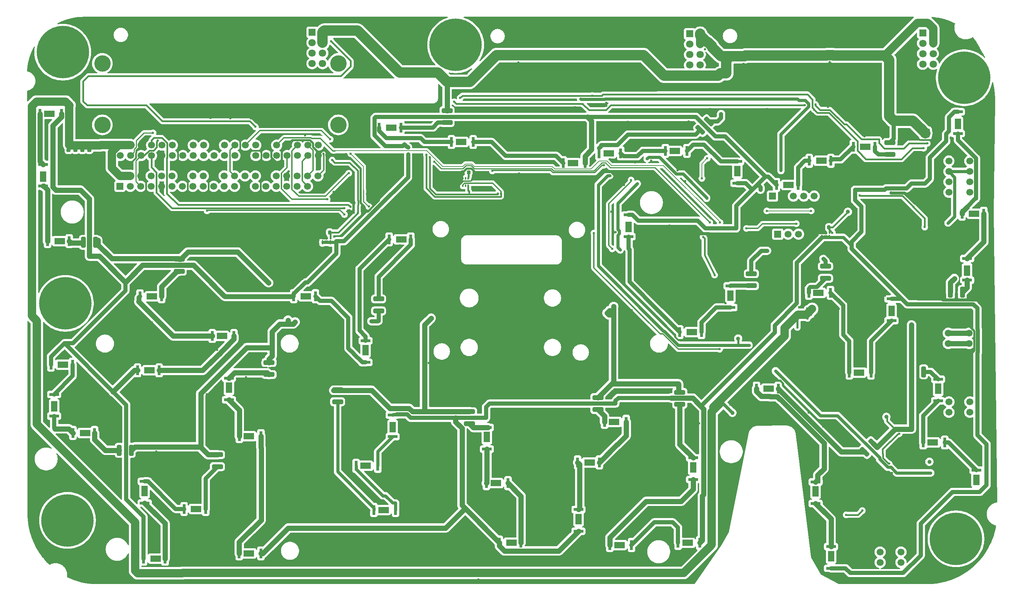
<source format=gbr>
%TF.GenerationSoftware,KiCad,Pcbnew,9.0.2*%
%TF.CreationDate,2025-12-28T14:46:49-05:00*%
%TF.ProjectId,Mothbox_5.0.4,4d6f7468-626f-4785-9f35-2e302e342e6b,5.0.4*%
%TF.SameCoordinates,Original*%
%TF.FileFunction,Copper,L1,Top*%
%TF.FilePolarity,Positive*%
%FSLAX46Y46*%
G04 Gerber Fmt 4.6, Leading zero omitted, Abs format (unit mm)*
G04 Created by KiCad (PCBNEW 9.0.2) date 2025-12-28 14:46:49*
%MOMM*%
%LPD*%
G01*
G04 APERTURE LIST*
G04 Aperture macros list*
%AMRoundRect*
0 Rectangle with rounded corners*
0 $1 Rounding radius*
0 $2 $3 $4 $5 $6 $7 $8 $9 X,Y pos of 4 corners*
0 Add a 4 corners polygon primitive as box body*
4,1,4,$2,$3,$4,$5,$6,$7,$8,$9,$2,$3,0*
0 Add four circle primitives for the rounded corners*
1,1,$1+$1,$2,$3*
1,1,$1+$1,$4,$5*
1,1,$1+$1,$6,$7*
1,1,$1+$1,$8,$9*
0 Add four rect primitives between the rounded corners*
20,1,$1+$1,$2,$3,$4,$5,0*
20,1,$1+$1,$4,$5,$6,$7,0*
20,1,$1+$1,$6,$7,$8,$9,0*
20,1,$1+$1,$8,$9,$2,$3,0*%
G04 Aperture macros list end*
%TA.AperFunction,SMDPad,CuDef*%
%ADD10RoundRect,0.250000X-1.075000X0.312500X-1.075000X-0.312500X1.075000X-0.312500X1.075000X0.312500X0*%
%TD*%
%TA.AperFunction,SMDPad,CuDef*%
%ADD11R,0.800000X2.400000*%
%TD*%
%TA.AperFunction,SMDPad,CuDef*%
%ADD12R,2.630000X1.520000*%
%TD*%
%TA.AperFunction,SMDPad,CuDef*%
%ADD13RoundRect,0.225000X-0.225000X-0.250000X0.225000X-0.250000X0.225000X0.250000X-0.225000X0.250000X0*%
%TD*%
%TA.AperFunction,SMDPad,CuDef*%
%ADD14RoundRect,0.225000X-0.250000X0.225000X-0.250000X-0.225000X0.250000X-0.225000X0.250000X0.225000X0*%
%TD*%
%TA.AperFunction,SMDPad,CuDef*%
%ADD15RoundRect,0.075000X-0.075000X0.250000X-0.075000X-0.250000X0.075000X-0.250000X0.075000X0.250000X0*%
%TD*%
%TA.AperFunction,SMDPad,CuDef*%
%ADD16R,2.400000X0.800000*%
%TD*%
%TA.AperFunction,SMDPad,CuDef*%
%ADD17R,1.520000X2.630000*%
%TD*%
%TA.AperFunction,ComponentPad*%
%ADD18C,1.000000*%
%TD*%
%TA.AperFunction,SMDPad,CuDef*%
%ADD19RoundRect,0.250000X-0.539169X0.981111X-0.981111X0.539169X0.539169X-0.981111X0.981111X-0.539169X0*%
%TD*%
%TA.AperFunction,SMDPad,CuDef*%
%ADD20R,0.450000X0.400000*%
%TD*%
%TA.AperFunction,SMDPad,CuDef*%
%ADD21R,0.910000X0.400000*%
%TD*%
%TA.AperFunction,SMDPad,CuDef*%
%ADD22R,0.910000X0.810000*%
%TD*%
%TA.AperFunction,ComponentPad*%
%ADD23C,12.800000*%
%TD*%
%TA.AperFunction,ComponentPad*%
%ADD24R,1.700000X1.700000*%
%TD*%
%TA.AperFunction,ComponentPad*%
%ADD25C,1.700000*%
%TD*%
%TA.AperFunction,ComponentPad*%
%ADD26R,1.800000X1.780000*%
%TD*%
%TA.AperFunction,ComponentPad*%
%ADD27C,1.800000*%
%TD*%
%TA.AperFunction,SMDPad,CuDef*%
%ADD28RoundRect,0.250000X-0.312500X-1.075000X0.312500X-1.075000X0.312500X1.075000X-0.312500X1.075000X0*%
%TD*%
%TA.AperFunction,SMDPad,CuDef*%
%ADD29RoundRect,0.250000X0.312500X1.075000X-0.312500X1.075000X-0.312500X-1.075000X0.312500X-1.075000X0*%
%TD*%
%TA.AperFunction,SMDPad,CuDef*%
%ADD30RoundRect,0.250000X1.075000X-0.312500X1.075000X0.312500X-1.075000X0.312500X-1.075000X-0.312500X0*%
%TD*%
%TA.AperFunction,SMDPad,CuDef*%
%ADD31RoundRect,0.200000X0.200000X0.275000X-0.200000X0.275000X-0.200000X-0.275000X0.200000X-0.275000X0*%
%TD*%
%TA.AperFunction,ComponentPad*%
%ADD32C,4.000000*%
%TD*%
%TA.AperFunction,ViaPad*%
%ADD33C,0.600000*%
%TD*%
%TA.AperFunction,Conductor*%
%ADD34C,0.400000*%
%TD*%
%TA.AperFunction,Conductor*%
%ADD35C,0.800000*%
%TD*%
%TA.AperFunction,Conductor*%
%ADD36C,0.304800*%
%TD*%
%TA.AperFunction,Conductor*%
%ADD37C,0.500000*%
%TD*%
%TA.AperFunction,Conductor*%
%ADD38C,2.032000*%
%TD*%
%TA.AperFunction,Conductor*%
%ADD39C,1.270000*%
%TD*%
%TA.AperFunction,Conductor*%
%ADD40C,1.000000*%
%TD*%
%TA.AperFunction,Conductor*%
%ADD41C,2.540000*%
%TD*%
%TA.AperFunction,Conductor*%
%ADD42C,0.250000*%
%TD*%
%TA.AperFunction,Conductor*%
%ADD43C,0.203200*%
%TD*%
G04 APERTURE END LIST*
D10*
%TO.P,R37,1*%
%TO.N,+12V*%
X121932128Y19928372D03*
%TO.P,R37,2*%
%TO.N,Net-(LED52-A)*%
X121932128Y17003372D03*
%TD*%
%TO.P,R15,1*%
%TO.N,+12V*%
X-13685185Y-3549651D03*
%TO.P,R15,2*%
%TO.N,Net-(LED46-A)*%
X-13685185Y-6474651D03*
%TD*%
D11*
%TO.P,LED13,1,K*%
%TO.N,Net-(LED13-K)*%
X13164815Y53787849D03*
%TO.P,LED13,2,A*%
%TO.N,Net-(LED13-A)*%
X18444815Y53787849D03*
D12*
%TO.P,LED13,3,NC*%
%TO.N,unconnected-(LED13-NC-Pad3)*%
X16104815Y53787849D03*
%TD*%
D10*
%TO.P,R17,1*%
%TO.N,+12V*%
X-26244678Y-26032629D03*
%TO.P,R17,2*%
%TO.N,Net-(LED2-A)*%
X-26244678Y-28957629D03*
%TD*%
D13*
%TO.P,C13,1*%
%TO.N,GND*%
X33423881Y42861407D03*
%TO.P,C13,2*%
%TO.N,+3.3V*%
X34973881Y42861407D03*
%TD*%
D14*
%TO.P,C1,1*%
%TO.N,+5V*%
X-57482338Y48254459D03*
%TO.P,C1,2*%
%TO.N,GND*%
X-57482338Y46704459D03*
%TD*%
D10*
%TO.P,R22,1*%
%TO.N,+12V*%
X137604984Y50119912D03*
%TO.P,R22,2*%
%TO.N,Net-(LED10-A)*%
X137604984Y47194912D03*
%TD*%
%TO.P,R13,1*%
%TO.N,+12V*%
X35162498Y-15520039D03*
%TO.P,R13,2*%
%TO.N,Net-(LED40-A)*%
X35162498Y-18445039D03*
%TD*%
D15*
%TO.P,U18,1,VDD*%
%TO.N,+3.3V*%
X34854930Y41394962D03*
%TO.P,U18,2,NC*%
%TO.N,unconnected-(U18-NC-Pad2)*%
X34204930Y41394962D03*
%TO.P,U18,3,GND*%
%TO.N,GND*%
X33554930Y41394962D03*
%TO.P,U18,4,SCL*%
%TO.N,SCL*%
X33554930Y39594962D03*
%TO.P,U18,5,INT*%
%TO.N,unconnected-(U18-INT-Pad5)*%
X34204930Y39594962D03*
%TO.P,U18,6,SDA*%
%TO.N,SDA*%
X34854930Y39594962D03*
%TD*%
D16*
%TO.P,LED9,1,K*%
%TO.N,Net-(LED12-K)*%
X73957305Y32466849D03*
%TO.P,LED9,2,A*%
%TO.N,Net-(LED8-K)*%
X73957305Y27186849D03*
D17*
%TO.P,LED9,3,NC*%
%TO.N,unconnected-(LED9-NC-Pad3)*%
X73957305Y29526849D03*
%TD*%
D14*
%TO.P,C21,1*%
%TO.N,+5V*%
X-62514152Y48239483D03*
%TO.P,C21,2*%
%TO.N,GND*%
X-62514152Y46689483D03*
%TD*%
D11*
%TO.P,LED44,1,K*%
%TO.N,Net-(LED44-K)*%
X12824288Y-28752541D03*
%TO.P,LED44,2,A*%
%TO.N,Net-(LED43-K)*%
X7544288Y-28752541D03*
D12*
%TO.P,LED44,3,NC*%
%TO.N,unconnected-(LED44-NC-Pad3)*%
X9884288Y-28752541D03*
%TD*%
D16*
%TO.P,LED23,1,K*%
%TO.N,Net-(LED23-K)*%
X-68720499Y44777468D03*
%TO.P,LED23,2,A*%
%TO.N,Net-(LED22-K)*%
X-68720499Y39497468D03*
D17*
%TO.P,LED23,3,NC*%
%TO.N,unconnected-(LED23-NC-Pad3)*%
X-68720499Y41837468D03*
%TD*%
D11*
%TO.P,LED37,1,K*%
%TO.N,Net-(LED37-K)*%
X73354815Y-18012151D03*
%TO.P,LED37,2,A*%
%TO.N,Net-(LED37-A)*%
X68074815Y-18012151D03*
D12*
%TO.P,LED37,3,NC*%
%TO.N,unconnected-(LED37-NC-Pad3)*%
X70414815Y-18012151D03*
%TD*%
D18*
%TO.P,TP9,1,1*%
%TO.N,GND*%
X-67749331Y22291322D03*
%TD*%
D11*
%TO.P,LED12,1,K*%
%TO.N,Net-(LED12-K)*%
X109962528Y39797849D03*
%TO.P,LED12,2,A*%
%TO.N,Net-(LED11-K)*%
X115242528Y39797849D03*
D12*
%TO.P,LED12,3,NC*%
%TO.N,unconnected-(LED12-NC-Pad3)*%
X112902528Y39797849D03*
%TD*%
D11*
%TO.P,LED35,1,K*%
%TO.N,Net-(LED35-K)*%
X74654815Y-48062151D03*
%TO.P,LED35,2,A*%
%TO.N,Net-(LED34-K)*%
X69374815Y-48062151D03*
D12*
%TO.P,LED35,3,NC*%
%TO.N,unconnected-(LED35-NC-Pad3)*%
X71714815Y-48062151D03*
%TD*%
D16*
%TO.P,LED40,1,K*%
%TO.N,Net-(LED40-K)*%
X39414241Y-24668396D03*
%TO.P,LED40,2,A*%
%TO.N,Net-(LED40-A)*%
X39414241Y-19388396D03*
D17*
%TO.P,LED40,3,NC*%
%TO.N,unconnected-(LED40-NC-Pad3)*%
X39414241Y-21728396D03*
%TD*%
D19*
%TO.P,R8,1*%
%TO.N,+12V*%
X133515012Y-23272435D03*
%TO.P,R8,2*%
%TO.N,Net-(LED31-A)*%
X131446724Y-25340723D03*
%TD*%
D16*
%TO.P,LED28,1,K*%
%TO.N,Net-(LED28-K)*%
X149348989Y-12894689D03*
%TO.P,LED28,2,A*%
%TO.N,Net-(LED28-A)*%
X149348989Y-7614689D03*
D17*
%TO.P,LED28,3,NC*%
%TO.N,unconnected-(LED28-NC-Pad3)*%
X149348989Y-9954689D03*
%TD*%
D20*
%TO.P,Q3,1,D*%
%TO.N,Net-(LED12-K)*%
X1250882Y25456536D03*
%TO.P,Q3,2,D*%
X1250882Y26116535D03*
%TO.P,Q3,3,G*%
%TO.N,PHOTO_LED_CTRL*%
X1250882Y26766536D03*
%TO.P,Q3,4,S*%
%TO.N,GND*%
X-649118Y26766536D03*
%TO.P,Q3,5,D*%
%TO.N,Net-(LED12-K)*%
X-649118Y26116535D03*
%TO.P,Q3,6,D*%
X-649118Y25456536D03*
D21*
%TO.P,Q3,7,S*%
%TO.N,GND*%
X300882Y26816537D03*
D22*
%TO.P,Q3,8,D*%
%TO.N,Net-(LED12-K)*%
X300882Y25786537D03*
%TD*%
D23*
%TO.P,H3,1*%
%TO.N,N/C*%
X31810000Y73964329D03*
%TD*%
D16*
%TO.P,LED33,1,K*%
%TO.N,Net-(LED27-K)*%
X123264815Y-53752151D03*
%TO.P,LED33,2,A*%
%TO.N,Net-(LED32-K)*%
X123264815Y-48472151D03*
D17*
%TO.P,LED33,3,NC*%
%TO.N,unconnected-(LED33-NC-Pad3)*%
X123264815Y-50812151D03*
%TD*%
D11*
%TO.P,LED41,1,K*%
%TO.N,Net-(LED41-K)*%
X44550556Y-32978424D03*
%TO.P,LED41,2,A*%
%TO.N,Net-(LED40-K)*%
X39270556Y-32978424D03*
D12*
%TO.P,LED41,3,NC*%
%TO.N,unconnected-(LED41-NC-Pad3)*%
X41610556Y-32978424D03*
%TD*%
D11*
%TO.P,LED22,1,K*%
%TO.N,Net-(LED22-K)*%
X-67640000Y26074329D03*
%TO.P,LED22,2,A*%
%TO.N,Net-(LED22-A)*%
X-62360000Y26074329D03*
D12*
%TO.P,LED22,3,NC*%
%TO.N,unconnected-(LED22-NC-Pad3)*%
X-64700000Y26074329D03*
%TD*%
D11*
%TO.P,LED42,1,K*%
%TO.N,Net-(LED27-K)*%
X42446264Y-47481387D03*
%TO.P,LED42,2,A*%
%TO.N,Net-(LED41-K)*%
X47726264Y-47481387D03*
D12*
%TO.P,LED42,3,NC*%
%TO.N,unconnected-(LED42-NC-Pad3)*%
X45386264Y-47481387D03*
%TD*%
D10*
%TO.P,R23,1*%
%TO.N,+12V*%
X29701110Y57919480D03*
%TO.P,R23,2*%
%TO.N,Net-(LED13-A)*%
X29701110Y54994480D03*
%TD*%
D18*
%TO.P,TP4,1,1*%
%TO.N,Net-(LED12-K)*%
X106088922Y38593494D03*
%TD*%
%TO.P,TP7,1,1*%
%TO.N,+3.3V*%
X100644448Y2305791D03*
%TD*%
D23*
%TO.P,H6,1*%
%TO.N,N/C*%
X-62785185Y-42062151D03*
%TD*%
D11*
%TO.P,LED21,1,K*%
%TO.N,Net-(LED12-K)*%
X-45725536Y-5454480D03*
%TO.P,LED21,2,A*%
%TO.N,Net-(LED20-K)*%
X-40445536Y-5454480D03*
D12*
%TO.P,LED21,3,NC*%
%TO.N,unconnected-(LED21-NC-Pad3)*%
X-42785536Y-5454480D03*
%TD*%
D24*
%TO.P,U5,1,3V3*%
%TO.N,unconnected-(U5-3V3-Pad1)*%
X-50012001Y39448894D03*
D25*
%TO.P,U5,2,5V*%
%TO.N,+5V*%
X-50012001Y41988894D03*
%TO.P,U5,3,GPIO2/SDA1*%
%TO.N,SDA*%
X-47472001Y39448894D03*
%TO.P,U5,4,5V*%
%TO.N,+5V*%
X-47472001Y41988894D03*
%TO.P,U5,5,GPIO3/SCL1*%
%TO.N,SCL*%
X-44932002Y39448894D03*
%TO.P,U5,6,GND*%
%TO.N,GND*%
X-44932001Y41988894D03*
%TO.P,U5,7,GPIO4/GPIO_GCKL*%
%TO.N,unconnected-(U5-GPIO4{slash}GPIO_GCKL-Pad7)*%
X-42392001Y39448894D03*
%TO.P,U5,8,GPIO14/TXD0*%
%TO.N,unconnected-(U5-GPIO14{slash}TXD0-Pad8)*%
X-42392001Y41988894D03*
%TO.P,U5,9,GND*%
%TO.N,GND*%
X-39852001Y39448894D03*
%TO.P,U5,10,GPIO15/RXD0*%
%TO.N,unconnected-(U5-GPIO15{slash}RXD0-Pad10)*%
X-39852001Y41988894D03*
%TO.P,U5,11,GPIO17/GPIO_GEN0*%
%TO.N,/RPI5/Save for eink_11*%
X-37312001Y39448894D03*
%TO.P,U5,12,GPIO18/GPIO_GEN1*%
%TO.N,unconnected-(U5-GPIO18{slash}GPIO_GEN1-Pad12)*%
X-37312001Y41988894D03*
%TO.P,U5,13,GPIO27/GPIO_GEN2*%
%TO.N,unconnected-(U5-GPIO27{slash}GPIO_GEN2-Pad13)*%
X-34772001Y39448894D03*
%TO.P,U5,14,GND*%
%TO.N,GND*%
X-34772001Y41988894D03*
%TO.P,U5,15,GPIO22/GPIO_GEN3*%
%TO.N,unconnected-(U5-GPIO22{slash}GPIO_GEN3-Pad15)*%
X-32232000Y39448894D03*
%TO.P,U5,16,GPIO23/GPIO_GEN4*%
%TO.N,unconnected-(U5-GPIO23{slash}GPIO_GEN4-Pad16)*%
X-32232001Y41988894D03*
%TO.P,U5,17,3V3*%
%TO.N,unconnected-(U5-3V3-Pad17)*%
X-29692001Y39448894D03*
%TO.P,U5,18,GPIO24/GPIO_GEN5*%
%TO.N,/RPI5/Save for eink_18*%
X-29692001Y41988894D03*
%TO.P,U5,19,GPIO10/SPI_MOSI*%
%TO.N,/RPI5/Save for eink_19*%
X-27152001Y39448894D03*
%TO.P,U5,20,GND*%
%TO.N,GND*%
X-27152001Y41988894D03*
%TO.P,U5,21,GPIO9/SPI_MISO*%
%TO.N,unconnected-(U5-GPIO9{slash}SPI_MISO-Pad21)*%
X-24612001Y39448894D03*
%TO.P,U5,22,GPIO25/GPIO_GEN6*%
%TO.N,/RPI5/Save for eink_22*%
X-24612001Y41988894D03*
%TO.P,U5,23,GPIO11/SPI_SCLK*%
%TO.N,/RPI5/Save for eink_23*%
X-22072002Y39448894D03*
%TO.P,U5,24,GPIO8/~{SPI_CE0}*%
%TO.N,/RPI5/Save for eink_24*%
X-22072001Y41988894D03*
%TO.P,U5,25,GND*%
%TO.N,GND*%
X-19532001Y39448894D03*
%TO.P,U5,26,GPIO7/~{SPI_CE1}*%
%TO.N,unconnected-(U5-GPIO7{slash}~{SPI_CE1}-Pad26)*%
X-19532001Y41988894D03*
%TO.P,U5,27,ID_SD*%
%TO.N,unconnected-(U5-ID_SD-Pad27)*%
X-16992001Y39448894D03*
%TO.P,U5,28,ID_SC*%
%TO.N,unconnected-(U5-ID_SC-Pad28)*%
X-16992001Y41988894D03*
%TO.P,U5,29,GPIO5*%
%TO.N,unconnected-(U5-GPIO5-Pad29)*%
X-14452001Y39448894D03*
%TO.P,U5,30,GND*%
%TO.N,GND*%
X-14452001Y41988894D03*
%TO.P,U5,31,GPIO6*%
%TO.N,unconnected-(U5-GPIO6-Pad31)*%
X-11912002Y39448894D03*
%TO.P,U5,32,GPIO12*%
%TO.N,unconnected-(U5-GPIO12-Pad32)*%
X-11912001Y41988894D03*
%TO.P,U5,33,GPIO13*%
%TO.N,unconnected-(U5-GPIO13-Pad33)*%
X-9372000Y39448894D03*
%TO.P,U5,34,GND*%
%TO.N,GND*%
X-9372001Y41988894D03*
%TO.P,U5,35,GPIO19*%
%TO.N,unconnected-(U5-GPIO19-Pad35)*%
X-6832001Y39448894D03*
%TO.P,U5,36,GPIO16*%
%TO.N,unconnected-(U5-GPIO16-Pad36)*%
X-6832001Y41988894D03*
%TO.P,U5,37,GPIO26*%
%TO.N,/RPI5/Save for relay 3*%
X-4292001Y39448894D03*
%TO.P,U5,38,GPIO20*%
%TO.N,/RPI5/Save for relay*%
X-4292001Y41988894D03*
%TO.P,U5,39,GND*%
%TO.N,GND*%
X-1752001Y39448894D03*
%TO.P,U5,40,GPIO21*%
%TO.N,/RPI5/Save for relay 2*%
X-1752001Y41988894D03*
%TD*%
D11*
%TO.P,LED38,1,K*%
%TO.N,Net-(LED38-K)*%
X61524815Y-27912151D03*
%TO.P,LED38,2,A*%
%TO.N,Net-(LED37-K)*%
X66804815Y-27912151D03*
D12*
%TO.P,LED38,3,NC*%
%TO.N,unconnected-(LED38-NC-Pad3)*%
X64464815Y-27912151D03*
%TD*%
D14*
%TO.P,C20,1*%
%TO.N,+5V*%
X-60837579Y48261651D03*
%TO.P,C20,2*%
%TO.N,GND*%
X-60837579Y46711651D03*
%TD*%
D26*
%TO.P,H10,1,1*%
%TO.N,unconnected-(H10-Pad1)*%
X88827556Y76664779D03*
D27*
%TO.P,H10,2,2*%
%TO.N,+12V*%
X91367556Y76664779D03*
%TO.P,H10,3,3*%
%TO.N,unconnected-(H10-Pad3)*%
X88827556Y74124779D03*
%TO.P,H10,4,4*%
%TO.N,+12V*%
X91367556Y74124779D03*
%TO.P,H10,5,5*%
%TO.N,unconnected-(H10-Pad5)*%
X88827556Y71584779D03*
%TO.P,H10,6,6*%
%TO.N,Net-(H10-Pad6)*%
X91367556Y71584779D03*
%TO.P,H10,7,7*%
%TO.N,unconnected-(H10-Pad7)*%
X88827556Y69044779D03*
%TO.P,H10,8,8*%
%TO.N,Net-(H10-Pad6)*%
X91367556Y69044779D03*
%TD*%
D11*
%TO.P,LED20,1,K*%
%TO.N,Net-(LED20-K)*%
X-22220522Y2937849D03*
%TO.P,LED20,2,A*%
%TO.N,Net-(LED19-K)*%
X-27500522Y2937849D03*
D12*
%TO.P,LED20,3,NC*%
%TO.N,unconnected-(LED20-NC-Pad3)*%
X-25160522Y2937849D03*
%TD*%
D11*
%TO.P,LED16,1,K*%
%TO.N,Net-(LED16-K)*%
X-61460000Y-20725671D03*
%TO.P,LED16,2,A*%
%TO.N,Net-(LED16-A)*%
X-56180000Y-20725671D03*
D12*
%TO.P,LED16,3,NC*%
%TO.N,unconnected-(LED16-NC-Pad3)*%
X-58520000Y-20725671D03*
%TD*%
D28*
%TO.P,R16,1*%
%TO.N,+12V*%
X152362506Y13603935D03*
%TO.P,R16,2*%
%TO.N,Net-(LED25-A)*%
X155287506Y13603935D03*
%TD*%
D29*
%TO.P,R24,1*%
%TO.N,+12V*%
X-47247654Y-24967801D03*
%TO.P,R24,2*%
%TO.N,Net-(LED16-A)*%
X-50172654Y-24967801D03*
%TD*%
D16*
%TO.P,LED7,1,K*%
%TO.N,Net-(LED7-K)*%
X98753974Y9874638D03*
%TO.P,LED7,2,A*%
%TO.N,Net-(LED7-A)*%
X98753974Y15154638D03*
D17*
%TO.P,LED7,3,NC*%
%TO.N,unconnected-(LED7-NC-Pad3)*%
X98753974Y12814638D03*
%TD*%
D11*
%TO.P,LED52,1,K*%
%TO.N,Net-(LED52-K)*%
X123143246Y13469896D03*
%TO.P,LED52,2,A*%
%TO.N,Net-(LED52-A)*%
X117863246Y13469896D03*
D12*
%TO.P,LED52,3,NC*%
%TO.N,unconnected-(LED52-NC-Pad3)*%
X120203246Y13469896D03*
%TD*%
D11*
%TO.P,LED53,1,K*%
%TO.N,Net-(LED53-K)*%
X133012853Y-5999252D03*
%TO.P,LED53,2,A*%
%TO.N,Net-(LED52-K)*%
X127732853Y-5999252D03*
D12*
%TO.P,LED53,3,NC*%
%TO.N,unconnected-(LED53-NC-Pad3)*%
X130072853Y-5999252D03*
%TD*%
D20*
%TO.P,Q7,1,D*%
%TO.N,Net-(LED27-K)*%
X122885904Y26753819D03*
%TO.P,Q7,2,D*%
X122885904Y27413818D03*
%TO.P,Q7,3,G*%
%TO.N,PHOTO_LED_CTRL*%
X122885904Y28063819D03*
%TO.P,Q7,4,S*%
%TO.N,GND*%
X120985904Y28063819D03*
%TO.P,Q7,5,D*%
%TO.N,Net-(LED27-K)*%
X120985904Y27413818D03*
%TO.P,Q7,6,D*%
X120985904Y26753819D03*
D21*
%TO.P,Q7,7,S*%
%TO.N,GND*%
X121935904Y28113820D03*
D22*
%TO.P,Q7,8,D*%
%TO.N,Net-(LED27-K)*%
X121935904Y27083820D03*
%TD*%
D11*
%TO.P,LED2,1,K*%
%TO.N,Net-(LED1-A)*%
X-34378623Y-39273687D03*
%TO.P,LED2,2,A*%
%TO.N,Net-(LED2-A)*%
X-29098623Y-39273687D03*
D12*
%TO.P,LED2,3,NC*%
%TO.N,unconnected-(LED2-NC-Pad3)*%
X-31438623Y-39273687D03*
%TD*%
D30*
%TO.P,R18,1*%
%TO.N,+12V*%
X13021754Y9045081D03*
%TO.P,R18,2*%
%TO.N,Net-(LED4-A)*%
X13021754Y11970081D03*
%TD*%
D16*
%TO.P,LED34,1,K*%
%TO.N,Net-(LED34-K)*%
X89653568Y-32067606D03*
%TO.P,LED34,2,A*%
%TO.N,Net-(LED34-A)*%
X89653568Y-26787606D03*
D17*
%TO.P,LED34,3,NC*%
%TO.N,unconnected-(LED34-NC-Pad3)*%
X89653568Y-29127606D03*
%TD*%
D18*
%TO.P,TP6,1,1*%
%TO.N,Net-(LED27-K)*%
X128267838Y24986014D03*
%TD*%
D11*
%TO.P,LED15,1,K*%
%TO.N,Net-(LED12-K)*%
X63329814Y45116682D03*
%TO.P,LED15,2,A*%
%TO.N,Net-(LED14-K)*%
X58049814Y45116682D03*
D12*
%TO.P,LED15,3,NC*%
%TO.N,unconnected-(LED15-NC-Pad3)*%
X60389814Y45116682D03*
%TD*%
D11*
%TO.P,LED8,1,K*%
%TO.N,Net-(LED8-K)*%
X86419596Y3861772D03*
%TO.P,LED8,2,A*%
%TO.N,Net-(LED7-K)*%
X91699596Y3861772D03*
D12*
%TO.P,LED8,3,NC*%
%TO.N,unconnected-(LED8-NC-Pad3)*%
X89359596Y3861772D03*
%TD*%
D16*
%TO.P,LED25,1,K*%
%TO.N,Net-(LED25-K)*%
X156434036Y21823489D03*
%TO.P,LED25,2,A*%
%TO.N,Net-(LED25-A)*%
X156434036Y16543489D03*
D17*
%TO.P,LED25,3,NC*%
%TO.N,unconnected-(LED25-NC-Pad3)*%
X156434036Y18883489D03*
%TD*%
D31*
%TO.P,R9,1*%
%TO.N,PHOTO_LED_CTRL*%
X122731363Y29449739D03*
%TO.P,R9,2*%
%TO.N,GND*%
X121081363Y29449739D03*
%TD*%
D11*
%TO.P,LED18,1,K*%
%TO.N,Net-(LED12-K)*%
X-66812031Y-4052383D03*
%TO.P,LED18,2,A*%
%TO.N,Net-(LED17-K)*%
X-61532031Y-4052383D03*
D12*
%TO.P,LED18,3,NC*%
%TO.N,unconnected-(LED18-NC-Pad3)*%
X-63872031Y-4052383D03*
%TD*%
D11*
%TO.P,LED10,1,K*%
%TO.N,Net-(LED10-K)*%
X128672760Y49092134D03*
%TO.P,LED10,2,A*%
%TO.N,Net-(LED10-A)*%
X133952760Y49092134D03*
D12*
%TO.P,LED10,3,NC*%
%TO.N,unconnected-(LED10-NC-Pad3)*%
X131612760Y49092134D03*
%TD*%
D11*
%TO.P,LED36,1,K*%
%TO.N,Net-(LED27-K)*%
X91269834Y-47551229D03*
%TO.P,LED36,2,A*%
%TO.N,Net-(LED35-K)*%
X85989834Y-47551229D03*
D12*
%TO.P,LED36,3,NC*%
%TO.N,unconnected-(LED36-NC-Pad3)*%
X88329834Y-47551229D03*
%TD*%
D16*
%TO.P,LED1,1,K*%
%TO.N,Net-(LED1-K)*%
X-43968473Y-37821826D03*
%TO.P,LED1,2,A*%
%TO.N,Net-(LED1-A)*%
X-43968473Y-32541826D03*
D17*
%TO.P,LED1,3,NC*%
%TO.N,unconnected-(LED1-NC-Pad3)*%
X-43968473Y-34881826D03*
%TD*%
D11*
%TO.P,LED49,1,K*%
%TO.N,Net-(LED49-K)*%
X72027500Y47514329D03*
%TO.P,LED49,2,A*%
%TO.N,Net-(LED49-A)*%
X66747500Y47514329D03*
D12*
%TO.P,LED49,3,NC*%
%TO.N,unconnected-(LED49-NC-Pad3)*%
X69087500Y47514329D03*
%TD*%
D16*
%TO.P,LED30,1,K*%
%TO.N,Net-(LED27-K)*%
X158680815Y-35107165D03*
%TO.P,LED30,2,A*%
%TO.N,Net-(LED29-K)*%
X158680815Y-29827165D03*
D17*
%TO.P,LED30,3,NC*%
%TO.N,unconnected-(LED30-NC-Pad3)*%
X158680815Y-32167165D03*
%TD*%
D16*
%TO.P,LED46,1,K*%
%TO.N,Net-(LED46-K)*%
X-23452121Y-12643335D03*
%TO.P,LED46,2,A*%
%TO.N,Net-(LED46-A)*%
X-23452121Y-7363335D03*
D17*
%TO.P,LED46,3,NC*%
%TO.N,unconnected-(LED46-NC-Pad3)*%
X-23452121Y-9703335D03*
%TD*%
D23*
%TO.P,H7,1*%
%TO.N,N/C*%
X153714815Y-46562151D03*
%TD*%
D16*
%TO.P,LED39,1,K*%
%TO.N,Net-(LED27-K)*%
X61735751Y-44702319D03*
%TO.P,LED39,2,A*%
%TO.N,Net-(LED38-K)*%
X61735751Y-39422319D03*
D17*
%TO.P,LED39,3,NC*%
%TO.N,unconnected-(LED39-NC-Pad3)*%
X61735751Y-41762319D03*
%TD*%
D18*
%TO.P,TP3,1,1*%
%TO.N,PHOTO_LED_CTRL*%
X127364815Y33237849D03*
%TD*%
D16*
%TO.P,LED27,1,K*%
%TO.N,Net-(LED27-K)*%
X154160114Y57628725D03*
%TO.P,LED27,2,A*%
%TO.N,Net-(LED26-K)*%
X154160114Y52348725D03*
D17*
%TO.P,LED27,3,NC*%
%TO.N,unconnected-(LED27-NC-Pad3)*%
X154160114Y54688725D03*
%TD*%
D11*
%TO.P,LED50,1,K*%
%TO.N,Net-(LED50-K)*%
X88150103Y48090952D03*
%TO.P,LED50,2,A*%
%TO.N,Net-(LED49-K)*%
X82870103Y48090952D03*
D12*
%TO.P,LED50,3,NC*%
%TO.N,unconnected-(LED50-NC-Pad3)*%
X85210103Y48090952D03*
%TD*%
D19*
%TO.P,R28,1*%
%TO.N,+12V*%
X93484709Y55279973D03*
%TO.P,R28,2*%
%TO.N,Net-(LED49-A)*%
X91416421Y53211685D03*
%TD*%
D11*
%TO.P,LED31,1,K*%
%TO.N,Net-(LED31-K)*%
X105124815Y-9912151D03*
%TO.P,LED31,2,A*%
%TO.N,Net-(LED31-A)*%
X110404815Y-9912151D03*
D12*
%TO.P,LED31,3,NC*%
%TO.N,unconnected-(LED31-NC-Pad3)*%
X108064815Y-9912151D03*
%TD*%
D10*
%TO.P,R10,1*%
%TO.N,+12V*%
X86402034Y-10815518D03*
%TO.P,R10,2*%
%TO.N,Net-(LED34-A)*%
X86402034Y-13740518D03*
%TD*%
D16*
%TO.P,LED32,1,K*%
%TO.N,Net-(LED32-K)*%
X119514815Y-37952151D03*
%TO.P,LED32,2,A*%
%TO.N,Net-(LED31-K)*%
X119514815Y-32672151D03*
D17*
%TO.P,LED32,3,NC*%
%TO.N,unconnected-(LED32-NC-Pad3)*%
X119514815Y-35012151D03*
%TD*%
D23*
%TO.P,H4,1*%
%TO.N,N/C*%
X-63935185Y72187849D03*
%TD*%
D11*
%TO.P,LED48,1,K*%
%TO.N,Net-(LED27-K)*%
X-15657713Y-50113872D03*
%TO.P,LED48,2,A*%
%TO.N,Net-(LED47-K)*%
X-20937713Y-50113872D03*
D12*
%TO.P,LED48,3,NC*%
%TO.N,unconnected-(LED48-NC-Pad3)*%
X-18597713Y-50113872D03*
%TD*%
D18*
%TO.P,TP2,1,1*%
%TO.N,+9-36V*%
X147247758Y-27774716D03*
%TD*%
D16*
%TO.P,LED51,1,K*%
%TO.N,Net-(LED12-K)*%
X100425197Y40220959D03*
%TO.P,LED51,2,A*%
%TO.N,Net-(LED50-K)*%
X100425197Y45500959D03*
D17*
%TO.P,LED51,3,NC*%
%TO.N,unconnected-(LED51-NC-Pad3)*%
X100425197Y43160959D03*
%TD*%
D11*
%TO.P,LED6,1,K*%
%TO.N,Net-(LED12-K)*%
X-7652359Y12630475D03*
%TO.P,LED6,2,A*%
%TO.N,Net-(LED5-K)*%
X-2372359Y12630475D03*
D12*
%TO.P,LED6,3,NC*%
%TO.N,unconnected-(LED6-NC-Pad3)*%
X-4712359Y12630475D03*
%TD*%
D23*
%TO.P,H5,1*%
%TO.N,N/C*%
X-63300000Y10884329D03*
%TD*%
D10*
%TO.P,R14,1*%
%TO.N,+12V*%
X3039064Y-10205001D03*
%TO.P,R14,2*%
%TO.N,Net-(LED43-A)*%
X3039064Y-13130001D03*
%TD*%
D18*
%TO.P,TP8,1,1*%
%TO.N,GND*%
X18208170Y79732148D03*
%TD*%
D11*
%TO.P,LED3,1,K*%
%TO.N,Net-(LED12-K)*%
X-44275185Y-51412151D03*
%TO.P,LED3,2,A*%
%TO.N,Net-(LED1-K)*%
X-38995185Y-51412151D03*
D12*
%TO.P,LED3,3,NC*%
%TO.N,unconnected-(LED3-NC-Pad3)*%
X-41335185Y-51412151D03*
%TD*%
D11*
%TO.P,LED4,1,K*%
%TO.N,Net-(LED4-K)*%
X15583214Y26514862D03*
%TO.P,LED4,2,A*%
%TO.N,Net-(LED4-A)*%
X20863214Y26514862D03*
D12*
%TO.P,LED4,3,NC*%
%TO.N,unconnected-(LED4-NC-Pad3)*%
X18523214Y26514862D03*
%TD*%
D16*
%TO.P,LED54,1,K*%
%TO.N,Net-(LED27-K)*%
X137992829Y11973809D03*
%TO.P,LED54,2,A*%
%TO.N,Net-(LED53-K)*%
X137992829Y6693809D03*
D17*
%TO.P,LED54,3,NC*%
%TO.N,unconnected-(LED54-NC-Pad3)*%
X137992829Y9033809D03*
%TD*%
D11*
%TO.P,LED47,1,K*%
%TO.N,Net-(LED47-K)*%
X-15645185Y-21512151D03*
%TO.P,LED47,2,A*%
%TO.N,Net-(LED46-K)*%
X-20925185Y-21512151D03*
D12*
%TO.P,LED47,3,NC*%
%TO.N,unconnected-(LED47-NC-Pad3)*%
X-18585185Y-21512151D03*
%TD*%
D29*
%TO.P,R26,1*%
%TO.N,+12V*%
X-55977500Y25774329D03*
%TO.P,R26,2*%
%TO.N,Net-(LED22-A)*%
X-58902500Y25774329D03*
%TD*%
D16*
%TO.P,LED45,1,K*%
%TO.N,Net-(LED27-K)*%
X16449790Y-16356998D03*
%TO.P,LED45,2,A*%
%TO.N,Net-(LED44-K)*%
X16449790Y-21636998D03*
D17*
%TO.P,LED45,3,NC*%
%TO.N,unconnected-(LED45-NC-Pad3)*%
X16449790Y-19296998D03*
%TD*%
D16*
%TO.P,LED5,1,K*%
%TO.N,Net-(LED5-K)*%
X9845089Y-3502151D03*
%TO.P,LED5,2,A*%
%TO.N,Net-(LED4-K)*%
X9845089Y1777849D03*
D17*
%TO.P,LED5,3,NC*%
%TO.N,unconnected-(LED5-NC-Pad3)*%
X9845089Y-562151D03*
%TD*%
D10*
%TO.P,R12,1*%
%TO.N,+12V*%
X66457030Y-12086852D03*
%TO.P,R12,2*%
%TO.N,Net-(LED37-A)*%
X66457030Y-15011852D03*
%TD*%
%TO.P,R25,1*%
%TO.N,+12V*%
X-35556060Y21652849D03*
%TO.P,R25,2*%
%TO.N,Net-(LED19-A)*%
X-35556060Y18727849D03*
%TD*%
D11*
%TO.P,LED14,1,K*%
%TO.N,Net-(LED14-K)*%
X36062288Y50273830D03*
%TO.P,LED14,2,A*%
%TO.N,Net-(LED13-K)*%
X30782288Y50273830D03*
D12*
%TO.P,LED14,3,NC*%
%TO.N,unconnected-(LED14-NC-Pad3)*%
X33122288Y50273830D03*
%TD*%
D16*
%TO.P,LED17,1,K*%
%TO.N,Net-(LED17-K)*%
X-66035185Y-11322151D03*
%TO.P,LED17,2,A*%
%TO.N,Net-(LED16-K)*%
X-66035185Y-16602151D03*
D17*
%TO.P,LED17,3,NC*%
%TO.N,unconnected-(LED17-NC-Pad3)*%
X-66035185Y-14262151D03*
%TD*%
D26*
%TO.P,H9,1,1*%
%TO.N,unconnected-(H9-Pad1)*%
X-3153838Y77032342D03*
D27*
%TO.P,H9,2,2*%
%TO.N,+12V*%
X-613838Y77032342D03*
%TO.P,H9,3,3*%
%TO.N,unconnected-(H9-Pad3)*%
X-3153838Y74492342D03*
%TO.P,H9,4,4*%
%TO.N,+12V*%
X-613838Y74492342D03*
%TO.P,H9,5,5*%
%TO.N,unconnected-(H9-Pad5)*%
X-3153838Y71952342D03*
%TO.P,H9,6,6*%
%TO.N,Net-(H9-Pad6)*%
X-613838Y71952342D03*
%TO.P,H9,7,7*%
%TO.N,unconnected-(H9-Pad7)*%
X-3153838Y69412342D03*
%TO.P,H9,8,8*%
%TO.N,Net-(H9-Pad6)*%
X-613838Y69412342D03*
%TD*%
D26*
%TO.P,H8,1,1*%
%TO.N,unconnected-(H8-Pad1)*%
X145620519Y76898184D03*
D27*
%TO.P,H8,2,2*%
%TO.N,+12V*%
X148160519Y76898184D03*
%TO.P,H8,3,3*%
%TO.N,unconnected-(H8-Pad3)*%
X145620519Y74358184D03*
%TO.P,H8,4,4*%
%TO.N,+12V*%
X148160519Y74358184D03*
%TO.P,H8,5,5*%
%TO.N,unconnected-(H8-Pad5)*%
X145620519Y71818184D03*
%TO.P,H8,6,6*%
%TO.N,Net-(H8-Pad6)*%
X148160519Y71818184D03*
%TO.P,H8,7,7*%
%TO.N,unconnected-(H8-Pad7)*%
X145620519Y69278184D03*
%TO.P,H8,8,8*%
%TO.N,Net-(H8-Pad6)*%
X148160519Y69278184D03*
%TD*%
D23*
%TO.P,H2,1*%
%TO.N,N/C*%
X155714815Y65937849D03*
%TD*%
D11*
%TO.P,LED11,1,K*%
%TO.N,Net-(LED11-K)*%
X117969562Y45680128D03*
%TO.P,LED11,2,A*%
%TO.N,Net-(LED10-K)*%
X123249562Y45680128D03*
D12*
%TO.P,LED11,3,NC*%
%TO.N,unconnected-(LED11-NC-Pad3)*%
X120909562Y45680128D03*
%TD*%
D18*
%TO.P,TP10,1,1*%
%TO.N,GND*%
X146615789Y-54705402D03*
%TD*%
D28*
%TO.P,R7,1*%
%TO.N,+12V*%
X142907750Y-5814389D03*
%TO.P,R7,2*%
%TO.N,Net-(LED28-A)*%
X145832750Y-5814389D03*
%TD*%
D18*
%TO.P,TP5,1,1*%
%TO.N,+12V*%
X136756166Y-16792685D03*
%TD*%
D31*
%TO.P,R11,1*%
%TO.N,PHOTO_LED_CTRL*%
X1109568Y28221473D03*
%TO.P,R11,2*%
%TO.N,GND*%
X-540432Y28221473D03*
%TD*%
D11*
%TO.P,LED29,1,K*%
%TO.N,Net-(LED29-K)*%
X150994815Y-23062151D03*
%TO.P,LED29,2,A*%
%TO.N,Net-(LED28-K)*%
X145714815Y-23062151D03*
D12*
%TO.P,LED29,3,NC*%
%TO.N,unconnected-(LED29-NC-Pad3)*%
X148054815Y-23062151D03*
%TD*%
D11*
%TO.P,LED43,1,K*%
%TO.N,Net-(LED43-K)*%
X17157522Y-39514134D03*
%TO.P,LED43,2,A*%
%TO.N,Net-(LED43-A)*%
X11877522Y-39514134D03*
D12*
%TO.P,LED43,3,NC*%
%TO.N,unconnected-(LED43-NC-Pad3)*%
X14217522Y-39514134D03*
%TD*%
D11*
%TO.P,LED24,1,K*%
%TO.N,Net-(LED12-K)*%
X-64241445Y57102811D03*
%TO.P,LED24,2,A*%
%TO.N,Net-(LED23-K)*%
X-69521445Y57102811D03*
D12*
%TO.P,LED24,3,NC*%
%TO.N,unconnected-(LED24-NC-Pad3)*%
X-67181445Y57102811D03*
%TD*%
D10*
%TO.P,R20,1*%
%TO.N,+12V*%
X103850261Y18119227D03*
%TO.P,R20,2*%
%TO.N,Net-(LED7-A)*%
X103850261Y15194227D03*
%TD*%
D14*
%TO.P,C19,1*%
%TO.N,+5V*%
X-59169593Y48249467D03*
%TO.P,C19,2*%
%TO.N,GND*%
X-59169593Y46699467D03*
%TD*%
D11*
%TO.P,LED26,1,K*%
%TO.N,Net-(LED26-K)*%
X155195902Y32762923D03*
%TO.P,LED26,2,A*%
%TO.N,Net-(LED25-K)*%
X160475902Y32762923D03*
D12*
%TO.P,LED26,3,NC*%
%TO.N,unconnected-(LED26-NC-Pad3)*%
X158135902Y32762923D03*
%TD*%
D11*
%TO.P,LED19,1,K*%
%TO.N,Net-(LED19-K)*%
X-45128725Y12615695D03*
%TO.P,LED19,2,A*%
%TO.N,Net-(LED19-A)*%
X-39848725Y12615695D03*
D12*
%TO.P,LED19,3,NC*%
%TO.N,unconnected-(LED19-NC-Pad3)*%
X-42188725Y12615695D03*
%TD*%
D25*
%TO.P,J4,1,Pin_1*%
%TO.N,Net-(J4-Pin_1)*%
X157061743Y45616086D03*
X151981743Y45616086D03*
%TO.P,J4,2,Pin_2*%
X157061743Y43076086D03*
X151981743Y43076086D03*
%TO.P,J4,3,Pin_3*%
%TO.N,+12V*%
X157061743Y40536086D03*
X151981743Y40536086D03*
%TO.P,J4,4,Pin_4*%
X157061743Y37996086D03*
X151981743Y37996086D03*
%TD*%
D24*
%TO.P,U7,1,1*%
%TO.N,+5V*%
X-49915185Y49490349D03*
D25*
%TO.P,U7,2,2*%
%TO.N,+3V3*%
X-49915185Y46950349D03*
%TO.P,U7,3,3*%
%TO.N,+5V*%
X-47375185Y49490349D03*
%TO.P,U7,4,4*%
%TO.N,SDA*%
X-47375185Y46950349D03*
%TO.P,U7,5,5*%
%TO.N,GND*%
X-44835185Y49490349D03*
%TO.P,U7,6,6*%
%TO.N,SCL*%
X-44835185Y46950349D03*
%TO.P,U7,7,7*%
%TO.N,GPS_RX*%
X-42295185Y49490349D03*
%TO.P,U7,8,8*%
%TO.N,GPIO4*%
X-42295185Y46950349D03*
%TO.P,U7,9,9*%
%TO.N,GPS_TX*%
X-39755185Y49490349D03*
%TO.P,U7,10,10*%
%TO.N,GND*%
X-39755185Y46950349D03*
%TO.P,U7,11,11*%
%TO.N,unconnected-(U7-Pad11)*%
X-37215185Y49490349D03*
%TO.P,U7,12,12*%
%TO.N,/RPI5/Save for eink_11*%
X-37215185Y46950349D03*
%TO.P,U7,13,13*%
%TO.N,GND*%
X-34675185Y49490349D03*
%TO.P,U7,14,14*%
%TO.N,3V3_CTL*%
X-34675185Y46950349D03*
%TO.P,U7,15,15*%
%TO.N,EN_12VReg*%
X-32135185Y49490349D03*
%TO.P,U7,16,16*%
%TO.N,unconnected-(U7-Pad16)*%
X-32135185Y46950349D03*
%TO.P,U7,17,17*%
%TO.N,/RPI5/Save for eink_18*%
X-29595185Y49490349D03*
%TO.P,U7,18,18*%
%TO.N,unconnected-(U7-Pad18)*%
X-29595185Y46950349D03*
%TO.P,U7,19,19*%
%TO.N,GND*%
X-27055185Y49490349D03*
%TO.P,U7,20,20*%
%TO.N,/RPI5/Save for eink_19*%
X-27055185Y46950349D03*
%TO.P,U7,21,21*%
%TO.N,/RPI5/Save for eink_22*%
X-24515185Y49490349D03*
%TO.P,U7,22,22*%
%TO.N,UV1_CTRL*%
X-24515185Y46950349D03*
%TO.P,U7,23,23*%
%TO.N,/RPI5/Save for eink_24*%
X-21975185Y49490349D03*
%TO.P,U7,24,24*%
%TO.N,/RPI5/Save for eink_23*%
X-21975185Y46950349D03*
%TO.P,U7,25,25*%
%TO.N,UV4_EX_CTRL*%
X-19435185Y49490349D03*
%TO.P,U7,26,26*%
%TO.N,GND*%
X-19435185Y46950349D03*
%TO.P,U7,27,27*%
%TO.N,unconnected-(U7-Pad27)*%
X-16895185Y49490349D03*
%TO.P,U7,28,28*%
%TO.N,unconnected-(U7-Pad28)*%
X-16895185Y46950349D03*
%TO.P,U7,29,29*%
%TO.N,GND*%
X-14355185Y49490349D03*
%TO.P,U7,30,30*%
%TO.N,UV2_CTRL*%
X-14355185Y46950349D03*
%TO.P,U7,31,31*%
%TO.N,GPS_PPS*%
X-11815185Y49490349D03*
%TO.P,U7,32,32*%
%TO.N,UV3_CTRL*%
X-11815185Y46950349D03*
%TO.P,U7,33,33*%
%TO.N,GND*%
X-9275185Y49490349D03*
%TO.P,U7,34,34*%
%TO.N,User_LED*%
X-9275185Y46950349D03*
%TO.P,U7,35,35*%
%TO.N,SWITCH*%
X-6735185Y49490349D03*
%TO.P,U7,36,36*%
%TO.N,PHOTO_LED_CTRL*%
X-6735185Y46950349D03*
%TO.P,U7,37,37*%
%TO.N,/RPI5/Save for relay*%
X-4195185Y49490349D03*
%TO.P,U7,38,38*%
%TO.N,/RPI5/Save for relay 3*%
X-4195185Y46950349D03*
%TO.P,U7,39,39*%
%TO.N,/RPI5/Save for relay 2*%
X-1655185Y49490349D03*
%TO.P,U7,40,40*%
%TO.N,GND*%
X-1655185Y46950349D03*
%TD*%
%TO.P,J3,1,Pin_1*%
%TO.N,GND*%
X157079878Y-8069029D03*
X151999878Y-8069029D03*
%TO.P,J3,2,Pin_2*%
X157079878Y-10609029D03*
X151999878Y-10609029D03*
%TO.P,J3,3,Pin_3*%
%TO.N,Net-(J3-Pin_3)*%
X157079878Y-13149029D03*
X151999878Y-13149029D03*
%TO.P,J3,4,Pin_4*%
X157079878Y-15689029D03*
X151999878Y-15689029D03*
%TD*%
D24*
%TO.P,U8,1,1*%
%TO.N,+3.3V*%
X109003998Y37067769D03*
D25*
%TO.P,U8,2,2*%
%TO.N,GND*%
X111543998Y37067769D03*
%TO.P,U8,3,3*%
%TO.N,GPS_RX*%
X114083998Y37067769D03*
%TO.P,U8,4,4*%
%TO.N,GPS_TX*%
X116623998Y37067769D03*
%TO.P,U8,5,5*%
%TO.N,GPS_PPS*%
X119163998Y37067769D03*
%TD*%
%TO.P,J2,1,Pin_1*%
%TO.N,GND*%
X140302098Y-44704396D03*
X135222098Y-44704396D03*
%TO.P,J2,2,Pin_2*%
X140302098Y-47244396D03*
X135222098Y-47244396D03*
%TO.P,J2,3,Pin_3*%
%TO.N,Net-(J2-Pin_3)*%
X140302098Y-49784396D03*
X135222098Y-49784396D03*
%TO.P,J2,4,Pin_4*%
X140302098Y-52324396D03*
X135222098Y-52324396D03*
%TD*%
D32*
%TO.P,U6,S1*%
%TO.N,N/C*%
X-54285185Y54437849D03*
%TO.P,U6,S2*%
X3214815Y54437849D03*
%TO.P,U6,S3*%
X-54285185Y69437849D03*
X3214815Y69437849D03*
%TD*%
D25*
%TO.P,J1,1,Pin_1*%
%TO.N,GND*%
X156914327Y8694689D03*
X151834327Y8694689D03*
%TO.P,J1,2,Pin_2*%
X156914327Y6154689D03*
X151834327Y6154689D03*
%TO.P,J1,3,Pin_3*%
%TO.N,Net-(J1-Pin_3)*%
X156914327Y3614689D03*
X151834327Y3614689D03*
%TO.P,J1,4,Pin_4*%
X156914327Y1074689D03*
X151834327Y1074689D03*
%TD*%
D24*
%TO.P,H1,1,1*%
%TO.N,+3.3V*%
X110274815Y27787849D03*
D25*
%TO.P,H1,2,2*%
%TO.N,GPS_RX*%
X112814815Y27787849D03*
%TO.P,H1,3,3*%
%TO.N,GPS_TX*%
X115354814Y27787849D03*
%TO.P,H1,4,4*%
%TO.N,GND*%
X117894815Y27787849D03*
%TD*%
D18*
%TO.P,TP1,1,1*%
%TO.N,+5V*%
X99243003Y-15812151D03*
%TD*%
D33*
%TO.N,GND*%
X-18180319Y6108960D03*
X3887929Y30247066D03*
X124135753Y-27539938D03*
X37678093Y39113287D03*
X-62513002Y46000581D03*
X-38904215Y26508416D03*
X23666203Y52469993D03*
X7514815Y54537849D03*
X147447546Y31034756D03*
X156863286Y-1963868D03*
X91150000Y-54665671D03*
X-52929822Y51637875D03*
X131186238Y17249772D03*
X36123693Y-33048396D03*
X87748342Y-40244511D03*
X-69400000Y16284329D03*
X102400255Y21412724D03*
X93314815Y78937849D03*
X-71250000Y-28515671D03*
X-42535185Y78937849D03*
X139643001Y57538778D03*
X150044270Y27101722D03*
X2627946Y-4948913D03*
X-69084163Y33556389D03*
X127722928Y37089745D03*
X8900000Y33584329D03*
X14763172Y14342045D03*
X-47334048Y14692102D03*
X-27885185Y56137849D03*
X-31009137Y-25688320D03*
X49214815Y12437849D03*
X10092758Y49110478D03*
X83540145Y-41211210D03*
X66580000Y50624329D03*
X22414815Y31137849D03*
X5028247Y72831641D03*
X86127536Y72969867D03*
X144350000Y-17915671D03*
X149777064Y-35748380D03*
X158663423Y21481826D03*
X143764815Y75587849D03*
X-135185Y-13312151D03*
X-26285185Y-412151D03*
X135114815Y60187849D03*
X52164815Y40037849D03*
X-33750000Y-56665671D03*
X64213021Y-15188341D03*
X21547287Y23758131D03*
X83954575Y58013620D03*
X70319935Y13119237D03*
X95134058Y37052658D03*
X-36485185Y79437849D03*
X-30785185Y26437849D03*
X-33333784Y17733138D03*
X137864952Y-361134D03*
X16964815Y-562151D03*
X-35286219Y5999236D03*
X97533445Y10935225D03*
X102324030Y-1365097D03*
X-49710087Y55241661D03*
X-33611978Y4442522D03*
X124563049Y-14829489D03*
X86919688Y45960984D03*
X2214815Y18837849D03*
X-19285185Y-7162151D03*
X76664815Y-10562151D03*
X-27761169Y-37285995D03*
X-2050000Y-50715671D03*
X-56260000Y-15185671D03*
X90232530Y5811609D03*
X-44811434Y53461549D03*
X101918188Y69310355D03*
X86339930Y6056988D03*
X132101270Y31793374D03*
X152410000Y-18155671D03*
X-9686139Y36380825D03*
X96066018Y32793346D03*
X32014815Y-10062151D03*
X117344472Y16761890D03*
X86803907Y-7201067D03*
X75250000Y49354329D03*
X137242282Y-26765436D03*
X101414815Y79287849D03*
X88264815Y-1962151D03*
X-14985185Y4687849D03*
X-12550000Y-51065671D03*
X-71400000Y-37215671D03*
X85172421Y21117607D03*
X-44285185Y73437849D03*
X-55890000Y42004329D03*
X162963683Y-23415585D03*
X36165365Y-26880863D03*
X157600960Y-17502148D03*
X-38973141Y56420420D03*
X115181690Y31452498D03*
X-24189041Y19441108D03*
X141341954Y68706683D03*
X125293663Y-22752477D03*
X106216913Y21381948D03*
X-53224979Y-11320592D03*
X82264815Y-34912151D03*
X-517754Y28983198D03*
X-33200000Y-49565671D03*
X89436852Y43636993D03*
X52558464Y63983932D03*
X121384815Y-19142151D03*
X93860528Y58287621D03*
X-18685185Y-2812151D03*
X-23285185Y-40862151D03*
X-20591029Y588637D03*
X72361833Y-13577325D03*
X-41841349Y59104458D03*
X-47090433Y-22740515D03*
X130316263Y-34932072D03*
X113629869Y1135608D03*
X-35135185Y71387849D03*
X-11885185Y-8162151D03*
X124977195Y17172769D03*
X13170596Y36857722D03*
X-30447708Y-37344145D03*
X10884589Y-30658730D03*
X157214815Y30437849D03*
X68634126Y-21705343D03*
X111604183Y-9162909D03*
X-23085185Y56037849D03*
X104633506Y3824848D03*
X129409562Y11122085D03*
X-23881351Y14501344D03*
X93385403Y62952414D03*
X137521982Y-4241786D03*
X107458261Y17035529D03*
X-62250000Y-16615671D03*
X75546100Y45259881D03*
X-42192273Y6216847D03*
X51714815Y37137849D03*
X-53885185Y-28762151D03*
X129920763Y-23446282D03*
X-63256556Y79575479D03*
X114017504Y47311199D03*
X54514815Y-27362151D03*
X-4898711Y51896110D03*
X32047341Y58387791D03*
X118614815Y-30462151D03*
X34214815Y35237849D03*
X160271420Y-19370201D03*
X128616213Y68902278D03*
X-31877315Y-22562880D03*
X-44195756Y57931905D03*
X158636773Y34735827D03*
X-54385185Y19437849D03*
X-62760000Y36694329D03*
X-29435185Y-2462151D03*
X31304561Y62696832D03*
X-13252448Y-37345915D03*
X-32164787Y74114522D03*
X49174113Y-44876962D03*
X98754206Y-13819668D03*
X30633384Y53296801D03*
X147000018Y-33528944D03*
X53200000Y-56615671D03*
X-46637630Y51588972D03*
X-45285185Y25937849D03*
X2586078Y-7223748D03*
X113486089Y11576741D03*
X-40323834Y16801828D03*
X79460100Y8914608D03*
X130935900Y-16878153D03*
X126554553Y-7867795D03*
X146310056Y-36635200D03*
X58973811Y46896509D03*
X152409428Y51197665D03*
X-38566966Y23159248D03*
X83931405Y29848338D03*
X2408224Y32565041D03*
X68014815Y-31762151D03*
X79414815Y45687849D03*
X5946896Y33571051D03*
X-69650000Y66484329D03*
X135946556Y-7312003D03*
X25614815Y69487849D03*
X140080000Y-12965671D03*
X-21285185Y53637849D03*
X-41078983Y44449127D03*
X-50835185Y-53262151D03*
X-51700979Y-8456811D03*
X45812090Y29111054D03*
X10350000Y-51215671D03*
X27714815Y47087849D03*
X-18185185Y76637849D03*
X-8141329Y22169155D03*
X140920880Y675507D03*
X94306198Y21602913D03*
X139274102Y-28688858D03*
X11764815Y78187849D03*
X38665717Y-39924363D03*
X57335363Y62633890D03*
X28118602Y63277515D03*
X-68035185Y-50862151D03*
X119588659Y-41470634D03*
X-21653029Y5935325D03*
X72864815Y39787849D03*
X144045709Y47012359D03*
X43797653Y37655548D03*
X107516244Y62963976D03*
X94742120Y7308398D03*
X124931645Y47555711D03*
X64333601Y-11872384D03*
X-64610000Y52834329D03*
X18263214Y25014862D03*
X124257577Y25688851D03*
X100864815Y-12762151D03*
X153561031Y-36586560D03*
X144975670Y56707377D03*
X5114815Y18537849D03*
X136404671Y12814049D03*
X98305221Y39906705D03*
X141470822Y12887172D03*
X159141428Y-28256444D03*
X81014815Y-21662151D03*
X91372001Y45884877D03*
X76930499Y62920707D03*
X143793652Y32560333D03*
X-30985185Y-362151D03*
X46000081Y-44841720D03*
X16951163Y-36522972D03*
X151742494Y-25189802D03*
X92536456Y72911755D03*
X116303391Y-5841899D03*
X66023527Y74023914D03*
X29569427Y49018313D03*
X-54870000Y35204329D03*
X95952052Y17566652D03*
X159751451Y-25551719D03*
X-33485185Y53737849D03*
X-56550000Y15734329D03*
X89559952Y-24541106D03*
X8667778Y40872125D03*
X-28235185Y44487849D03*
X-53485185Y-41562151D03*
X40526164Y18507788D03*
X-13523925Y44820881D03*
X-10935185Y54037849D03*
X28374016Y80276279D03*
X88540681Y37118724D03*
X162888306Y-29543400D03*
X-4885185Y-4862151D03*
X-6085185Y-1662151D03*
X120282353Y29449739D03*
X96878717Y13101705D03*
X124562747Y28902706D03*
X70200000Y20084329D03*
X32394647Y42883363D03*
X60938479Y40216342D03*
X54770209Y77406358D03*
X-26535521Y32526985D03*
X144375582Y-18690218D03*
X66014815Y-44562151D03*
X160260662Y-20682641D03*
X70801690Y28250353D03*
X145730205Y-39995682D03*
X74795224Y62892795D03*
X-41085185Y-25262151D03*
X124563049Y-18343645D03*
X130544416Y26139128D03*
X-60794709Y46041985D03*
X34520000Y66984329D03*
X100764815Y67137849D03*
X-26285185Y26937849D03*
X123470000Y-20745671D03*
X4563338Y74383060D03*
X154848441Y15584112D03*
X95128848Y68816910D03*
X96752400Y53200370D03*
X138081961Y-30529714D03*
X17242706Y36779110D03*
X127521188Y6255802D03*
X123125536Y-25011375D03*
X136410386Y-8408945D03*
X113423283Y18535257D03*
X-20485185Y74237849D03*
X2442365Y49937849D03*
X70214815Y-41562151D03*
X-8306304Y19512247D03*
X18685714Y18467560D03*
X156762261Y12920089D03*
X10216103Y37550883D03*
X69714815Y33287849D03*
X-8900000Y43084329D03*
X30920Y6350955D03*
X-54635185Y78187849D03*
X-46910886Y37503443D03*
X-61212871Y65055356D03*
X21390837Y40644629D03*
X149153361Y13238096D03*
X153691859Y-22837541D03*
X1179107Y67387641D03*
X23539727Y42751039D03*
X113706307Y44666020D03*
X-3284104Y14886907D03*
X129327502Y-26947094D03*
X10270208Y4335051D03*
X-60050000Y42934329D03*
X161186616Y-47612761D03*
X-70800000Y-42215671D03*
X147727014Y-42137187D03*
X56077923Y51256859D03*
X-69277875Y26176920D03*
X48901619Y62806390D03*
X84349940Y62930881D03*
X109076227Y-14682767D03*
X59679062Y-44876962D03*
X-35552460Y23569221D03*
X-44052079Y18538019D03*
X21533487Y49747723D03*
X140364815Y6737849D03*
X157414815Y57587849D03*
X-20585185Y51637849D03*
X128900000Y-18165671D03*
X68513006Y59830731D03*
X-4388563Y53990203D03*
X85181513Y3305801D03*
X86115084Y77364867D03*
X139504704Y31636186D03*
X88897313Y-13849727D03*
X29114815Y-50662151D03*
X39464815Y72387849D03*
X146914815Y-50262151D03*
X-17089527Y-23068712D03*
X147098726Y-7323357D03*
X162260083Y-18403100D03*
X109924008Y41981845D03*
X56514815Y-16562151D03*
X107379742Y5176910D03*
X155825868Y51147423D03*
X119605821Y-23443915D03*
X-71850000Y61534329D03*
X23585230Y46602616D03*
X83059669Y-7170181D03*
X7062121Y4358156D03*
X132310902Y6289296D03*
X123229012Y-26206495D03*
X149061269Y80019607D03*
X63900000Y39684329D03*
X119575527Y-51224769D03*
X-23658567Y-27598310D03*
X162263165Y-7682552D03*
X117546405Y63068848D03*
X84488824Y-44606687D03*
X92267229Y-5116407D03*
X30161047Y45076858D03*
X139630398Y37875548D03*
X96776737Y1932518D03*
X158564815Y73287849D03*
X18855575Y-42010376D03*
X83537621Y72766462D03*
X-28585185Y75437849D03*
X91560127Y-12091265D03*
X123175674Y-28830711D03*
X120761706Y4693645D03*
X77928503Y14515036D03*
X126076213Y68930190D03*
X105072566Y63117355D03*
X-49865231Y51637875D03*
X160264815Y56037849D03*
X47290000Y42544329D03*
X-42577063Y10750115D03*
X131253906Y68902278D03*
X119182309Y16286779D03*
X94713967Y-1267099D03*
X93482842Y27952498D03*
X-50280000Y31954329D03*
X-1199412Y28225801D03*
X65795605Y8985367D03*
X-19367270Y58757584D03*
X120197421Y28323431D03*
X75778155Y12625945D03*
X-18349383Y23096084D03*
X-25200000Y-56715671D03*
X133738081Y68846454D03*
X81398345Y63067381D03*
X18698348Y38089858D03*
X100304076Y46780869D03*
X73464815Y-1762151D03*
X134672085Y-29402136D03*
X-71311818Y71273627D03*
X-3448079Y32432786D03*
X-64620000Y44794329D03*
X141309488Y-11098890D03*
X101114815Y73637849D03*
X137970000Y-27385671D03*
X37110868Y2644445D03*
X122487130Y59458259D03*
X-18815738Y67465831D03*
X-1513261Y-7650685D03*
X159400000Y-39915671D03*
X-17722608Y26468450D03*
X154562003Y44956675D03*
X-10638520Y45322377D03*
X85955650Y-35774863D03*
X154463141Y-30589264D03*
X162284490Y18753736D03*
X64050000Y-49865671D03*
X-62350000Y21234329D03*
X24090556Y58967787D03*
X10398849Y-42195069D03*
X137828736Y37878730D03*
X-15244588Y44990683D03*
X142106012Y66599999D03*
X-63139856Y3411650D03*
X6090859Y46306095D03*
X155914646Y-28960074D03*
X141890676Y-56337218D03*
X4214815Y2837849D03*
X100733275Y37037331D03*
X15614815Y3337849D03*
X12437436Y19881404D03*
X15800000Y-56665671D03*
X131573081Y-20975014D03*
X5101152Y47280001D03*
X140611177Y17239342D03*
X6761025Y41824345D03*
X-38287380Y18642201D03*
X-3935185Y67737849D03*
X-55240000Y30834329D03*
X-47485185Y44437849D03*
X72364815Y2737849D03*
X154548480Y-12662914D03*
X-17401761Y1623621D03*
X139719904Y65054240D03*
X-68285185Y-7262151D03*
X128330346Y-13756182D03*
X140722806Y-17642672D03*
X-285185Y-4762151D03*
X117464815Y77987849D03*
X86218069Y28437144D03*
X40479151Y35793810D03*
X14161109Y38257019D03*
X110670000Y-18005671D03*
X145540652Y65198509D03*
X105252397Y57878730D03*
X-50810000Y35144329D03*
X98119802Y16427961D03*
X90764815Y78937849D03*
X121958720Y-32771451D03*
X107719667Y58355231D03*
X8667778Y38121328D03*
X-21323592Y-11158669D03*
X129832647Y-18521296D03*
X98900000Y2134329D03*
X-17591267Y52761270D03*
X162257852Y31359105D03*
X112818269Y-5947979D03*
X121295978Y18502633D03*
X111291852Y-1222374D03*
X162284490Y8755667D03*
X27586532Y53442454D03*
X149078659Y41199088D03*
X60113151Y-48610126D03*
X59727918Y62783239D03*
X-43147699Y67564052D03*
X-8913085Y-42241325D03*
X3514815Y-50062151D03*
X-48700000Y19564329D03*
X37771903Y-15513673D03*
X40514815Y12737849D03*
X126288556Y-37917279D03*
X-1394171Y26992325D03*
X-38324111Y54180834D03*
X-13480422Y18345769D03*
X85878418Y43299943D03*
X-46985926Y78982721D03*
X8667778Y42694669D03*
X-50760000Y-15925671D03*
X103030000Y41544329D03*
X-15635185Y-2962151D03*
X148852408Y-56924527D03*
X45564815Y-812151D03*
X-57461635Y46062688D03*
X85134763Y50359449D03*
X-63740000Y-31745671D03*
X-25185185Y53637849D03*
X-35686359Y-37787270D03*
X10964815Y70087849D03*
X116860488Y-20734046D03*
X-50719683Y15794578D03*
X-67930000Y52194329D03*
X55814815Y45287849D03*
X146388791Y47525578D03*
X127665521Y11114818D03*
X-39693396Y52893054D03*
X-41650000Y-46505671D03*
X31775983Y-20230095D03*
X98050000Y-39215671D03*
X47080000Y69654329D03*
X5531666Y-11818417D03*
X91114815Y-18362151D03*
X14556306Y-37678532D03*
X-15654138Y37678649D03*
X119911406Y-28724036D03*
X-47015452Y-27533607D03*
X87747890Y40686283D03*
X158772086Y26395584D03*
X103327251Y10338924D03*
X147300000Y-17615671D03*
X103469521Y3770455D03*
X-41085185Y-38212151D03*
X70755693Y53062849D03*
X100646616Y-3112763D03*
X127231918Y-22063157D03*
X121071281Y30211616D03*
X105464815Y28037849D03*
X-5785185Y79687849D03*
X18461076Y-17617625D03*
X75536995Y18232926D03*
X5393912Y66325384D03*
X117404922Y21005348D03*
X120761908Y-5829327D03*
X26725770Y42807429D03*
X9560288Y34114418D03*
X31614815Y-45062151D03*
X79605399Y65398006D03*
X14669368Y33424420D03*
X39764815Y79337849D03*
X114764815Y64737849D03*
X77266066Y74061809D03*
X158844414Y11720112D03*
X149707832Y-31349007D03*
X49467340Y45272336D03*
X73787749Y55166529D03*
X122506643Y58796248D03*
X124442590Y-12374249D03*
X-4109909Y6332873D03*
X72206751Y62954600D03*
X138679602Y-34667835D03*
X80139140Y16806060D03*
X81764761Y10808058D03*
X6278320Y49126779D03*
X41008067Y-26035610D03*
X125492212Y33844362D03*
X76803087Y19840662D03*
X95714815Y79187849D03*
X153127398Y-28825436D03*
X136165269Y-34466184D03*
X-49589628Y57945289D03*
X68073487Y39239592D03*
X43284855Y68902635D03*
X76907542Y54746594D03*
X64824297Y-4815941D03*
X-29226902Y-7247471D03*
X53606242Y2673384D03*
X64965000Y3846818D03*
X-40760803Y35962199D03*
X147669077Y-21044704D03*
X67881493Y31846426D03*
X87198053Y1927961D03*
X152950000Y75134329D03*
X-7380985Y32526984D03*
X148214815Y64887849D03*
X-18585185Y44487849D03*
X161564815Y60037849D03*
X137845728Y4656352D03*
X23752118Y8826271D03*
X2914815Y41687849D03*
X-18085185Y56037849D03*
X-43431498Y215334D03*
X150584068Y71592913D03*
X40352320Y-17852929D03*
X55419193Y54784451D03*
X143864815Y70487849D03*
X81030573Y54963269D03*
X36183854Y-21167032D03*
X100814815Y-16512151D03*
X44733846Y77426925D03*
X128814815Y44137849D03*
X42999659Y-44758375D03*
X1914815Y-25562151D03*
X135909367Y7899993D03*
X88550000Y55314329D03*
X-1385185Y55137849D03*
X147110934Y54673456D03*
X66823924Y55050326D03*
X36489739Y42885380D03*
X130226201Y-32110698D03*
X35633391Y60603635D03*
X59864815Y35287849D03*
X-37685185Y-7412151D03*
X10673696Y14436767D03*
X65680375Y40717218D03*
X87360569Y-26537915D03*
X114931715Y58145820D03*
X26814815Y24537849D03*
X-53600000Y5684329D03*
X27314815Y3637849D03*
X83701592Y-10663111D03*
X24060840Y-33591511D03*
X142556622Y53067175D03*
X137764815Y27737849D03*
X117257454Y18738026D03*
X123621975Y52336182D03*
X66773151Y59288830D03*
X139577342Y40369230D03*
X96864426Y-17613984D03*
X-22186104Y44432826D03*
X162296626Y-2250758D03*
X44514815Y79537849D03*
X49763472Y66140644D03*
X25798920Y55091740D03*
X107428327Y10846922D03*
X-34651490Y58879602D03*
X162057011Y49352315D03*
X146100000Y-13765671D03*
X-47835185Y2487849D03*
X125131382Y9540508D03*
X27014815Y13137849D03*
X154424519Y19022382D03*
X-13235185Y7737849D03*
X-34885185Y-12712151D03*
X134386561Y-11090321D03*
X-4332382Y-8976509D03*
X65906092Y77404859D03*
X100658770Y13801611D03*
X133764815Y58137849D03*
X-21888137Y21983673D03*
X135802944Y-32220867D03*
X90261142Y28288801D03*
X12623201Y18922300D03*
X139677328Y21636201D03*
X-28337832Y37710630D03*
X144397650Y12067191D03*
X151877527Y35797784D03*
X137173722Y-8407429D03*
X72013705Y-7031413D03*
X155872992Y-24831383D03*
X-28885185Y-11262151D03*
X120905807Y54614127D03*
X6879683Y36821418D03*
X5064815Y75137849D03*
X100898977Y9699042D03*
X90216782Y-36682458D03*
X24264188Y74785549D03*
X-49895856Y-27473598D03*
X-15488968Y14327708D03*
X101017598Y6573576D03*
X-60985185Y-11062151D03*
X151893589Y33083449D03*
X-52120000Y33724329D03*
X54891458Y62619192D03*
X30164815Y10387849D03*
X-51510000Y25524329D03*
X11644244Y-26699680D03*
X96680790Y-7070625D03*
X5032379Y35985986D03*
X-22850000Y-51315671D03*
X93284478Y63941484D03*
X149964815Y58487849D03*
X127440095Y50992767D03*
X63772331Y-25664233D03*
X20764815Y55087849D03*
X-42650000Y-44355671D03*
X-11085185Y16037849D03*
X69410000Y46054329D03*
X140153291Y-24159185D03*
X-66100000Y30506606D03*
X82682496Y43042686D03*
X-67985185Y1937849D03*
X7973626Y47121754D03*
X16814815Y46537849D03*
X-10398928Y14276187D03*
X5014815Y-3162151D03*
X143873727Y25486119D03*
X37051616Y62920552D03*
X-6585185Y-21612151D03*
X109709815Y-7999896D03*
X103147819Y-9352718D03*
X61836667Y46918531D03*
X17084676Y40783537D03*
X79254827Y22023836D03*
X52519229Y29943665D03*
X124517734Y-2098720D03*
X43514815Y40687849D03*
X147355620Y29949962D03*
X-41554783Y55636361D03*
X117614815Y42837849D03*
X-60650000Y-55865671D03*
X31907978Y-31689175D03*
X-8193727Y26735645D03*
X-45000000Y36064329D03*
X24864895Y37224804D03*
X158241703Y-22708894D03*
X5744942Y14481758D03*
X118961994Y-26217163D03*
X8667778Y36853471D03*
X6964443Y32993930D03*
X-4298783Y2000784D03*
X125197272Y-42714911D03*
X-55000000Y43984329D03*
X18901285Y42812852D03*
X3245428Y74812415D03*
X69349574Y-11613244D03*
X77980746Y-6948152D03*
X42435690Y-4908700D03*
X129018884Y54267421D03*
X-60740000Y29104329D03*
X30314815Y23437849D03*
X-5542224Y16821769D03*
X85014815Y40737849D03*
X10392782Y41747302D03*
X-58285185Y-50562151D03*
X19264815Y69787849D03*
X59434521Y30059305D03*
X-19685185Y-33862151D03*
X314815Y47037849D03*
X-12210787Y51714852D03*
X127700000Y-13315671D03*
X12123647Y30830624D03*
X32013137Y-39175930D03*
X83040025Y5358060D03*
X23114815Y80237849D03*
X87430966Y35350252D03*
X38514815Y29137849D03*
X65217171Y45373900D03*
X8009930Y-562151D03*
X153839355Y13455660D03*
X-1705413Y45041450D03*
X-65220000Y35264329D03*
X151856389Y-1963868D03*
X10737932Y-39637961D03*
X82415008Y18948855D03*
X-9485185Y67337849D03*
X141020765Y-21475697D03*
X145964815Y2987849D03*
X73964815Y-44962151D03*
X4554127Y-29774475D03*
X97827477Y-510310D03*
X130641196Y-12882997D03*
X4414815Y-17362151D03*
X-55300000Y42934329D03*
X145538216Y41615900D03*
X-33790147Y33088998D03*
X98673713Y-4960471D03*
X-49507089Y-10767932D03*
X16743594Y31278024D03*
X96180000Y48714329D03*
X109844475Y10321731D03*
X3591381Y46260950D03*
X142609751Y80485555D03*
X85600000Y33134329D03*
X100464815Y64387849D03*
X91740641Y20931714D03*
X135807779Y-10108606D03*
X-44785185Y44437849D03*
X-8385185Y-14612151D03*
X14337232Y-15640110D03*
X151000701Y21572136D03*
X-63500000Y40464329D03*
X-9535185Y56037849D03*
X123359245Y31853146D03*
X-35895259Y56479278D03*
X134418332Y-22200494D03*
X124626460Y-32105647D03*
X32414815Y27937849D03*
X-55485185Y73687849D03*
X-47485185Y68137849D03*
X-35802116Y-40854831D03*
X76179846Y28499109D03*
X76264815Y23837849D03*
X129295273Y31838267D03*
X103581184Y13771693D03*
X52221533Y58128640D03*
X93328700Y32367526D03*
X57576534Y60603569D03*
X-33415320Y37580438D03*
X-58378627Y57631569D03*
X72714815Y-39562151D03*
X78882426Y57885529D03*
X109711860Y44758673D03*
X45828434Y34921133D03*
X-28569198Y-41495056D03*
X31548372Y38532585D03*
X93687278Y17785024D03*
X68064815Y1887849D03*
X154585963Y-33712732D03*
X-8238532Y14694868D03*
X61764815Y10137849D03*
X98670000Y-31805671D03*
X-50885185Y-4362151D03*
X-69535550Y36790734D03*
X-37204454Y44758048D03*
X71614815Y-50262151D03*
X79905962Y3274973D03*
X90373012Y-45493852D03*
X13766198Y33484329D03*
X10218487Y23146835D03*
X99800000Y-21165671D03*
X79975093Y42948351D03*
X-17873701Y32571108D03*
X14349559Y-26204938D03*
X-19285185Y14837849D03*
X102464815Y64787849D03*
X107314815Y66637849D03*
X41042183Y-49212062D03*
X21914815Y-10862151D03*
X119964743Y-26153158D03*
X84914815Y-17462151D03*
X74664815Y9237849D03*
X2725327Y-31985113D03*
X35870341Y80342036D03*
X-32730883Y21712285D03*
X80314815Y23987849D03*
X-1766513Y-42218197D03*
X162525127Y63213600D03*
X131412302Y51601326D03*
X121814815Y43937849D03*
X-41585185Y-31362151D03*
X-61211814Y60484031D03*
X87064815Y80387849D03*
X25874258Y51624693D03*
X104950000Y-17605671D03*
X124325493Y2883523D03*
X86514815Y64137849D03*
X156523802Y-33588301D03*
X94345924Y10987172D03*
X23538512Y49095683D03*
X127792638Y27431053D03*
X96164815Y27637849D03*
X60862180Y58723994D03*
X106323879Y-8252690D03*
X-24935185Y79037849D03*
X84350000Y38584329D03*
X125051347Y-56813204D03*
X144181151Y66088616D03*
X142231465Y62067004D03*
X117797792Y-15790470D03*
X-50088191Y-21685438D03*
X19672454Y52469993D03*
X26894940Y40692798D03*
X-50200000Y-56315671D03*
X145864815Y6687849D03*
X33249005Y47703094D03*
X128711553Y47080738D03*
X3367936Y49079879D03*
X97530970Y42067867D03*
X25279851Y-3693458D03*
X1301496Y71675882D03*
X-59900000Y934329D03*
X121026150Y8962306D03*
X13014815Y46537849D03*
X82181625Y40628235D03*
X69800000Y-56615671D03*
X-63635185Y-2062151D03*
X104606166Y688229D03*
X66264815Y-7912151D03*
X75968751Y57738299D03*
X68000000Y25184329D03*
X144195168Y64862090D03*
X-1887178Y2081170D03*
X72844037Y15781128D03*
X34062036Y-41398464D03*
X139871562Y53252446D03*
X79618867Y28522345D03*
X-44340000Y30404329D03*
X122364815Y64437849D03*
X148067601Y51000166D03*
X-59910000Y52954329D03*
X140560000Y-42215671D03*
X62807804Y62714638D03*
X106120324Y2268293D03*
X-15713910Y51631968D03*
X55892218Y37573072D03*
X-45885185Y-9062151D03*
X150514815Y47437849D03*
X68511007Y59119208D03*
X-57031089Y-7335585D03*
X138212234Y-17031455D03*
X58214815Y-8662151D03*
X63293174Y51350559D03*
X69602541Y62968605D03*
X87592111Y-45525098D03*
X115496054Y9949374D03*
X116685477Y12853232D03*
X51614815Y-27362151D03*
X30641005Y30044966D03*
X-39985185Y74737849D03*
X122998019Y69726366D03*
X-57509463Y53679157D03*
X65299749Y34351989D03*
X-28532854Y-23573050D03*
X131376069Y-14100813D03*
X-30146608Y14333740D03*
X-43335185Y-13862151D03*
X1357491Y24273834D03*
X101583980Y33953341D03*
X-6977978Y58973356D03*
X2059074Y38118159D03*
X-54785185Y58237849D03*
X-18335185Y-18712151D03*
X155615810Y-54075860D03*
X33833932Y38465923D03*
X144324061Y-3448814D03*
X33966297Y60626573D03*
X-40185185Y-17162151D03*
X65814815Y68287849D03*
X92028961Y40157756D03*
X49114815Y-16762151D03*
X-16026004Y15950912D03*
X130985562Y40190860D03*
X137156331Y52377987D03*
X67163236Y63322698D03*
X123734110Y-40039145D03*
X37350000Y-56515671D03*
X106073191Y46154291D03*
X-5684508Y73981940D03*
X143965158Y35354375D03*
X-14088475Y-23818030D03*
X122308196Y24040921D03*
X132875547Y-12601334D03*
X143826098Y21577875D03*
X47114815Y37037849D03*
X102564815Y55287849D03*
X14614815Y66537849D03*
X105292628Y37529889D03*
X108398785Y-3496240D03*
X4221715Y24534218D03*
X25945848Y48972677D03*
X-59171901Y46059269D03*
X137869640Y-24101749D03*
X139497036Y44919891D03*
X71864815Y6537849D03*
%TO.N,+5V*%
X117517169Y7214895D03*
X115062338Y5011284D03*
X117494862Y9646375D03*
X118406706Y8090831D03*
X116736419Y8742935D03*
%TO.N,+3.3V*%
X62264157Y60762995D03*
X69350000Y42084329D03*
X103288229Y690112D03*
X109726634Y-5579444D03*
X111059599Y43312384D03*
X115402887Y60402297D03*
X34973881Y41952281D03*
X147553387Y-30488417D03*
%TO.N,Net-(D1-A)*%
X126942709Y-40720205D03*
X130892523Y-39671525D03*
%TO.N,+12V*%
X146214815Y52437849D03*
X68664162Y8538502D03*
X-14594031Y16717089D03*
X96482443Y56143513D03*
X121409966Y21742698D03*
X96476026Y57087610D03*
X142894536Y4870817D03*
X106240853Y23708849D03*
X11257293Y6537849D03*
X96314815Y67003177D03*
X-13769473Y15922138D03*
X142877397Y5657153D03*
X12930707Y6537849D03*
X145359151Y53293514D03*
X70314815Y10137849D03*
X152607129Y16668199D03*
X-9065988Y6795232D03*
X24428514Y5875151D03*
X-7307816Y6360480D03*
X145464742Y51687776D03*
X147050061Y53270542D03*
X107697508Y23708849D03*
X25836747Y7277013D03*
X121932128Y20844328D03*
X147024093Y51595612D03*
X97752422Y67003177D03*
X153582415Y17131047D03*
%TO.N,Net-(LED12-K)*%
X20214815Y48937849D03*
X20214815Y46437849D03*
X19332427Y49670237D03*
X20214815Y47147282D03*
%TO.N,Net-(J4-Pin_1)*%
X152300553Y31026387D03*
X151779456Y30505290D03*
%TO.N,UV4_EX_CTRL*%
X6214815Y47437849D03*
X1214815Y50937849D03*
X10666347Y34512258D03*
X146081383Y29507590D03*
X130239292Y37212326D03*
%TO.N,/RPI5/Save for relay 2*%
X-384478Y47426426D03*
%TO.N,PHOTO_LED_CTRL*%
X123587781Y28130987D03*
X1714815Y45841049D03*
X7953408Y32895808D03*
%TO.N,GPS_RX*%
X6179683Y34408284D03*
%TO.N,GPS_TX*%
X114805559Y30339753D03*
X26608312Y45437849D03*
X102664815Y29187849D03*
X93714815Y30637849D03*
%TO.N,SCL*%
X65120350Y61572844D03*
X32904943Y61036855D03*
X42848011Y37679978D03*
X119158788Y58189306D03*
X24692596Y47158499D03*
X145843604Y48751673D03*
X-40811728Y50578153D03*
%TO.N,EN_12VReg*%
X96114347Y-300948D03*
X65491203Y28024853D03*
X139884759Y-20924630D03*
X-28774218Y33484188D03*
X4703484Y32565171D03*
X137431962Y-28243709D03*
%TO.N,SDA*%
X42098174Y37695746D03*
X146724500Y49930333D03*
X31473519Y60062995D03*
X116890170Y59222277D03*
X62781658Y59549367D03*
X119486335Y59402718D03*
X25538444Y46535140D03*
X-41945687Y52497991D03*
%TO.N,GPS_PPS*%
X107614815Y33437849D03*
X96214815Y30637849D03*
X118414815Y33437849D03*
%TO.N,UV3_CTRL*%
X-16996218Y53966555D03*
X1443538Y74834210D03*
%TO.N,SWITCH*%
X40740000Y43212849D03*
X67900000Y44583249D03*
X5750000Y42634329D03*
%TO.N,User_LED*%
X91800000Y41384329D03*
X74550000Y40984329D03*
X523485Y36295200D03*
X69950000Y24184329D03*
X93100000Y46284329D03*
%TO.N,GPIO4*%
X94904588Y17793146D03*
X92101612Y27102498D03*
X4661377Y34134188D03*
%TO.N,+3V3*%
X71900000Y23934329D03*
X76050000Y39934329D03*
X92950000Y36534329D03*
X78450000Y46184329D03*
%TD*%
D34*
%TO.N,GND*%
X85181513Y2797855D02*
X86051407Y1927961D01*
D35*
X121081363Y28223147D02*
X121073034Y28214818D01*
D34*
X-46100000Y46384329D02*
X-46100000Y47552368D01*
D35*
X-540432Y28960520D02*
X-517754Y28983198D01*
D36*
X31548372Y38532585D02*
X33693948Y40678161D01*
D34*
X-34763224Y41979119D02*
X-33512224Y40728119D01*
D35*
X93482842Y27952498D02*
X90597445Y27952498D01*
X144417851Y12046990D02*
X144397650Y12067191D01*
X121834906Y28214818D02*
X121073034Y28214818D01*
D37*
X33423881Y42861407D02*
X32416603Y42861407D01*
X-14355185Y49490349D02*
X-13066185Y48201349D01*
D35*
X121081363Y29449739D02*
X121081363Y30201534D01*
D34*
X-35876185Y48289349D02*
X-34675185Y49490349D01*
X-20724185Y51498849D02*
X-20585185Y51637849D01*
D35*
X-1394083Y26992237D02*
X-1394171Y26992325D01*
D34*
X86051407Y1927961D02*
X87198053Y1927961D01*
D37*
X-62513002Y46688333D02*
X-62514152Y46689483D01*
D34*
X-15645288Y48200246D02*
X-14355185Y49490349D01*
D35*
X-540432Y28221473D02*
X-1195084Y28221473D01*
D37*
X13170596Y36026556D02*
X13170596Y36857722D01*
D34*
X-33512224Y40728119D02*
X-33512224Y37677342D01*
D37*
X69714815Y42937849D02*
X72864815Y39787849D01*
D34*
X-46035185Y47617183D02*
X-46035185Y48288935D01*
X-45000000Y36523034D02*
X-43634224Y37888810D01*
D37*
X-1655185Y47721167D02*
X-1655185Y46950349D01*
D34*
X-15244588Y44990683D02*
X-15556185Y45302280D01*
D37*
X110268882Y-7999896D02*
X110894560Y-7999896D01*
D35*
X120306004Y28214818D02*
X120302863Y28211677D01*
D34*
X-43634224Y40690119D02*
X-44923224Y41979119D01*
D35*
X-540432Y26992237D02*
X-615134Y26917535D01*
X143671281Y35354375D02*
X141150108Y37875548D01*
X-540432Y26992237D02*
X-1394083Y26992237D01*
D37*
X-57461635Y46062688D02*
X-57461635Y46683756D01*
X67153520Y42937849D02*
X69714815Y42937849D01*
X-57461635Y46683756D02*
X-57482338Y46704459D01*
D34*
X-15556185Y45302280D02*
X-15556185Y48289349D01*
D35*
X141150108Y37875548D02*
X139630398Y37875548D01*
X-540432Y28221473D02*
X-540432Y26992237D01*
D37*
X-3677003Y50741349D02*
X-2906185Y49970531D01*
D35*
X120282353Y29449739D02*
X120277816Y29445203D01*
D36*
X36489739Y41684951D02*
X36489739Y42885380D01*
D34*
X-33512224Y37677342D02*
X-33415320Y37580438D01*
D35*
X121081363Y29449739D02*
X120282353Y29449739D01*
D34*
X-35876185Y43092080D02*
X-35876185Y48289349D01*
D37*
X-2906185Y49970531D02*
X-2906185Y48972167D01*
X-9275185Y49490349D02*
X-8024185Y50741349D01*
D34*
X-28394224Y37767022D02*
X-28337832Y37710630D01*
D37*
X34483349Y43737407D02*
X35637712Y43737407D01*
X-60794709Y46041985D02*
X-60794709Y46668781D01*
D35*
X-540432Y28221473D02*
X-540432Y28960520D01*
D37*
X32416603Y42861407D02*
X32394647Y42883363D01*
D35*
X121935904Y28113820D02*
X121834906Y28214818D01*
X139630398Y37875548D02*
X137831918Y37875548D01*
X199884Y26917535D02*
X-615134Y26917535D01*
D37*
X10439848Y33295808D02*
X13170596Y36026556D01*
X-59171901Y46059269D02*
X-59171901Y46697159D01*
D34*
X-94114Y48127426D02*
X316522Y47716790D01*
D37*
X-13066185Y48201349D02*
X-13066185Y46432167D01*
X6879683Y36821418D02*
X6879683Y33078690D01*
D34*
X85181513Y3305801D02*
X85181513Y2797855D01*
D37*
X-13066185Y46432167D02*
X-11956395Y45322377D01*
D34*
X144856948Y50766849D02*
X142556622Y53067175D01*
X-18185288Y48200246D02*
X-15645288Y48200246D01*
D37*
X109709815Y-7999896D02*
X110268882Y-7999896D01*
X8667778Y35359212D02*
X9560288Y34466702D01*
X-62513002Y46000581D02*
X-62513002Y46688333D01*
D35*
X121081363Y30201534D02*
X121071281Y30211616D01*
D36*
X33693948Y40678161D02*
X35482949Y40678161D01*
D37*
X111604183Y-8709519D02*
X111604183Y-9162909D01*
X32394647Y42883363D02*
X33629305Y42883363D01*
D34*
X316522Y41498865D02*
X-1743224Y39439119D01*
D35*
X121073034Y28214818D02*
X120985904Y28214818D01*
D34*
X-19435185Y46950349D02*
X-20724185Y48239349D01*
D37*
X110268882Y-7999896D02*
X106576673Y-7999896D01*
X6090859Y46306095D02*
X8667778Y43729175D01*
D35*
X-615134Y26917535D02*
X-649118Y26917535D01*
D37*
X9560288Y34466702D02*
X9560288Y34114418D01*
D34*
X-34763224Y41979119D02*
X-35876185Y43092080D01*
D35*
X137831918Y37875548D02*
X137828736Y37878730D01*
D37*
X35637712Y43737407D02*
X36489739Y42885380D01*
D35*
X158844414Y11720112D02*
X158836591Y11727935D01*
D37*
X156863286Y-1963868D02*
X158165327Y-661827D01*
X8667778Y43729175D02*
X8667778Y35359212D01*
X156914327Y5383871D02*
X156914327Y6154689D01*
X8900000Y33584329D02*
X9188521Y33295808D01*
X106576673Y-7999896D02*
X106323879Y-8252690D01*
D34*
X-15710000Y37734511D02*
X-15654138Y37678649D01*
D35*
X90597445Y27952498D02*
X90261142Y28288801D01*
D37*
X-8024185Y50741349D02*
X-3677003Y50741349D01*
D34*
X-1655185Y47147083D02*
X-674842Y48127426D01*
D37*
X-11956395Y45322377D02*
X-10638520Y45322377D01*
D34*
X-15556185Y48289349D02*
X-14355185Y49490349D01*
D35*
X150474729Y11727935D02*
X150155674Y12046990D01*
D34*
X-43634224Y37888810D02*
X-43634224Y40690119D01*
D37*
X33629305Y42883363D02*
X34483349Y43737407D01*
D36*
X33423881Y41526012D02*
X33554930Y41394963D01*
D35*
X-1195084Y28221473D02*
X-1199412Y28225801D01*
X300882Y26816537D02*
X199884Y26917535D01*
D37*
X158165327Y-661827D02*
X158165327Y4132871D01*
D34*
X-47485185Y44999144D02*
X-46100000Y46384329D01*
D37*
X-60794709Y46668781D02*
X-60837579Y46711651D01*
D34*
X-674842Y48127426D02*
X-94114Y48127426D01*
D37*
X-10526185Y48239349D02*
X-10526185Y45434712D01*
D34*
X-20724185Y48239349D02*
X-20724185Y51498849D01*
D37*
X-2906185Y48972167D02*
X-1655185Y47721167D01*
D35*
X143965158Y35354375D02*
X143671281Y35354375D01*
D36*
X35482949Y40678161D02*
X36489739Y41684951D01*
D37*
X158165327Y4132871D02*
X156914327Y5383871D01*
X9188521Y33295808D02*
X10439848Y33295808D01*
D35*
X121081363Y29449739D02*
X121081363Y28223147D01*
D37*
X6879683Y33078690D02*
X6964443Y32993930D01*
D34*
X-19435185Y46950349D02*
X-18185288Y48200246D01*
D35*
X158836591Y11727935D02*
X150474729Y11727935D01*
D34*
X316522Y47716790D02*
X316522Y41498865D01*
D37*
X63900000Y39684329D02*
X67153520Y42937849D01*
D34*
X-45533935Y48790185D02*
X-45533935Y48791599D01*
X147834284Y50766849D02*
X144856948Y50766849D01*
X-45533935Y48791599D02*
X-44835185Y49490349D01*
D35*
X120985904Y28214818D02*
X120306004Y28214818D01*
D34*
X-46035185Y48288935D02*
X-45533935Y48790185D01*
X-15710000Y40712343D02*
X-15710000Y37734511D01*
X-27143224Y41979119D02*
X-28394224Y40728119D01*
X-28394224Y40728119D02*
X-28394224Y37767022D01*
X-46100000Y47552368D02*
X-46035185Y47617183D01*
D37*
X-10526185Y45434712D02*
X-10638520Y45322377D01*
X-59171901Y46697159D02*
X-59169593Y46699467D01*
D34*
X-47485185Y44437849D02*
X-47485185Y44999144D01*
X-1655185Y46950349D02*
X-1655185Y47147083D01*
X-45000000Y36064329D02*
X-45000000Y36523034D01*
D37*
X-9275185Y49490349D02*
X-10526185Y48239349D01*
D34*
X148067601Y51000166D02*
X147834284Y50766849D01*
D36*
X33423881Y42861407D02*
X33423881Y41526012D01*
D35*
X150155674Y12046990D02*
X144417851Y12046990D01*
D37*
X110894560Y-7999896D02*
X111604183Y-8709519D01*
D34*
X-14443224Y41979119D02*
X-15710000Y40712343D01*
D38*
%TO.N,+5V*%
X111946173Y2891671D02*
X111946173Y4900865D01*
D37*
X115062338Y8017030D02*
X115147613Y8102305D01*
D38*
X-50003224Y41979119D02*
X-51982185Y43958080D01*
X-46310000Y-54355671D02*
X-45670000Y-54995671D01*
X94210000Y-15566966D02*
X94714815Y-15062151D01*
X-50298365Y49490349D02*
X-49915185Y49490349D01*
D37*
X115062338Y5011284D02*
X115062338Y8017030D01*
D38*
X-71462174Y23262387D02*
X-71462174Y7842773D01*
X-46310000Y-42516283D02*
X-46310000Y-54355671D01*
D35*
X96915017Y-13484165D02*
X96292801Y-13484165D01*
D38*
X-63200000Y60134329D02*
X-70350000Y60134329D01*
X-71462220Y59022109D02*
X-71462220Y23262433D01*
X-55924031Y49424787D02*
X-62221556Y49424787D01*
X-45670000Y-54995671D02*
X-34870000Y-54995671D01*
X-34750000Y-54875671D02*
X87390000Y-54875671D01*
D35*
X99243003Y-15812151D02*
X96915017Y-13484165D01*
D38*
X117229591Y8102305D02*
X115147613Y8102305D01*
X-51982185Y43958080D02*
X-51982185Y47806529D01*
X94714815Y-14543841D02*
X94612738Y-14441764D01*
X118675583Y9548298D02*
X117229591Y8102305D01*
X-71462220Y23262433D02*
X-71462174Y23262387D01*
X94210000Y-48055671D02*
X94210000Y-15566966D01*
X-62221556Y49424787D02*
X-62353594Y49556825D01*
X111946173Y4900865D02*
X115147613Y8102305D01*
X94714815Y-15062151D02*
X96292801Y-13484165D01*
X-49915185Y49490349D02*
X-47375185Y49490349D01*
X94612738Y-14441764D02*
X111946173Y2891671D01*
X87390000Y-54875671D02*
X94210000Y-48055671D01*
X-70250000Y6630599D02*
X-70250000Y-18576283D01*
X-54862384Y49424787D02*
X-55924031Y49424787D01*
X-51982185Y47806529D02*
X-50298365Y49490349D01*
X-55924031Y49424787D02*
X-57577092Y49424787D01*
X-70250000Y-18576283D02*
X-46310000Y-42516283D01*
X-47463224Y41979119D02*
X-50003224Y41979119D01*
X-34870000Y-54995671D02*
X-34750000Y-54875671D01*
X-62353594Y59111360D02*
X-62265312Y59199642D01*
X94714815Y-15062151D02*
X94714815Y-14543841D01*
X-62353594Y49556825D02*
X-62353594Y59111360D01*
X-71462174Y7842773D02*
X-70250000Y6630599D01*
X-70350000Y60134329D02*
X-71462220Y59022109D01*
X-62265312Y59199642D02*
X-63200000Y60134329D01*
X-54796822Y49490349D02*
X-54862384Y49424787D01*
X-49915185Y49490349D02*
X-54796822Y49490349D01*
D37*
%TO.N,+3.3V*%
X100571873Y2318168D02*
X100651046Y2238995D01*
D35*
X135132557Y-27147800D02*
X137079466Y-29094709D01*
X115042165Y60763019D02*
X115402887Y60402297D01*
X139242746Y-30488417D02*
X147553387Y-30488417D01*
D37*
X100651046Y728874D02*
X100689808Y690112D01*
D35*
X117832590Y59554064D02*
X117832590Y58890490D01*
X124832988Y-16490759D02*
X135132557Y-26790328D01*
D36*
X34973881Y41513914D02*
X34854930Y41394963D01*
D35*
X110665513Y-6518323D02*
X120637949Y-16490759D01*
D37*
X100651046Y2238995D02*
X100651046Y728874D01*
D35*
X137816748Y-29062419D02*
X139242746Y-30488417D01*
X62264157Y60762995D02*
X62355308Y60671844D01*
X68864920Y42084329D02*
X66545744Y39765153D01*
D36*
X34973881Y41952281D02*
X34973881Y41513914D01*
D35*
X66545744Y20016634D02*
X82428086Y4134292D01*
X86054666Y690112D02*
X100689808Y690112D01*
X137079466Y-29094709D02*
X137784458Y-29094709D01*
X82428086Y4134292D02*
X82610486Y4134292D01*
X82610486Y4134292D02*
X86054666Y690112D01*
X100689808Y690112D02*
X103288229Y690112D01*
X68079912Y60671844D02*
X68171087Y60763019D01*
X120637949Y-16490759D02*
X124832988Y-16490759D01*
X68171087Y60763019D02*
X115042165Y60763019D01*
X111059599Y52117499D02*
X111059599Y43312384D01*
X69350000Y42084329D02*
X68864920Y42084329D01*
X135132557Y-26790328D02*
X135132557Y-27147800D01*
X66545744Y39765153D02*
X66545744Y20016634D01*
X62355308Y60671844D02*
X68079912Y60671844D01*
X116984357Y60402297D02*
X117832590Y59554064D01*
X115402887Y60402297D02*
X116984357Y60402297D01*
X117832590Y58890490D02*
X111059599Y52117499D01*
X137784458Y-29094709D02*
X137816748Y-29062419D01*
D36*
X34973881Y42861407D02*
X34973881Y41952281D01*
D35*
X110665513Y-6518323D02*
X109726634Y-5579444D01*
D34*
%TO.N,Net-(D1-A)*%
X129843843Y-40720205D02*
X126942709Y-40720205D01*
X130892523Y-39671525D02*
X129843843Y-40720205D01*
D39*
%TO.N,+12V*%
X-30296863Y-11067282D02*
X-30296863Y-24261151D01*
X-35694560Y21799849D02*
X-52003020Y21799849D01*
X70263510Y-8280372D02*
X69173273Y-9370609D01*
D40*
X12930707Y6537849D02*
X11257293Y6537849D01*
D39*
X70263510Y10137849D02*
X70263510Y9137849D01*
X25097583Y6537849D02*
X25836747Y7277013D01*
D41*
X137464815Y70257849D02*
X136334815Y71387849D01*
X123770398Y71387849D02*
X123710881Y71447366D01*
D38*
X146864815Y79337849D02*
X144284815Y79337849D01*
D39*
X-35556060Y21661349D02*
X-35694560Y21799849D01*
X-21285185Y23437849D02*
X-33428731Y23437849D01*
D40*
X96482443Y56143513D02*
X96482443Y57081193D01*
D41*
X96314815Y67003177D02*
X95749487Y66437849D01*
X41731295Y71454329D02*
X35214815Y64937849D01*
D39*
X-46406004Y-24126151D02*
X-47247654Y-24967801D01*
X152362506Y15994573D02*
X153317337Y16949404D01*
D40*
X13021754Y9045081D02*
X13021754Y6628896D01*
D41*
X-613838Y77032342D02*
X-613838Y74492342D01*
D40*
X106240853Y23708849D02*
X107697508Y23708849D01*
D41*
X7863729Y77438935D02*
X-207245Y77438935D01*
D39*
X-9065988Y5862647D02*
X-9065988Y6795232D01*
D40*
X29701110Y64924144D02*
X29714815Y64937849D01*
D41*
X96481393Y71172936D02*
X94257456Y73396873D01*
D39*
X142894536Y3103502D02*
X142894536Y5640014D01*
X69263509Y9137849D02*
X70263510Y9137849D01*
X-30296863Y-24261151D02*
X-30431863Y-24126151D01*
D40*
X103850261Y18119227D02*
X103850261Y21318257D01*
D39*
X138841372Y-19797586D02*
X134440767Y-24198191D01*
X68664162Y8538502D02*
X69263509Y9137849D01*
X133515012Y-23272435D02*
X134440767Y-24198191D01*
X70263510Y8087849D02*
X70263510Y-8280372D01*
X-33428731Y23437849D02*
X-35205231Y21661349D01*
D34*
X136756166Y-16792685D02*
X136894684Y-16931203D01*
D39*
X35162498Y-15520039D02*
X24194851Y-15520039D01*
D41*
X97752422Y67003177D02*
X97752422Y70242934D01*
D39*
X69114815Y8087849D02*
X68664162Y8538502D01*
X-13769473Y15922138D02*
X-21285185Y23437849D01*
X66457030Y-12086852D02*
X69173273Y-9370609D01*
D40*
X95618903Y55279973D02*
X96482443Y56143513D01*
D39*
X70263510Y8087849D02*
X69114815Y8087849D01*
D34*
X136894684Y-16931203D02*
X136894684Y-17850898D01*
D41*
X94257456Y73396873D02*
X94257456Y73624617D01*
X138551965Y55437849D02*
X137464815Y56524999D01*
X123710881Y71447366D02*
X122285157Y71447366D01*
D39*
X142878815Y-8977333D02*
X142878815Y-8337680D01*
X69173273Y-9370609D02*
X69831731Y-8712151D01*
D41*
X93249318Y74632755D02*
X93021574Y74632755D01*
X82612472Y66437849D02*
X77595992Y71454329D01*
D39*
X24194851Y-15520039D02*
X24194851Y5641488D01*
D40*
X13021754Y6628896D02*
X12930707Y6537849D01*
D41*
X35214815Y64937849D02*
X29714815Y64937849D01*
D39*
X11377205Y-10335151D02*
X2088032Y-10335151D01*
X142878815Y-2602429D02*
X142894536Y-2586708D01*
D41*
X29714815Y64937849D02*
X27450984Y67201680D01*
D40*
X103850261Y21318257D02*
X106240853Y23708849D01*
D39*
X-19146478Y83103D02*
X-30296863Y-11067282D01*
D41*
X102199728Y71172936D02*
X98682424Y71172936D01*
X94257456Y73624617D02*
X93249318Y74632755D01*
D39*
X152362506Y13603935D02*
X152362506Y15994573D01*
D41*
X95749487Y66437849D02*
X82612472Y66437849D01*
D39*
X-55370000Y25166829D02*
X-55370000Y26294329D01*
D38*
X148160519Y74358184D02*
X148160519Y76898184D01*
D39*
X21252070Y-15520039D02*
X20456122Y-14724091D01*
X86063240Y-8712151D02*
X86152217Y-8801128D01*
D40*
X93484709Y55279973D02*
X95618903Y55279973D01*
D39*
X142878815Y-19797586D02*
X138841372Y-19797586D01*
X142894536Y-2586708D02*
X142894536Y3103502D01*
D41*
X-207245Y77438935D02*
X-613838Y77032342D01*
D39*
X142878815Y-19797586D02*
X142878815Y-8977333D01*
X-7805649Y5862647D02*
X-7307816Y6360480D01*
X29701110Y57919480D02*
X29701110Y64924144D01*
D38*
X91367556Y74124779D02*
X91367556Y76664779D01*
D39*
X-11060387Y5862647D02*
X-9065988Y5862647D01*
D40*
X138551965Y51066893D02*
X138551965Y55437849D01*
X142907750Y-2573494D02*
X142907750Y-5814389D01*
D39*
X142894536Y5640014D02*
X142877397Y5657153D01*
X20456122Y-14724091D02*
X15766146Y-14724091D01*
X25091212Y6537849D02*
X25097583Y6537849D01*
X-13685185Y-3549651D02*
X-13685185Y-2694757D01*
X70263510Y10137849D02*
X70314815Y10137849D01*
D41*
X77595992Y71454329D02*
X41731295Y71454329D01*
D39*
X86152217Y-8801128D02*
X86152217Y-10743018D01*
D41*
X122285157Y71447366D02*
X122225640Y71387849D01*
X102414641Y71387849D02*
X102199728Y71172936D01*
X143214815Y55437849D02*
X138551965Y55437849D01*
D38*
X148160519Y78042145D02*
X146864815Y79337849D01*
D40*
X142907750Y-8308745D02*
X142907750Y-5814389D01*
D39*
X-35205231Y21661349D02*
X-35556060Y21661349D01*
D38*
X144284815Y79337849D02*
X136334815Y71387849D01*
D41*
X18100984Y67201680D02*
X7863729Y77438935D01*
X98682424Y71172936D02*
X96481393Y71172936D01*
D39*
X-30431863Y-24126151D02*
X-46406004Y-24126151D01*
X24194851Y-15520039D02*
X21252070Y-15520039D01*
X-12921185Y83103D02*
X-12921185Y4001849D01*
X-13685185Y-2694757D02*
X-12921185Y-1930757D01*
X-28525385Y-26032629D02*
X-30296863Y-24261151D01*
D41*
X97752422Y70242934D02*
X98682424Y71172936D01*
X146214815Y52437849D02*
X145359151Y53293514D01*
D39*
X24194851Y5641488D02*
X25091212Y6537849D01*
X-9065988Y5862647D02*
X-7805649Y5862647D01*
X-12921185Y83103D02*
X-19146478Y83103D01*
D40*
X142878815Y-8337680D02*
X142907750Y-8308745D01*
D41*
X137464815Y56524999D02*
X137464815Y68743296D01*
D39*
X15766146Y-14724091D02*
X11377205Y-10335151D01*
D40*
X121932128Y21220536D02*
X121409966Y21742698D01*
D41*
X93021574Y74632755D02*
X91367556Y76286773D01*
X136334815Y71387849D02*
X123770398Y71387849D01*
D39*
X70263510Y9137849D02*
X70263510Y8087849D01*
D41*
X145359151Y53293514D02*
X143214815Y55437849D01*
X137464815Y68743296D02*
X137464815Y70257849D01*
D39*
X-26244678Y-26032629D02*
X-28525385Y-26032629D01*
D41*
X122225640Y71387849D02*
X102414641Y71387849D01*
X97752422Y67003177D02*
X96314815Y67003177D01*
D39*
X69831731Y-8712151D02*
X86063240Y-8712151D01*
D38*
X148160519Y76898184D02*
X148160519Y78042145D01*
D39*
X-52003020Y21799849D02*
X-55370000Y25166829D01*
D40*
X96482443Y57081193D02*
X96476026Y57087610D01*
D41*
X27450984Y67201680D02*
X18100984Y67201680D01*
D39*
X142878815Y-8977333D02*
X142878815Y-2602429D01*
X-12921185Y-1930757D02*
X-12921185Y83103D01*
D40*
X121932128Y19928372D02*
X121932128Y21220536D01*
D41*
X91367556Y76286773D02*
X91367556Y76664779D01*
D40*
X137604984Y50119912D02*
X138551965Y51066893D01*
D34*
X136894684Y-17850898D02*
X138841372Y-19797586D01*
D39*
X-12921185Y4001849D02*
X-11060387Y5862647D01*
%TO.N,Net-(LED12-K)*%
X-29797011Y17949674D02*
X-29803290Y17949674D01*
D40*
X2714815Y26040169D02*
X4569796Y26040169D01*
X-48461154Y-26422935D02*
X-48450000Y-26434089D01*
X92689090Y29184502D02*
X90801792Y31071800D01*
X-4304607Y15983427D02*
X-4836407Y15983427D01*
D39*
X-24745040Y12897704D02*
X-24477811Y12630475D01*
D40*
X105084409Y39571071D02*
X107326432Y41813095D01*
X12013815Y56081328D02*
X12013815Y51868594D01*
X12336336Y56403849D02*
X12013815Y56081328D01*
X74894591Y32466849D02*
X73957305Y32466849D01*
X-61467645Y1166684D02*
X-48666257Y13968072D01*
D35*
X2714815Y26040169D02*
X2487596Y25812950D01*
D40*
X-48450000Y-13897336D02*
X-48450000Y-23501513D01*
X107947282Y41813095D02*
X109962528Y39797849D01*
X10934897Y32395808D02*
X12500063Y33960974D01*
X106088922Y38593494D02*
X106088922Y39215900D01*
D39*
X-55053660Y22401849D02*
X-57443945Y22401849D01*
D40*
X10925435Y32395808D02*
X10934897Y32395808D01*
D39*
X-66349679Y39277087D02*
X-66349679Y54226230D01*
X-57443945Y22401849D02*
X-57443945Y36368274D01*
X-66349679Y54226230D02*
X-64241445Y56334464D01*
D40*
X-44275185Y-51412151D02*
X-44275185Y-41120486D01*
X19332427Y49670237D02*
X18900040Y49237849D01*
D39*
X-32043965Y20190349D02*
X-44490354Y20190349D01*
D40*
X12336336Y56403849D02*
X63964815Y56403849D01*
D39*
X64914815Y48397849D02*
X64914815Y55453849D01*
D40*
X107326432Y41813095D02*
X107947282Y41813095D01*
D39*
X-24745040Y12897704D02*
X-29797011Y17949674D01*
X-48666257Y16014446D02*
X-55053660Y22401849D01*
D40*
X-4304607Y15983427D02*
X2714815Y23002849D01*
X100172414Y29184502D02*
X92689090Y29184502D01*
X-7652359Y13167475D02*
X-7652359Y12630475D01*
X12013815Y51868594D02*
X14644560Y49237849D01*
X-44275185Y-41120486D02*
X-48461154Y-36934517D01*
D39*
X-44490354Y20190349D02*
X-48666257Y16014446D01*
X-65586921Y38514329D02*
X-66349679Y39277087D01*
X64914815Y55453849D02*
X63964815Y56403849D01*
D35*
X2487596Y25812950D02*
X-561034Y25812950D01*
D40*
X20214815Y41685188D02*
X20214815Y47193802D01*
X19332427Y49670237D02*
X19907815Y49094849D01*
X-51667426Y-10679910D02*
X-63514020Y1166684D01*
X19907815Y49094849D02*
X20057815Y49094849D01*
D39*
X-64241445Y56334464D02*
X-64241445Y57102811D01*
D40*
X4569796Y26040169D02*
X10925435Y32395808D01*
X18900040Y49237849D02*
X14644560Y49237849D01*
X76289640Y31071800D02*
X74894591Y32466849D01*
D39*
X-29803290Y17949674D02*
X-32043965Y20190349D01*
D40*
X-51667426Y-10679910D02*
X-48450000Y-13897336D01*
D39*
X-59590000Y38514329D02*
X-65586921Y38514329D01*
D40*
X90801792Y31071800D02*
X76289640Y31071800D01*
X106088922Y39215900D02*
X105733751Y39571071D01*
D39*
X-45725536Y-5454480D02*
X-46441996Y-5454480D01*
D40*
X-48533654Y-24435123D02*
X-48533654Y-25500479D01*
X-48666257Y13968072D02*
X-48666257Y16014446D01*
X100425197Y40220959D02*
X102456122Y40220959D01*
X-48461154Y-36934517D02*
X-48461154Y-25572979D01*
D39*
X63329814Y46812848D02*
X64914815Y48397849D01*
D40*
X-66812031Y-2131328D02*
X-64785185Y-104482D01*
X107326432Y41813095D02*
X97514965Y51624562D01*
X12500063Y33960974D02*
X12500063Y33970436D01*
X-66812031Y-4052383D02*
X-66812031Y-2131328D01*
D39*
X-46441996Y-5454480D02*
X-51667426Y-10679910D01*
D40*
X-64785185Y-104482D02*
X-63514020Y1166684D01*
X105084409Y39571071D02*
X104095209Y38581872D01*
X97514965Y51624562D02*
X95109767Y51624562D01*
X20057815Y49094849D02*
X20214815Y48937849D01*
X-4836407Y15983427D02*
X-7652359Y13167475D01*
X90330480Y56403849D02*
X63964815Y56403849D01*
X-24477811Y12630475D02*
X-7652359Y12630475D01*
X102456122Y40220959D02*
X104095209Y38581872D01*
X-48450000Y-23501513D02*
X-48461154Y-23512667D01*
X100172414Y34659077D02*
X100172414Y29184502D01*
X-48533654Y-25500479D02*
X-48461154Y-25572979D01*
X-63514020Y1166684D02*
X-61467645Y1166684D01*
X95109767Y51624562D02*
X90330480Y56403849D01*
D39*
X-57443945Y36368274D02*
X-59590000Y38514329D01*
D40*
X-48461154Y-25572979D02*
X-48461154Y-26422935D01*
X105733751Y39571071D02*
X105084409Y39571071D01*
X-24745040Y12897704D02*
X-24285185Y12437849D01*
X-24285185Y12437849D02*
X-7850185Y12437849D01*
X104095209Y38581872D02*
X100172414Y34659077D01*
X12500063Y33970436D02*
X20214815Y41685188D01*
X-48461154Y-23512667D02*
X-48461154Y-24362623D01*
X-48461154Y-24362623D02*
X-48533654Y-24435123D01*
X2714815Y23002849D02*
X2714815Y26040169D01*
D39*
X63329814Y45116682D02*
X63329814Y46812848D01*
D35*
%TO.N,Net-(J4-Pin_1)*%
X151981743Y43076086D02*
X153382743Y41675086D01*
X151981743Y43076086D02*
X157061743Y43076086D01*
X151779456Y30505290D02*
X152300553Y31026387D01*
X153382743Y32108577D02*
X152300553Y31026387D01*
X153382743Y41675086D02*
X153382743Y32108577D01*
D40*
%TO.N,Net-(LED4-A)*%
X20863214Y26514862D02*
X20863214Y25197104D01*
X20863214Y25197104D02*
X13021754Y17355644D01*
X13021754Y17355644D02*
X13021754Y11970081D01*
%TO.N,Net-(LED5-K)*%
X1556370Y11487132D02*
X-1229016Y11487132D01*
X5649606Y-88078D02*
X5649606Y7393896D01*
X9045089Y-3502151D02*
X6961942Y-1419004D01*
X-1229016Y11487132D02*
X-2372359Y12630475D01*
X9845089Y-3502151D02*
X9045089Y-3502151D01*
X6961942Y-1419004D02*
X6961942Y-1400414D01*
X5649606Y7393896D02*
X1556370Y11487132D01*
X6961942Y-1400414D02*
X5649606Y-88078D01*
%TO.N,Net-(LED7-A)*%
X103850261Y15194227D02*
X98793563Y15194227D01*
X98793563Y15194227D02*
X98753974Y15154638D01*
%TO.N,Net-(LED8-K)*%
X74174492Y16118172D02*
X74174492Y24027168D01*
X73957305Y24244355D02*
X73957305Y27186849D01*
X84130061Y6162603D02*
X84130061Y6151307D01*
X74174492Y24027168D02*
X73957305Y24244355D01*
X81494815Y8797849D02*
X84130061Y6162603D01*
X81494815Y8797849D02*
X74174492Y16118172D01*
X84130061Y6151307D02*
X86419596Y3861772D01*
%TO.N,Net-(LED11-K)*%
X115242528Y39797849D02*
X115242528Y44040570D01*
X116882086Y45680128D02*
X117969562Y45680128D01*
X115242528Y44040570D02*
X116882086Y45680128D01*
D39*
%TO.N,Net-(LED22-K)*%
X-68579658Y39497468D02*
X-68720499Y39497468D01*
X-67655045Y38572855D02*
X-68579658Y39497468D01*
X-67640000Y26074329D02*
X-67655045Y26089374D01*
X-67655045Y26089374D02*
X-67655045Y38572855D01*
%TO.N,Net-(LED22-A)*%
X-62360000Y26074329D02*
X-61900000Y25614329D01*
X-61900000Y25614329D02*
X-59062500Y25614329D01*
%TO.N,Net-(LED25-K)*%
X160475902Y32762923D02*
X160475902Y25865355D01*
X160475902Y25865355D02*
X156434036Y21823489D01*
%TO.N,Net-(LED25-A)*%
X156434036Y16543489D02*
X156434036Y14750465D01*
X156434036Y14750465D02*
X155287506Y13603935D01*
D40*
%TO.N,Net-(LED28-A)*%
X145832750Y-5814389D02*
X147548689Y-5814389D01*
X147548689Y-5814389D02*
X149348989Y-7614689D01*
%TO.N,Net-(LED28-K)*%
X149348989Y-12894689D02*
X145714815Y-16528863D01*
X145714815Y-16528863D02*
X145714815Y-23062151D01*
D42*
%TO.N,UV4_EX_CTRL*%
X10566997Y34512258D02*
X10666347Y34512258D01*
D36*
X-15886085Y53039449D02*
X-886785Y53039449D01*
D43*
X9350000Y44302664D02*
X6214815Y47437849D01*
D34*
X130307540Y37144078D02*
X130239292Y37212326D01*
X146107336Y29533543D02*
X146107336Y31663151D01*
D36*
X-19435185Y49490349D02*
X-15886085Y53039449D01*
D34*
X140644939Y37125548D02*
X137660677Y37125548D01*
D43*
X9350000Y38633064D02*
X9350000Y44302664D01*
D36*
X-886785Y53039449D02*
X1214815Y50937849D01*
D42*
X9350000Y38633064D02*
X9350000Y35729255D01*
D34*
X137642147Y37144078D02*
X130307540Y37144078D01*
X137660677Y37125548D02*
X137642147Y37144078D01*
D42*
X9350000Y35729255D02*
X10566997Y34512258D01*
D34*
X146107336Y31663151D02*
X140644939Y37125548D01*
X146081383Y29507590D02*
X146107336Y29533543D01*
D39*
%TO.N,Net-(LED31-K)*%
X106317815Y-11812151D02*
X108364815Y-11812151D01*
X105124815Y-10619151D02*
X106317815Y-11812151D01*
X120008322Y-32178644D02*
X119514815Y-32672151D01*
X121575927Y-23196855D02*
X121575927Y-29435301D01*
X108450815Y-11898151D02*
X110170619Y-11898151D01*
X119550534Y-21154637D02*
X119550534Y-21171463D01*
X119550534Y-21171463D02*
X121575927Y-23196855D01*
X110831767Y-12435870D02*
X119550534Y-21154637D01*
X120008322Y-31002906D02*
X120008322Y-32178644D01*
X105124815Y-9912151D02*
X105124815Y-10619151D01*
X110170619Y-11898151D02*
X110708338Y-12435870D01*
X108364815Y-11812151D02*
X108450815Y-11898151D01*
X110708338Y-12435870D02*
X110831767Y-12435870D01*
X121575927Y-29435301D02*
X120008322Y-31002906D01*
%TO.N,Net-(LED31-A)*%
X110404815Y-9999320D02*
X110404815Y-9912151D01*
X125746218Y-25340723D02*
X110404815Y-9999320D01*
X131446724Y-25340723D02*
X125746218Y-25340723D01*
%TO.N,Net-(LED32-K)*%
X123264815Y-48472151D02*
X123264815Y-41702151D01*
X123264815Y-41702151D02*
X119514815Y-37952151D01*
%TO.N,Net-(LED34-A)*%
X86402034Y-23536072D02*
X89653568Y-26787606D01*
X86402034Y-21163288D02*
X86402034Y-13740518D01*
X86402034Y-21163288D02*
X86402034Y-23536072D01*
D40*
%TO.N,Net-(LED35-K)*%
X84712500Y-42534485D02*
X80182481Y-42534485D01*
X80182481Y-42534485D02*
X74654815Y-48062151D01*
X85989834Y-43811819D02*
X84712500Y-42534485D01*
X85989834Y-47551229D02*
X85989834Y-43811819D01*
D39*
%TO.N,Net-(LED37-K)*%
X73354815Y-18012151D02*
X73354815Y-21414912D01*
X71154815Y-23562151D02*
X66804815Y-27912151D01*
X73354815Y-21414912D02*
X71207576Y-23562151D01*
X71207576Y-23562151D02*
X71154815Y-23562151D01*
D36*
%TO.N,/RPI5/Save for relay 2*%
X-338585Y47380533D02*
X-384478Y47426426D01*
X-338585Y43383758D02*
X-338585Y47380533D01*
X-1743224Y41979119D02*
X-338585Y43383758D01*
%TO.N,/RPI5/Save for relay 3*%
X-5600000Y40755895D02*
X-5600000Y45545534D01*
X-5600000Y45545534D02*
X-4195185Y46950349D01*
X-4283224Y39439119D02*
X-5600000Y40755895D01*
%TO.N,/RPI5/Save for relay*%
X-4195185Y49479955D02*
X-2950000Y48234770D01*
X-2950000Y43312343D02*
X-4283224Y41979119D01*
X-2950000Y48234770D02*
X-2950000Y43312343D01*
X-4195185Y49490349D02*
X-4195185Y49479955D01*
D39*
%TO.N,Net-(LED37-A)*%
X68074815Y-16629637D02*
X68074815Y-18012151D01*
X66457030Y-15011852D02*
X68074815Y-16629637D01*
D40*
%TO.N,Net-(LED1-A)*%
X-43168473Y-32541826D02*
X-43968473Y-32541826D01*
X-36436612Y-39273687D02*
X-43168473Y-32541826D01*
X-34378623Y-39273687D02*
X-36436612Y-39273687D01*
D39*
%TO.N,Net-(LED1-K)*%
X-43968473Y-37821826D02*
X-38995185Y-42795114D01*
X-38995185Y-42795114D02*
X-38995185Y-51412151D01*
%TO.N,Net-(LED40-K)*%
X39414241Y-32834739D02*
X39270556Y-32978424D01*
X39414241Y-24668396D02*
X39414241Y-32834739D01*
D40*
%TO.N,Net-(LED4-K)*%
X8366088Y4290872D02*
X8366088Y19297736D01*
X9845089Y2811871D02*
X8366088Y4290872D01*
X9845089Y1777849D02*
X9845089Y2811871D01*
X8366088Y19297736D02*
X15583214Y26514862D01*
D39*
%TO.N,Net-(LED40-A)*%
X39637475Y-19413357D02*
X36130816Y-19413357D01*
X36130816Y-19413357D02*
X35162498Y-18445039D01*
D40*
%TO.N,Net-(LED7-K)*%
X91699596Y6285817D02*
X91699596Y3861772D01*
X95288417Y9874638D02*
X91699596Y6285817D01*
X98753974Y9874638D02*
X95288417Y9874638D01*
%TO.N,Net-(LED10-A)*%
X134793380Y47194912D02*
X133952760Y48035531D01*
X137604984Y47194912D02*
X134793380Y47194912D01*
X133952760Y48035531D02*
X133952760Y49092134D01*
D35*
%TO.N,Net-(LED43-A)*%
X3039064Y-30187993D02*
X3039064Y-13130001D01*
X11877522Y-39514134D02*
X11877522Y-39026451D01*
X11877522Y-39026451D02*
X3039064Y-30187993D01*
D40*
%TO.N,Net-(LED10-K)*%
X123577424Y46007990D02*
X125588616Y46007990D01*
X125588616Y46007990D02*
X128672760Y49092134D01*
X123249562Y45680128D02*
X123577424Y46007990D01*
%TO.N,Net-(LED13-K)*%
X13164815Y52987849D02*
X13164815Y53787849D01*
X23278899Y51192712D02*
X14959952Y51192712D01*
X14959952Y51192712D02*
X13164815Y52987849D01*
X24197781Y50273830D02*
X23278899Y51192712D01*
X30782288Y50273830D02*
X24197781Y50273830D01*
%TO.N,Net-(LED13-A)*%
X26260972Y53787849D02*
X27467603Y54994480D01*
X27467603Y54994480D02*
X29701110Y54994480D01*
X18444815Y53787849D02*
X26260972Y53787849D01*
%TO.N,Net-(LED14-K)*%
X40600862Y50273830D02*
X43986843Y46887849D01*
X43986843Y46887849D02*
X56278647Y46887849D01*
X36062288Y50273830D02*
X40600862Y50273830D01*
X56278647Y46887849D02*
X58049814Y45116682D01*
D37*
%TO.N,Net-(LED16-K)*%
X-65875185Y-19704508D02*
X-66035185Y-19544508D01*
D40*
X-66035185Y-16602151D02*
X-66035185Y-19544508D01*
D39*
X-61460000Y-20725671D02*
X-62481163Y-19704508D01*
X-62481163Y-19704508D02*
X-65875185Y-19704508D01*
%TO.N,Net-(LED16-A)*%
X-50172654Y-24967801D02*
X-53541284Y-24967801D01*
X-53541284Y-24967801D02*
X-56180000Y-22329085D01*
X-56180000Y-22329085D02*
X-56180000Y-20725671D01*
D40*
%TO.N,Net-(LED17-K)*%
X-61532031Y-6818997D02*
X-66035185Y-11322151D01*
X-61532031Y-4052383D02*
X-61532031Y-6818997D01*
D39*
%TO.N,Net-(LED19-A)*%
X-39848725Y12615695D02*
X-39848725Y14973249D01*
X-36102625Y18719349D02*
X-35556060Y18719349D01*
X-39848725Y14973249D02*
X-36102625Y18719349D01*
%TO.N,Net-(LED19-K)*%
X-45425185Y11333935D02*
X-37029099Y2937849D01*
X-37029099Y2937849D02*
X-27500522Y2937849D01*
D40*
X-45425185Y11333935D02*
X-45425185Y12319235D01*
X-45425185Y12319235D02*
X-45128725Y12615695D01*
D39*
%TO.N,Net-(LED34-K)*%
X78187041Y-37432364D02*
X69374815Y-46244590D01*
X89653568Y-34509990D02*
X86731195Y-37432364D01*
X86731195Y-37432364D02*
X78187041Y-37432364D01*
X69374815Y-46244590D02*
X69374815Y-48062151D01*
X89653568Y-32067606D02*
X89653568Y-34509990D01*
%TO.N,Net-(LED20-K)*%
X-40445536Y-5454480D02*
X-29827514Y-5454480D01*
X-25199185Y-861987D02*
X-25199185Y-826151D01*
X-22220522Y2152512D02*
X-22220522Y2937849D01*
X-25871185Y-1498151D02*
X-25835349Y-1498151D01*
X-25835349Y-1498151D02*
X-25199185Y-861987D01*
X-29827514Y-5454480D02*
X-25871185Y-1498151D01*
X-25199185Y-826151D02*
X-22220522Y2152512D01*
D35*
%TO.N,Net-(LED43-K)*%
X14037733Y-36045986D02*
X14703598Y-36045986D01*
X17157522Y-37813194D02*
X17157522Y-39514134D01*
X17157522Y-37813194D02*
X16470806Y-37813194D01*
X7544288Y-29552541D02*
X14037733Y-36045986D01*
X7544288Y-28752541D02*
X7544288Y-29552541D01*
X16470806Y-37813194D02*
X14703598Y-36045986D01*
D39*
%TO.N,Net-(LED46-K)*%
X-20925185Y-15170271D02*
X-20925185Y-21512151D01*
X-23452121Y-12643335D02*
X-20925185Y-15170271D01*
%TO.N,Net-(LED23-K)*%
X-69521445Y45578414D02*
X-69521445Y57102811D01*
X-68720499Y44777468D02*
X-69521445Y45578414D01*
D40*
%TO.N,Net-(LED26-K)*%
X157389495Y47496904D02*
X158580275Y46306124D01*
X158474550Y36437521D02*
X156395952Y34358923D01*
X158580275Y36437521D02*
X158474550Y36437521D01*
X157389495Y47496904D02*
X154160114Y50726285D01*
X154160114Y50726285D02*
X154160114Y52348725D01*
D39*
X156395952Y34358923D02*
X155195902Y33158873D01*
X155195902Y33158873D02*
X155195902Y32762923D01*
D40*
X158580275Y46306124D02*
X158580275Y36437521D01*
D39*
%TO.N,Net-(LED46-A)*%
X-13685185Y-6474651D02*
X-14133685Y-6026151D01*
X-22114937Y-6026151D02*
X-23452121Y-7363335D01*
X-14133685Y-6026151D02*
X-22114937Y-6026151D01*
D40*
%TO.N,Net-(LED29-K)*%
X150994815Y-23062151D02*
X151915801Y-23062151D01*
X151915801Y-23062151D02*
X158680815Y-29827165D01*
D39*
%TO.N,Net-(LED38-K)*%
X62014815Y-39143255D02*
X61735751Y-39422319D01*
X61524815Y-27912151D02*
X62014815Y-28402151D01*
X62014815Y-28402151D02*
X62014815Y-39143255D01*
%TO.N,Net-(LED41-K)*%
X44550556Y-32978424D02*
X47726264Y-36154132D01*
X47726264Y-36154132D02*
X47726264Y-47481387D01*
D34*
%TO.N,PHOTO_LED_CTRL*%
X2346182Y45209682D02*
X5979104Y45209682D01*
X122731363Y29449739D02*
X123626705Y29449739D01*
X122731363Y29449739D02*
X122885904Y29295198D01*
X127364815Y33187849D02*
X127364815Y33237849D01*
X7953408Y36075494D02*
X8057011Y35971891D01*
X3279073Y28221473D02*
X7953408Y32895808D01*
X8057011Y34920148D02*
X7953408Y34816545D01*
X122885904Y29295198D02*
X122885903Y28063819D01*
X123626705Y29449739D02*
X127364815Y33187849D01*
X1714815Y45841049D02*
X2346182Y45209682D01*
X122815815Y29328213D02*
X122756359Y29387669D01*
X1250882Y28080159D02*
X1109568Y28221473D01*
X7953408Y34816545D02*
X7953408Y32895808D01*
X7953408Y43235378D02*
X7953408Y36075494D01*
X5979104Y45209682D02*
X7953408Y43235378D01*
X1250882Y26766536D02*
X1250882Y28080159D01*
X123587781Y28130987D02*
X122815815Y28902953D01*
X122756359Y29424743D02*
X122731363Y29449739D01*
X122756359Y29387669D02*
X122756359Y29424743D01*
X1109568Y28221473D02*
X3279073Y28221473D01*
X8057011Y35971891D02*
X8057011Y34920148D01*
X122815815Y28902953D02*
X122815815Y29328213D01*
D35*
%TO.N,Net-(LED44-K)*%
X12824288Y-25262500D02*
X16449790Y-21636998D01*
X12824288Y-28752541D02*
X12824288Y-25262500D01*
D39*
%TO.N,Net-(LED47-K)*%
X-15587345Y-24360386D02*
X-15587345Y-42014311D01*
X-15645185Y-21512151D02*
X-15645185Y-24302546D01*
X-15645185Y-24302546D02*
X-15587345Y-24360386D01*
X-20937713Y-47364679D02*
X-20937713Y-50113872D01*
X-15587345Y-42014311D02*
X-20937713Y-47364679D01*
D34*
%TO.N,GPS_RX*%
X-41708462Y51279153D02*
X-42295185Y50692430D01*
X-39774807Y51279153D02*
X-41708462Y51279153D01*
X-38504185Y50008531D02*
X-39774807Y51279153D01*
X-42295185Y50692430D02*
X-42295185Y49490349D01*
X5650118Y34937849D02*
X-35793617Y34937849D01*
X-38554224Y46344128D02*
X-38504185Y46394167D01*
X6179683Y34408284D02*
X5650118Y34937849D01*
X-38554224Y37698455D02*
X-38554224Y46344128D01*
X-35793617Y34937849D02*
X-38554224Y37698455D01*
X-38504185Y46394167D02*
X-38504185Y50008531D01*
D36*
%TO.N,/RPI5/Save for eink_24*%
X-23178585Y48286949D02*
X-21975185Y49490349D01*
X-22063224Y41979119D02*
X-23178585Y43094480D01*
X-23178585Y43094480D02*
X-23178585Y48286949D01*
D42*
%TO.N,GPS_TX*%
X65543557Y43250423D02*
X65817817Y43524682D01*
X55122687Y43787849D02*
X55660114Y43250423D01*
X33564112Y43787849D02*
X34296279Y44520016D01*
X65817817Y43531480D02*
X67445586Y45159249D01*
X36329732Y43787849D02*
X55122687Y43787849D01*
X35597565Y44520016D02*
X36329732Y43787849D01*
X65817817Y43524682D02*
X65817817Y43531480D01*
X80358335Y44034329D02*
X93754815Y30637849D01*
X68325080Y45159249D02*
X69450000Y44034329D01*
X34296279Y44520016D02*
X35597565Y44520016D01*
X55660114Y43250423D02*
X65543557Y43250423D01*
X67445586Y45159249D02*
X68325080Y45159249D01*
X28258312Y43787849D02*
X33564112Y43787849D01*
X26608312Y45437849D02*
X28258312Y43787849D01*
D36*
X106566719Y30339753D02*
X105414815Y29187849D01*
X114805559Y30339753D02*
X106566719Y30339753D01*
D42*
X69450000Y44034329D02*
X80358335Y44034329D01*
D36*
X105414815Y29187849D02*
X102664815Y29187849D01*
D34*
%TO.N,SCL*%
X67437910Y61572844D02*
X65120350Y61572844D01*
X67712259Y61847193D02*
X67437910Y61572844D01*
X-44091309Y46950349D02*
X-44835185Y46950349D01*
D42*
X-46099224Y40615118D02*
X-44923225Y39439119D01*
D34*
X42769110Y36933453D02*
X42848011Y37012354D01*
X-41006185Y48972167D02*
X-41777003Y48201349D01*
X119158788Y58275391D02*
X118759712Y58674467D01*
X140419898Y46044090D02*
X143127481Y48751673D01*
X42848011Y37012354D02*
X42848011Y37679978D01*
X131783805Y46044090D02*
X140419898Y46044090D01*
X129700000Y48127895D02*
X131783805Y46044090D01*
X65120350Y61572844D02*
X33440932Y61572844D01*
D36*
X33971114Y40223362D02*
X40816013Y40223362D01*
D34*
X119158788Y58189306D02*
X119949150Y57398944D01*
X80972776Y61847193D02*
X67712259Y61847193D01*
X-40811728Y50578153D02*
X-41006185Y50383696D01*
X117511507Y61896360D02*
X81021943Y61896360D01*
X129700000Y50466894D02*
X129700000Y48127895D01*
X26729792Y36933453D02*
X42769110Y36933453D01*
X143127481Y48751673D02*
X145843604Y48751673D01*
X119158788Y58189306D02*
X119158788Y58275391D01*
X122767950Y57398944D02*
X129700000Y50466894D01*
X81021943Y61896360D02*
X80972776Y61847193D01*
X118759712Y60648156D02*
X117511507Y61896360D01*
D36*
X40816013Y40223362D02*
X42848011Y38191364D01*
X42848011Y38191364D02*
X42848011Y37679978D01*
D42*
X-44835185Y46950349D02*
X-46099224Y45686310D01*
D34*
X33440932Y61572844D02*
X32904943Y61036855D01*
X118759712Y58674467D02*
X118759712Y60648156D01*
D36*
X33554930Y39807178D02*
X33971114Y40223362D01*
D34*
X-42840309Y48201349D02*
X-44091309Y46950349D01*
D36*
X33554930Y39594961D02*
X33554930Y39807178D01*
D34*
X24692596Y47158499D02*
X24657342Y47123245D01*
X119949150Y57398944D02*
X122767950Y57398944D01*
X24657342Y39005903D02*
X26729792Y36933453D01*
X24657342Y47123245D02*
X24657342Y39005903D01*
X-41777003Y48201349D02*
X-42840309Y48201349D01*
X-41006185Y50383696D02*
X-41006185Y48972167D01*
D42*
X-46099224Y45686310D02*
X-46099224Y40615118D01*
D36*
%TO.N,EN_12VReg*%
X3636867Y33631788D02*
X-28626618Y33631788D01*
X81623714Y3431892D02*
X65491203Y19564403D01*
X96114347Y-300948D02*
X86052382Y-300948D01*
X4703484Y32565171D02*
X3636867Y33631788D01*
X86052382Y-300948D02*
X82319542Y3431892D01*
D34*
X135883557Y-26836726D02*
X135883557Y-25802927D01*
X137431962Y-28243709D02*
X137290540Y-28243709D01*
D36*
X65491203Y19564403D02*
X65491203Y28024853D01*
X82319542Y3431892D02*
X81623714Y3431892D01*
X-28626618Y33631788D02*
X-28774218Y33484188D01*
D34*
X135883557Y-25802927D02*
X135856253Y-25775623D01*
X137290540Y-28243709D02*
X135883557Y-26836726D01*
X135856253Y-25775623D02*
X135856253Y-24665951D01*
X135856253Y-24665951D02*
X139550318Y-20971886D01*
%TO.N,SDA*%
X126478142Y54598195D02*
X122981089Y58095248D01*
X134950000Y50934329D02*
X130654225Y50934329D01*
X25499284Y38943193D02*
X25499284Y46495980D01*
X35041498Y38254754D02*
X34854930Y38441322D01*
X68437125Y58053962D02*
X64277063Y58053962D01*
D42*
X-44162889Y52497991D02*
X-41945687Y52497991D01*
D34*
X42039226Y37484453D02*
X42098174Y37543401D01*
X34854930Y38441322D02*
X34854930Y39594961D01*
X130654225Y50934329D02*
X126990359Y54598195D01*
X35041498Y37484453D02*
X26958024Y37484453D01*
X142223470Y49930333D02*
X140977466Y48684329D01*
X146724500Y49930333D02*
X142223470Y49930333D01*
D42*
X-46009935Y50650945D02*
X-44162889Y52497991D01*
D34*
X26958024Y37484453D02*
X25499284Y38943193D01*
X119486335Y59202426D02*
X119486335Y59402718D01*
X62736322Y59594703D02*
X31941811Y59594703D01*
X31941811Y59594703D02*
X31473519Y60062995D01*
D42*
X-46009935Y48987351D02*
X-46009935Y50650945D01*
X-46511185Y47814349D02*
X-46511185Y48486101D01*
D34*
X35041498Y37484453D02*
X35041498Y38254754D01*
X126990359Y54598195D02*
X126478142Y54598195D01*
X69605440Y59222277D02*
X68437125Y58053962D01*
X116890170Y59222277D02*
X69605440Y59222277D01*
D42*
X-46511185Y48486101D02*
X-46009935Y48987351D01*
D34*
X134950000Y49984329D02*
X134950000Y50934329D01*
X136250000Y48684329D02*
X134950000Y49984329D01*
X25499284Y46495980D02*
X25538444Y46535140D01*
X35041498Y37484453D02*
X42039226Y37484453D01*
X62781658Y59549367D02*
X62736322Y59594703D01*
X120593513Y58095248D02*
X119486335Y59202426D01*
X140977466Y48684329D02*
X136250000Y48684329D01*
D42*
X-47375185Y46950349D02*
X-46511185Y47814349D01*
D34*
X64277063Y58053962D02*
X62781658Y59549367D01*
X122981089Y58095248D02*
X120593513Y58095248D01*
X42098174Y37543401D02*
X42098174Y37695746D01*
D43*
%TO.N,GPS_PPS*%
X34140287Y44896616D02*
X35753557Y44896616D01*
X35753557Y44896616D02*
X36362324Y44287849D01*
X55349487Y44287849D02*
X55973254Y43664082D01*
X96214815Y30717849D02*
X95654815Y31277849D01*
X36362324Y44287849D02*
X55349487Y44287849D01*
X2397752Y48137849D02*
X24764815Y48137849D01*
X66727085Y45584329D02*
X68650000Y45584329D01*
X64806838Y43664082D02*
X66727085Y45584329D01*
X24764815Y48137849D02*
X28614815Y44287849D01*
D36*
X-1158854Y51137849D02*
X1876046Y48102949D01*
D43*
X96294815Y30637849D02*
X95654815Y31277849D01*
X68650000Y45584329D02*
X69750000Y44484329D01*
X33531520Y44287849D02*
X34140287Y44896616D01*
D36*
X1876046Y48102949D02*
X2362852Y48102949D01*
X-10011785Y51293749D02*
X-3448191Y51293749D01*
D43*
X82396679Y44484329D02*
X82422507Y44510157D01*
X69750000Y44484329D02*
X82396679Y44484329D01*
D36*
X-3448191Y51293749D02*
X-3292291Y51137849D01*
X-3292291Y51137849D02*
X-1158854Y51137849D01*
D43*
X118414815Y33437849D02*
X107614815Y33437849D01*
D36*
X-11815185Y49490349D02*
X-10011785Y51293749D01*
D43*
X2362852Y48102949D02*
X2397752Y48137849D01*
X28614815Y44287849D02*
X33531520Y44287849D01*
X55973254Y43664082D02*
X64806838Y43664082D01*
X82422507Y44510157D02*
X95654815Y31277849D01*
X96214815Y30637849D02*
X96214815Y30717849D01*
D34*
%TO.N,UV3_CTRL*%
X6227523Y68704492D02*
X3847648Y66324617D01*
X-58962940Y65054763D02*
X-58962940Y60205417D01*
X-57984865Y59227343D02*
X-43583315Y59227343D01*
X1443538Y74834210D02*
X6227523Y70050225D01*
X-18366512Y55336849D02*
X-16996218Y53966555D01*
X-39692821Y55336849D02*
X-18366512Y55336849D01*
X-58962940Y60205417D02*
X-57984865Y59227343D01*
X3847648Y66324617D02*
X-57693086Y66324617D01*
X6227523Y70050225D02*
X6227523Y68704492D01*
X-43583315Y59227343D02*
X-39692821Y55336849D01*
X-57693086Y66324617D02*
X-58962940Y65054763D01*
D36*
%TO.N,SWITCH*%
X-6735185Y49490349D02*
X-8120000Y48105534D01*
X54945238Y43359449D02*
X41025120Y43359449D01*
X-6455142Y37039471D02*
X127049Y37039471D01*
X-8120000Y38704329D02*
X-6455142Y37039471D01*
X66246217Y43347233D02*
X66246217Y43354030D01*
X55482665Y42822023D02*
X54945238Y43359449D01*
X67475436Y44583249D02*
X67900000Y44583249D01*
X65721005Y42822023D02*
X55482665Y42822023D01*
X66246217Y43354030D02*
X67475436Y44583249D01*
X5721907Y42634329D02*
X5750000Y42634329D01*
X65751080Y42852098D02*
X66246217Y43347233D01*
X40878520Y43212849D02*
X40740000Y43212849D01*
X65751080Y42852098D02*
X65721005Y42822023D01*
X-8120000Y48105534D02*
X-8120000Y38704329D01*
X127049Y37039471D02*
X5721907Y42634329D01*
X41025120Y43359449D02*
X40878520Y43212849D01*
%TO.N,User_LED*%
X-9275185Y46950349D02*
X-9275185Y44009144D01*
X-9275185Y44009144D02*
X-10650000Y42634329D01*
D43*
X93100000Y46284329D02*
X91800000Y44984329D01*
D36*
X-10650000Y38834329D02*
X-8110871Y36295200D01*
X-8110871Y36295200D02*
X523485Y36295200D01*
X69111415Y25022914D02*
X69111415Y35181112D01*
X-10650000Y42634329D02*
X-10650000Y38834329D01*
X69111415Y35181112D02*
X74550000Y40619697D01*
D43*
X91800000Y44984329D02*
X91800000Y41384329D01*
D36*
X69950000Y24184329D02*
X69111415Y25022914D01*
X74550000Y40619697D02*
X74550000Y40984329D01*
D40*
%TO.N,Net-(LED27-K)*%
X106644923Y856409D02*
X109554772Y3766258D01*
X158919555Y4651435D02*
X158919555Y9683109D01*
X158680815Y-35107165D02*
X159480815Y-35107165D01*
X129162980Y36052771D02*
X130702174Y34513577D01*
D39*
X92250815Y-14878976D02*
X91574403Y-14202564D01*
D40*
X140349445Y11973809D02*
X140439717Y12064081D01*
X159065327Y-1034619D02*
X159065327Y4505663D01*
X158680815Y-35107165D02*
X152879838Y-35107165D01*
D39*
X43675264Y-49517387D02*
X42446264Y-48288387D01*
X29333666Y-43926151D02*
X34112347Y-39147470D01*
D40*
X31799861Y-17062151D02*
X39214815Y-17062151D01*
D39*
X91915815Y-46905248D02*
X91269834Y-47551229D01*
X84366682Y-12214018D02*
X89585857Y-12214018D01*
X34112347Y-39147470D02*
X33350815Y-38385938D01*
X91915815Y-36089461D02*
X91915815Y-46905248D01*
X31799861Y-18012664D02*
X31799861Y-17062151D01*
D40*
X114953271Y20821572D02*
X121136122Y27004423D01*
D35*
X121935904Y27083820D02*
X121056724Y27083820D01*
D40*
X130702174Y34513577D02*
X130702174Y28315042D01*
X109554772Y3766258D02*
X109554772Y5527495D01*
X152879838Y-35107165D02*
X145113815Y-42873188D01*
X140439717Y12064081D02*
X128267838Y24235960D01*
D39*
X33350815Y-19563618D02*
X31799861Y-18012664D01*
X91915815Y-36089461D02*
X92250815Y-35754461D01*
D40*
X70714815Y-12905151D02*
X71448815Y-12171151D01*
X20871815Y-17062151D02*
X31799861Y-17062151D01*
X137992829Y11973809D02*
X140349445Y11973809D01*
D35*
X121056724Y27083820D02*
X121136122Y27004423D01*
D40*
X70714815Y-13562151D02*
X40057815Y-13562151D01*
D39*
X92250815Y-35754461D02*
X92250815Y-14878976D01*
D40*
X151335828Y50454356D02*
X147333508Y46452036D01*
X19021229Y-16171151D02*
X19980815Y-16171151D01*
D39*
X89585857Y-12214018D02*
X91574403Y-14202564D01*
D40*
X158919555Y-21239087D02*
X158919555Y-1180391D01*
X126804815Y-53752151D02*
X123264815Y-53752151D01*
X157924729Y10677935D02*
X141825863Y10677935D01*
D39*
X-8996819Y-43926151D02*
X29333666Y-43926151D01*
D40*
X39214815Y-14405151D02*
X39214815Y-17062151D01*
X141825863Y10677935D02*
X140439717Y12064081D01*
X145113815Y-42873188D02*
X145113815Y-50615766D01*
X142866928Y40138876D02*
X141693960Y38965908D01*
X40057815Y-13562151D02*
X39214815Y-14405151D01*
X158919555Y-1180391D02*
X159065327Y-1034619D01*
X145113815Y-50615766D02*
X140817430Y-54912151D01*
X159480815Y-35107165D02*
X161164815Y-33423165D01*
D35*
X121136122Y27004423D02*
X126249429Y27004423D01*
D40*
X128267838Y25880706D02*
X128267838Y24986014D01*
X91574403Y-14202564D02*
X106633376Y856409D01*
X161164815Y-23484347D02*
X158919555Y-21239087D01*
X129113815Y38602502D02*
X129113815Y36052771D01*
X128267838Y24235960D02*
X128267838Y24986014D01*
X154160114Y57628725D02*
X153360114Y57628725D01*
D39*
X56920683Y-49517387D02*
X43675264Y-49517387D01*
D35*
X121935904Y27083820D02*
X122814524Y27083820D01*
X126249429Y27004423D02*
X128267838Y24986014D01*
D40*
X109554772Y5527495D02*
X114953271Y10925993D01*
D39*
X-15184540Y-50113872D02*
X-8996819Y-43926151D01*
D40*
X161164815Y-33423165D02*
X161164815Y-23484347D01*
X130702174Y28315042D02*
X128267838Y25880706D01*
X147321655Y41277662D02*
X146182869Y40138876D01*
X147321655Y46452036D02*
X147321655Y41277662D01*
X158919555Y9683109D02*
X157924729Y10677935D01*
X129113815Y36052771D02*
X129162980Y36052771D01*
D39*
X-15657713Y-50113872D02*
X-15184540Y-50113872D01*
D40*
X70714815Y-13562151D02*
X70714815Y-12905151D01*
D39*
X84323815Y-12171151D02*
X84366682Y-12214018D01*
X42446264Y-48288387D02*
X42446264Y-47481387D01*
X42446264Y-47481387D02*
X34112347Y-39147470D01*
D40*
X136331757Y38602502D02*
X129113815Y38602502D01*
D35*
X19021229Y-16171151D02*
X16635637Y-16171151D01*
D40*
X159065327Y4505663D02*
X158919555Y4651435D01*
X114953271Y10925993D02*
X114953271Y20821572D01*
X141693960Y38965908D02*
X136695163Y38965908D01*
D35*
X122814524Y27083820D02*
X122820007Y27078337D01*
D40*
X17448815Y-16171151D02*
X19021229Y-16171151D01*
X140817430Y-54912151D02*
X127964815Y-54912151D01*
D35*
X16635637Y-16171151D02*
X16449790Y-16356998D01*
D39*
X33350815Y-38385938D02*
X33350815Y-19563618D01*
D40*
X151335828Y52261888D02*
X151335828Y50454356D01*
X152020618Y56289229D02*
X152020618Y52946677D01*
X19980815Y-16171151D02*
X20871815Y-17062151D01*
D39*
X61735751Y-44702319D02*
X56920683Y-49517387D01*
D40*
X71448815Y-12171151D02*
X84323815Y-12171151D01*
X106633376Y856409D02*
X106644923Y856409D01*
X127964815Y-54912151D02*
X126804815Y-53752151D01*
X136695163Y38965908D02*
X136331757Y38602502D01*
X147333508Y46452036D02*
X147321655Y46452036D01*
X146182869Y40138876D02*
X142866928Y40138876D01*
X153360114Y57628725D02*
X152020618Y56289229D01*
X152020618Y52946677D02*
X151335828Y52261888D01*
%TO.N,Net-(LED2-A)*%
X-29098623Y-31811574D02*
X-26244678Y-28957629D01*
X-29098623Y-39273687D02*
X-29098623Y-31811574D01*
D34*
%TO.N,GPIO4*%
X-42295185Y44058181D02*
X-41100000Y42862996D01*
X-41100000Y42862996D02*
X-41100000Y37905379D01*
X-37328809Y34134188D02*
X4661377Y34134188D01*
X92438516Y26765594D02*
X92101612Y27102498D01*
X-41100000Y37905379D02*
X-37328809Y34134188D01*
X-42295185Y46950349D02*
X-42295185Y44058181D01*
X94904588Y17793146D02*
X92438516Y22672772D01*
X92438516Y22672772D02*
X92438516Y26765594D01*
D35*
%TO.N,+3V3*%
X71652690Y28602849D02*
X71300000Y28955539D01*
X71300000Y27545167D02*
X71652690Y27897857D01*
X71300000Y24534329D02*
X71300000Y27545167D01*
X87188726Y42448943D02*
X92950000Y36687669D01*
X85525922Y42448943D02*
X87188726Y42448943D01*
X92950000Y36687669D02*
X92950000Y36534329D01*
X71300000Y35334329D02*
X76050000Y40084329D01*
X71300000Y28955539D02*
X71300000Y35334329D01*
X71900000Y23934329D02*
X71300000Y24534329D01*
X81436016Y46538849D02*
X85525922Y42448943D01*
X78804520Y46538849D02*
X81436016Y46538849D01*
X71652690Y27897857D02*
X71652690Y28602849D01*
X78450000Y46184329D02*
X78804520Y46538849D01*
D40*
%TO.N,Net-(LED49-A)*%
X67121500Y49115829D02*
X67121500Y49254998D01*
X71223981Y49504329D02*
X73803832Y52084180D01*
X66740000Y48734329D02*
X67121500Y49115829D01*
X90288916Y52084180D02*
X91416421Y53211685D01*
X67121500Y49254998D02*
X67370831Y49504329D01*
X73803832Y52084180D02*
X90288916Y52084180D01*
X67370831Y49504329D02*
X71223981Y49504329D01*
%TO.N,Net-(LED49-K)*%
X72737649Y46804180D02*
X72027500Y47514329D01*
X76083852Y46804180D02*
X72737649Y46804180D01*
X82870103Y48090952D02*
X77370624Y48090952D01*
X77370624Y48090952D02*
X76083852Y46804180D01*
%TO.N,Net-(LED50-K)*%
X92350000Y49584329D02*
X89643480Y49584329D01*
X96433370Y45500959D02*
X92350000Y49584329D01*
X100425197Y45500959D02*
X96433370Y45500959D01*
X89643480Y49584329D02*
X88150103Y48090952D01*
%TO.N,Net-(LED52-K)*%
X126218112Y10407533D02*
X126218112Y3229034D01*
X123155749Y13469896D02*
X126218112Y10407533D01*
X123143246Y13469896D02*
X123155749Y13469896D01*
X127732853Y1714293D02*
X127732853Y-5999252D01*
X126218112Y3229034D02*
X127732853Y1714293D01*
%TO.N,Net-(LED52-A)*%
X121932128Y17003372D02*
X119809652Y14880896D01*
X119809652Y14880896D02*
X118237246Y14880896D01*
X118237246Y14880896D02*
X117863246Y14506896D01*
X117863246Y14506896D02*
X117863246Y13469896D01*
%TO.N,Net-(LED53-K)*%
X133012853Y1713833D02*
X137992829Y6693809D01*
X133012853Y-5999252D02*
X133012853Y1713833D01*
D39*
%TO.N,Net-(J1-Pin_3)*%
X151834327Y3614689D02*
X156914327Y3614689D01*
X151834327Y1074689D02*
X156914327Y1074689D01*
%TD*%
%TA.AperFunction,Conductor*%
%TO.N,GND*%
G36*
X144131353Y76925904D02*
G01*
X144187286Y76884032D01*
X144211703Y76818568D01*
X144212019Y76809722D01*
X144212019Y75959530D01*
X144218530Y75898982D01*
X144218530Y75898980D01*
X144265064Y75774221D01*
X144269630Y75761980D01*
X144357258Y75644923D01*
X144474315Y75557295D01*
X144550927Y75528720D01*
X144606859Y75486849D01*
X144631276Y75421384D01*
X144616424Y75353112D01*
X144595274Y75324859D01*
X144546179Y75275764D01*
X144546178Y75275762D01*
X144546176Y75275760D01*
X144490495Y75199122D01*
X144415862Y75096400D01*
X144315212Y74898865D01*
X144246701Y74688009D01*
X144227140Y74564507D01*
X144212019Y74469035D01*
X144212019Y74247333D01*
X144236471Y74092951D01*
X144246701Y74028360D01*
X144315212Y73817504D01*
X144373025Y73704041D01*
X144415862Y73619969D01*
X144546176Y73440608D01*
X144702943Y73283841D01*
X144783417Y73225373D01*
X144834165Y73188502D01*
X144876830Y73133171D01*
X144882809Y73063558D01*
X144850203Y73001763D01*
X144834165Y72987866D01*
X144702941Y72892526D01*
X144546178Y72735763D01*
X144546178Y72735762D01*
X144546176Y72735760D01*
X144490496Y72659123D01*
X144415862Y72556400D01*
X144315212Y72358865D01*
X144246701Y72148009D01*
X144226946Y72023278D01*
X144212019Y71929035D01*
X144212019Y71707333D01*
X144226445Y71616254D01*
X144246701Y71488360D01*
X144315212Y71277504D01*
X144393950Y71122974D01*
X144415862Y71079969D01*
X144546176Y70900608D01*
X144702943Y70743841D01*
X144753694Y70706968D01*
X144834165Y70648502D01*
X144876830Y70593171D01*
X144882809Y70523558D01*
X144850203Y70461763D01*
X144834165Y70447866D01*
X144702941Y70352526D01*
X144546178Y70195763D01*
X144546178Y70195762D01*
X144546176Y70195760D01*
X144500858Y70133385D01*
X144415862Y70016400D01*
X144315212Y69818865D01*
X144246701Y69608009D01*
X144232947Y69521170D01*
X144212019Y69389035D01*
X144212019Y69167333D01*
X144227503Y69069569D01*
X144246701Y68948360D01*
X144315212Y68737504D01*
X144384415Y68601687D01*
X144415862Y68539969D01*
X144546176Y68360608D01*
X144702943Y68203841D01*
X144882304Y68073527D01*
X144975633Y68025974D01*
X145079838Y67972878D01*
X145079840Y67972878D01*
X145079843Y67972876D01*
X145290695Y67904366D01*
X145509668Y67869684D01*
X145509669Y67869684D01*
X145731369Y67869684D01*
X145731370Y67869684D01*
X145950343Y67904366D01*
X146161195Y67972876D01*
X146358734Y68073527D01*
X146538095Y68203841D01*
X146694862Y68360608D01*
X146790202Y68491832D01*
X146845531Y68534496D01*
X146915145Y68540475D01*
X146976940Y68507869D01*
X146990833Y68491835D01*
X147086176Y68360608D01*
X147242943Y68203841D01*
X147422304Y68073527D01*
X147515633Y68025974D01*
X147619838Y67972878D01*
X147619840Y67972878D01*
X147619843Y67972876D01*
X147830695Y67904366D01*
X148049668Y67869684D01*
X148049669Y67869684D01*
X148271369Y67869684D01*
X148271370Y67869684D01*
X148490343Y67904366D01*
X148701195Y67972876D01*
X148898734Y68073527D01*
X148913271Y68084090D01*
X148979076Y68107572D01*
X149047131Y68091749D01*
X149095828Y68041645D01*
X149109706Y67973167D01*
X149105137Y67948839D01*
X149016643Y67647458D01*
X149016640Y67647448D01*
X148911748Y67165264D01*
X148841519Y66676806D01*
X148806315Y66184590D01*
X148806315Y65691109D01*
X148841519Y65198893D01*
X148911748Y64710435D01*
X149016640Y64228251D01*
X149016643Y64228241D01*
X149155671Y63754759D01*
X149155672Y63754756D01*
X149311643Y63336581D01*
X149328129Y63292382D01*
X149533114Y62843526D01*
X149533118Y62843519D01*
X149707467Y62524222D01*
X149769618Y62410401D01*
X149880108Y62238475D01*
X150036410Y61995264D01*
X150036413Y61995259D01*
X150332122Y61600238D01*
X150332131Y61600226D01*
X150332136Y61600220D01*
X150332140Y61600215D01*
X150655298Y61227272D01*
X151004238Y60878332D01*
X151377181Y60555174D01*
X151377186Y60555170D01*
X151377191Y60555166D01*
X151377203Y60555157D01*
X151772224Y60259448D01*
X151772229Y60259445D01*
X152187367Y59992652D01*
X152607893Y59763028D01*
X152620484Y59756153D01*
X152620491Y59756149D01*
X153069347Y59551164D01*
X153069351Y59551163D01*
X153069361Y59551158D01*
X153531722Y59378706D01*
X154005206Y59239678D01*
X154005216Y59239675D01*
X154487400Y59134783D01*
X154487407Y59134782D01*
X154975859Y59064553D01*
X155468077Y59029349D01*
X155961553Y59029349D01*
X156453771Y59064553D01*
X156942223Y59134782D01*
X156942224Y59134783D01*
X156942229Y59134783D01*
X157424413Y59239675D01*
X157424416Y59239676D01*
X157424421Y59239677D01*
X157897908Y59378706D01*
X158360269Y59551158D01*
X158408873Y59573355D01*
X158809138Y59756149D01*
X158809142Y59756152D01*
X158809150Y59756155D01*
X159242263Y59992652D01*
X159657401Y60259445D01*
X160052449Y60555174D01*
X160425392Y60878332D01*
X160774332Y61227272D01*
X161097490Y61600215D01*
X161393219Y61995263D01*
X161660012Y62410401D01*
X161896509Y62843514D01*
X161896512Y62843522D01*
X161896515Y62843526D01*
X162101500Y63292382D01*
X162101499Y63292382D01*
X162101506Y63292395D01*
X162273958Y63754756D01*
X162412987Y64228243D01*
X162412989Y64228251D01*
X162517881Y64710435D01*
X162530512Y64798285D01*
X162559537Y64861841D01*
X162618315Y64899615D01*
X162688185Y64899615D01*
X162746963Y64861841D01*
X162775388Y64802041D01*
X162784487Y64750120D01*
X162913386Y64014501D01*
X162914027Y64010449D01*
X163061180Y62969109D01*
X163061690Y62965008D01*
X163166787Y61987006D01*
X163167193Y61982435D01*
X163222200Y61198380D01*
X163222456Y61193139D01*
X163228911Y60960366D01*
X163228959Y60956929D01*
X163228959Y59884339D01*
X163228951Y59882891D01*
X162914884Y32988361D01*
X162914016Y32975094D01*
X162913867Y32973855D01*
X162914276Y32939290D01*
X162914277Y32936383D01*
X162913874Y32901796D01*
X162914021Y32900571D01*
X162914891Y32887299D01*
X163746330Y-37403803D01*
X163746336Y-37404421D01*
X163747355Y-37553302D01*
X163728130Y-37620475D01*
X163675640Y-37666590D01*
X163637197Y-37677376D01*
X163568709Y-37685067D01*
X163568700Y-37685069D01*
X163253971Y-37757136D01*
X162949406Y-37864315D01*
X162949404Y-37864315D01*
X162949401Y-37864317D01*
X162872804Y-37901473D01*
X162658900Y-38005234D01*
X162658890Y-38005239D01*
X162386179Y-38178090D01*
X162386173Y-38178094D01*
X162134761Y-38380648D01*
X162134743Y-38380664D01*
X161907825Y-38610352D01*
X161708324Y-38864214D01*
X161708322Y-38864217D01*
X161538789Y-39139007D01*
X161401401Y-39431204D01*
X161401395Y-39431218D01*
X161297926Y-39737039D01*
X161297919Y-39737063D01*
X161229675Y-40052633D01*
X161229675Y-40052639D01*
X161197537Y-40373902D01*
X161197537Y-40373910D01*
X161197537Y-40373912D01*
X161199551Y-40522324D01*
X161201919Y-40696763D01*
X161242762Y-41017043D01*
X161278993Y-41165022D01*
X161313650Y-41306574D01*
X161319550Y-41330669D01*
X161431289Y-41633593D01*
X161500528Y-41771034D01*
X161541106Y-41851584D01*
X161576559Y-41921958D01*
X161753481Y-42192039D01*
X161753489Y-42192049D01*
X161828279Y-42282077D01*
X161959804Y-42440401D01*
X162192876Y-42663850D01*
X162449710Y-42859522D01*
X162449713Y-42859524D01*
X162449716Y-42859526D01*
X162707111Y-43013039D01*
X162727015Y-43024910D01*
X163021233Y-43157893D01*
X163021237Y-43157895D01*
X163328605Y-43256772D01*
X163328609Y-43256772D01*
X163328613Y-43256774D01*
X163350033Y-43261070D01*
X163375746Y-43266227D01*
X163380757Y-43268859D01*
X163386417Y-43268865D01*
X163411348Y-43284922D01*
X163437605Y-43298711D01*
X163440397Y-43303633D01*
X163445157Y-43306699D01*
X163457449Y-43333687D01*
X163472083Y-43359481D01*
X163472386Y-43366484D01*
X163474117Y-43370284D01*
X163474081Y-43405578D01*
X163465592Y-43464196D01*
X163465157Y-43466978D01*
X163395479Y-43881515D01*
X163394922Y-43884588D01*
X163324400Y-44247926D01*
X163323733Y-44251137D01*
X163250711Y-44580528D01*
X163249720Y-44584662D01*
X163116405Y-45101495D01*
X163114933Y-45106725D01*
X162880619Y-45874343D01*
X162878737Y-45880015D01*
X162606245Y-46639539D01*
X162604103Y-46645085D01*
X162293738Y-47394971D01*
X162291344Y-47400387D01*
X161943817Y-48138243D01*
X161941175Y-48143522D01*
X161557495Y-48866705D01*
X161554612Y-48871842D01*
X161135874Y-49577917D01*
X161132752Y-49582907D01*
X160678961Y-50271375D01*
X160676466Y-50275017D01*
X160439614Y-50607928D01*
X160437877Y-50610309D01*
X160191642Y-50939555D01*
X160189848Y-50941895D01*
X159936187Y-51264769D01*
X159934335Y-51267069D01*
X159673020Y-51583857D01*
X159671112Y-51586116D01*
X159402905Y-51895902D01*
X159400939Y-51898118D01*
X159125517Y-52201289D01*
X159123495Y-52203462D01*
X158841824Y-52498978D01*
X158839745Y-52501108D01*
X158551031Y-52789812D01*
X158548896Y-52791895D01*
X158254728Y-53072230D01*
X158252538Y-53074268D01*
X157951657Y-53347456D01*
X157949411Y-53349446D01*
X157643675Y-53613834D01*
X157641375Y-53615775D01*
X157328536Y-53873304D01*
X157326636Y-53874837D01*
X157135712Y-54025800D01*
X157132599Y-54028182D01*
X156482584Y-54509548D01*
X156477711Y-54512978D01*
X155805054Y-54962742D01*
X155800042Y-54965923D01*
X155103618Y-55384787D01*
X155098473Y-55387716D01*
X154380336Y-55774218D01*
X154375069Y-55776894D01*
X153637288Y-56129731D01*
X153631905Y-56132149D01*
X152876866Y-56450040D01*
X152871376Y-56452199D01*
X152099073Y-56734917D01*
X152094890Y-56736364D01*
X151707608Y-56862652D01*
X151704788Y-56863535D01*
X151312239Y-56981270D01*
X151309397Y-56982086D01*
X150914491Y-57090335D01*
X150911626Y-57091083D01*
X150514459Y-57189819D01*
X150511573Y-57190500D01*
X150112905Y-57279545D01*
X150109999Y-57280158D01*
X149709422Y-57359606D01*
X149706496Y-57360150D01*
X149305317Y-57429758D01*
X149302373Y-57430232D01*
X148899683Y-57490165D01*
X148896721Y-57490569D01*
X148494336Y-57540575D01*
X148491359Y-57540909D01*
X148087277Y-57581241D01*
X148084623Y-57581477D01*
X147772562Y-57605864D01*
X147762901Y-57606241D01*
X125416252Y-57606241D01*
X125410553Y-57606110D01*
X125263069Y-57599323D01*
X125251721Y-57598277D01*
X125108328Y-57578372D01*
X125097120Y-57576288D01*
X124994613Y-57552298D01*
X124963302Y-57540315D01*
X120800762Y-55260395D01*
X120752288Y-55212491D01*
X118506321Y-51224753D01*
X118402954Y-51041225D01*
X118387935Y-50995600D01*
X118387575Y-50992693D01*
X115082104Y-24275171D01*
X114678330Y-21011538D01*
X114677904Y-21007566D01*
X114665672Y-20872647D01*
X114605203Y-20594238D01*
X114588664Y-20547116D01*
X114510851Y-20325420D01*
X114510849Y-20325415D01*
X114384052Y-20070293D01*
X114384051Y-20070292D01*
X114384049Y-20070287D01*
X114226743Y-19832751D01*
X114041333Y-19616438D01*
X114041332Y-19616437D01*
X114041328Y-19616432D01*
X113830652Y-19424650D01*
X113830648Y-19424646D01*
X113597930Y-19260328D01*
X113597921Y-19260323D01*
X113597922Y-19260323D01*
X113597920Y-19260322D01*
X113346692Y-19125962D01*
X113080807Y-19023622D01*
X112960150Y-18993617D01*
X112804335Y-18954868D01*
X112804327Y-18954867D01*
X112521477Y-18920747D01*
X112521474Y-18920747D01*
X112521466Y-18920746D01*
X112426591Y-18921067D01*
X112426592Y-18921068D01*
X112418245Y-18921096D01*
X112417852Y-18920994D01*
X112379096Y-18921229D01*
X112378827Y-18921230D01*
X112378781Y-18921231D01*
X112378481Y-18921232D01*
X112322889Y-18921434D01*
X112321113Y-18921582D01*
X105452208Y-18963406D01*
X105451538Y-18963408D01*
X105326377Y-18963493D01*
X105065290Y-18993617D01*
X104809350Y-19053272D01*
X104809326Y-19053279D01*
X104561863Y-19141683D01*
X104561839Y-19141693D01*
X104326035Y-19257712D01*
X104326034Y-19257712D01*
X104104957Y-19399841D01*
X103901514Y-19566209D01*
X103718335Y-19754668D01*
X103557807Y-19962764D01*
X103422020Y-20187785D01*
X103312740Y-20426807D01*
X103281564Y-20522600D01*
X103281563Y-20522603D01*
X103278789Y-20531124D01*
X103270888Y-20547116D01*
X103266604Y-20568560D01*
X103264345Y-20575501D01*
X103264345Y-20575502D01*
X103257343Y-20597014D01*
X103257343Y-20597015D01*
X103257340Y-20602749D01*
X103254938Y-20626965D01*
X98418536Y-44840647D01*
X98405013Y-44877151D01*
X96647806Y-48001075D01*
X96641676Y-48010875D01*
X90034352Y-57552833D01*
X89980004Y-57596742D01*
X89932407Y-57606241D01*
X-56535238Y-57606241D01*
X-56544428Y-57605900D01*
X-56565644Y-57604323D01*
X-56745480Y-57590956D01*
X-56749226Y-57590620D01*
X-57559315Y-57505631D01*
X-57565226Y-57504867D01*
X-58368112Y-57381385D01*
X-58372520Y-57380625D01*
X-58768238Y-57305063D01*
X-58771158Y-57304469D01*
X-59168299Y-57218697D01*
X-59171198Y-57218035D01*
X-59567577Y-57122424D01*
X-59570452Y-57121694D01*
X-59965647Y-57016306D01*
X-59968493Y-57015511D01*
X-60298085Y-56919150D01*
X-60363460Y-56900036D01*
X-60366265Y-56899180D01*
X-60442319Y-56874972D01*
X-60481024Y-56862652D01*
X-60760061Y-56773834D01*
X-60762838Y-56772914D01*
X-61156833Y-56637188D01*
X-61159571Y-56636208D01*
X-61552470Y-56490468D01*
X-61555166Y-56489433D01*
X-61651350Y-56451184D01*
X-61948728Y-56332926D01*
X-61951368Y-56331841D01*
X-62343813Y-56165183D01*
X-62346415Y-56164043D01*
X-62739949Y-55986175D01*
X-62742498Y-55984987D01*
X-62832549Y-55941801D01*
X-62884485Y-55895063D01*
X-62902907Y-55827666D01*
X-62900980Y-55808093D01*
X-62895155Y-55775629D01*
X-62877922Y-55679593D01*
X-62857351Y-55357396D01*
X-62873495Y-55034947D01*
X-62915580Y-54780336D01*
X-62926144Y-54716422D01*
X-62943892Y-54654139D01*
X-63014621Y-54405924D01*
X-63137778Y-54107484D01*
X-63294024Y-53824958D01*
X-63481337Y-53561999D01*
X-63697295Y-53322007D01*
X-63786664Y-53242946D01*
X-63939099Y-53108094D01*
X-63939103Y-53108090D01*
X-64109475Y-52988890D01*
X-64203641Y-52923007D01*
X-64487479Y-52769158D01*
X-64786950Y-52648530D01*
X-64786958Y-52648528D01*
X-64786960Y-52648527D01*
X-65098175Y-52562686D01*
X-65098181Y-52562685D01*
X-65272333Y-52535411D01*
X-65417138Y-52512733D01*
X-65417145Y-52512732D01*
X-65739711Y-52499317D01*
X-65915853Y-52512060D01*
X-66061730Y-52522615D01*
X-66061734Y-52522615D01*
X-66061739Y-52522616D01*
X-66379009Y-52582320D01*
X-66687464Y-52677667D01*
X-66687467Y-52677668D01*
X-66983100Y-52807419D01*
X-66983103Y-52807420D01*
X-67097805Y-52874221D01*
X-67124030Y-52880687D01*
X-67149162Y-52890575D01*
X-67157444Y-52888927D01*
X-67165643Y-52890949D01*
X-67191199Y-52882211D01*
X-67217689Y-52876941D01*
X-67227674Y-52869740D01*
X-67231755Y-52868345D01*
X-67246315Y-52856297D01*
X-67327954Y-52777515D01*
X-67329917Y-52775578D01*
X-67640177Y-52462558D01*
X-67642126Y-52460547D01*
X-67669823Y-52431311D01*
X-67939124Y-52147050D01*
X-67941006Y-52145016D01*
X-68227197Y-51828718D01*
X-68229103Y-51826562D01*
X-68358131Y-51677132D01*
X-68503415Y-51508876D01*
X-68505236Y-51506715D01*
X-68769299Y-51185986D01*
X-68771129Y-51183709D01*
X-68779062Y-51173595D01*
X-69024496Y-50860669D01*
X-69026288Y-50858327D01*
X-69054448Y-50820602D01*
X-69269833Y-50532062D01*
X-69271577Y-50529666D01*
X-69275270Y-50524463D01*
X-69505584Y-50199936D01*
X-69507237Y-50197548D01*
X-69730375Y-49866487D01*
X-69732812Y-49862725D01*
X-70038662Y-49371355D01*
X-70157014Y-49181215D01*
X-70160056Y-49176052D01*
X-70160170Y-49175847D01*
X-70550950Y-48474455D01*
X-70552887Y-48470834D01*
X-70699680Y-48184972D01*
X-70701504Y-48181268D01*
X-70775913Y-48023496D01*
X-71051550Y-47439051D01*
X-71053371Y-47435003D01*
X-71099355Y-47327674D01*
X-71212911Y-47062627D01*
X-71214039Y-47059902D01*
X-71365614Y-46681325D01*
X-71366643Y-46678663D01*
X-71509086Y-46296627D01*
X-71510089Y-46293836D01*
X-71513930Y-46282729D01*
X-71643417Y-45908283D01*
X-71644316Y-45905579D01*
X-71768338Y-45517046D01*
X-71769200Y-45514228D01*
X-71884461Y-45120848D01*
X-71884950Y-45119131D01*
X-71914211Y-45013259D01*
X-71915017Y-45010185D01*
X-72107501Y-44234134D01*
X-72108760Y-44228502D01*
X-72115804Y-44193116D01*
X-72261580Y-43460835D01*
X-72262374Y-43456427D01*
X-72282211Y-43333687D01*
X-72318130Y-43111433D01*
X-72333791Y-43014529D01*
X-72334238Y-43011531D01*
X-72338217Y-42982405D01*
X-72394564Y-42569974D01*
X-72394941Y-42566929D01*
X-72443694Y-42127162D01*
X-72444008Y-42123948D01*
X-72469357Y-41823629D01*
X-72470051Y-41815410D01*
X-69693685Y-41815410D01*
X-69693685Y-42308891D01*
X-69658481Y-42801107D01*
X-69588252Y-43289565D01*
X-69483360Y-43771749D01*
X-69483357Y-43771759D01*
X-69419236Y-43990132D01*
X-69344328Y-44245244D01*
X-69310060Y-44337121D01*
X-69171871Y-44707618D01*
X-68966886Y-45156474D01*
X-68966882Y-45156481D01*
X-68750253Y-45553208D01*
X-68730382Y-45589599D01*
X-68591543Y-45805637D01*
X-68463590Y-46004736D01*
X-68463587Y-46004741D01*
X-68167878Y-46399762D01*
X-68167869Y-46399774D01*
X-68167864Y-46399780D01*
X-68167860Y-46399785D01*
X-67844702Y-46772728D01*
X-67495762Y-47121668D01*
X-67122819Y-47444826D01*
X-67122814Y-47444830D01*
X-67122809Y-47444834D01*
X-67122797Y-47444843D01*
X-66727776Y-47740552D01*
X-66727771Y-47740555D01*
X-66312633Y-48007348D01*
X-65879520Y-48243845D01*
X-65879516Y-48243847D01*
X-65879509Y-48243851D01*
X-65430653Y-48448836D01*
X-65430649Y-48448837D01*
X-65430639Y-48448842D01*
X-64968278Y-48621294D01*
X-64494794Y-48760322D01*
X-64494784Y-48760325D01*
X-64012600Y-48865217D01*
X-64012593Y-48865218D01*
X-63524141Y-48935447D01*
X-63031923Y-48970651D01*
X-62538447Y-48970651D01*
X-62046229Y-48935447D01*
X-61557777Y-48865218D01*
X-61557776Y-48865217D01*
X-61557771Y-48865217D01*
X-61075587Y-48760325D01*
X-61075584Y-48760324D01*
X-61075579Y-48760323D01*
X-60602092Y-48621294D01*
X-60139731Y-48448842D01*
X-60052279Y-48408904D01*
X-59690862Y-48243851D01*
X-59690858Y-48243848D01*
X-59690850Y-48243845D01*
X-59257737Y-48007348D01*
X-58842599Y-47740555D01*
X-58447551Y-47444826D01*
X-58074608Y-47121668D01*
X-57725668Y-46772728D01*
X-57402510Y-46399785D01*
X-57106781Y-46004737D01*
X-56839988Y-45589599D01*
X-56603491Y-45156486D01*
X-56603488Y-45156478D01*
X-56603485Y-45156474D01*
X-56398500Y-44707618D01*
X-56398501Y-44707618D01*
X-56398494Y-44707605D01*
X-56226042Y-44245244D01*
X-56087013Y-43771757D01*
X-56087011Y-43771749D01*
X-55982119Y-43289565D01*
X-55979129Y-43268767D01*
X-55911889Y-42801107D01*
X-55876685Y-42308889D01*
X-55876685Y-41815413D01*
X-55911889Y-41323195D01*
X-55982118Y-40834743D01*
X-55982119Y-40834736D01*
X-56087011Y-40352552D01*
X-56087014Y-40352542D01*
X-56226042Y-39879058D01*
X-56398494Y-39416697D01*
X-56404857Y-39402764D01*
X-56603485Y-38967827D01*
X-56603489Y-38967820D01*
X-56633358Y-38913118D01*
X-56839988Y-38534703D01*
X-57106781Y-38119565D01*
X-57106784Y-38119560D01*
X-57402493Y-37724539D01*
X-57402502Y-37724527D01*
X-57402506Y-37724522D01*
X-57402510Y-37724517D01*
X-57725668Y-37351574D01*
X-58074608Y-37002634D01*
X-58447551Y-36679476D01*
X-58447556Y-36679472D01*
X-58447562Y-36679467D01*
X-58447574Y-36679458D01*
X-58842595Y-36383749D01*
X-58842600Y-36383746D01*
X-59057773Y-36245463D01*
X-59257737Y-36116954D01*
X-59257744Y-36116950D01*
X-59690855Y-35880454D01*
X-59690862Y-35880450D01*
X-60139718Y-35675465D01*
X-60166079Y-35665633D01*
X-60602092Y-35503008D01*
X-60602095Y-35503007D01*
X-61075577Y-35363979D01*
X-61075587Y-35363976D01*
X-61557771Y-35259084D01*
X-62046229Y-35188855D01*
X-62538445Y-35153651D01*
X-62538447Y-35153651D01*
X-63031923Y-35153651D01*
X-63031926Y-35153651D01*
X-63524142Y-35188855D01*
X-64012600Y-35259084D01*
X-64494784Y-35363976D01*
X-64494794Y-35363979D01*
X-64968276Y-35503007D01*
X-65430653Y-35675465D01*
X-65879509Y-35880450D01*
X-65879516Y-35880454D01*
X-66312627Y-36116950D01*
X-66727771Y-36383746D01*
X-66727776Y-36383749D01*
X-67122797Y-36679458D01*
X-67122809Y-36679467D01*
X-67495752Y-37002625D01*
X-67495777Y-37002648D01*
X-67844688Y-37351559D01*
X-67844711Y-37351584D01*
X-68167869Y-37724527D01*
X-68167878Y-37724539D01*
X-68463587Y-38119560D01*
X-68463590Y-38119565D01*
X-68730386Y-38534709D01*
X-68966882Y-38967820D01*
X-68966886Y-38967827D01*
X-69171871Y-39416683D01*
X-69344329Y-39879060D01*
X-69483357Y-40352542D01*
X-69483360Y-40352552D01*
X-69588252Y-40834736D01*
X-69658481Y-41323194D01*
X-69693685Y-41815410D01*
X-72470051Y-41815410D01*
X-72470788Y-41806673D01*
X-72477289Y-41729662D01*
X-72477513Y-41726525D01*
X-72482980Y-41633445D01*
X-72501157Y-41323982D01*
X-72501338Y-41319478D01*
X-72503488Y-41222634D01*
X-72519643Y-40494792D01*
X-72519674Y-40492040D01*
X-72519674Y-35108081D01*
X-72519622Y-35107886D01*
X-72519674Y-35068572D01*
X-72519674Y-35029159D01*
X-72519674Y-35021601D01*
X-72519738Y-35020656D01*
X-72574657Y6499764D01*
X-72555061Y6566826D01*
X-72502318Y6612651D01*
X-72433172Y6622686D01*
X-72369578Y6593745D01*
X-72362976Y6587606D01*
X-71810819Y6035449D01*
X-71777334Y5974126D01*
X-71774500Y5947768D01*
X-71774500Y-18696269D01*
X-71736962Y-18933272D01*
X-71736962Y-18933275D01*
X-71666675Y-19149592D01*
X-71666675Y-19149593D01*
X-71662812Y-19161484D01*
X-71662811Y-19161486D01*
X-71662810Y-19161488D01*
X-71553870Y-19375295D01*
X-71412824Y-19569428D01*
X-71412822Y-19569430D01*
X-66625172Y-24357080D01*
X-66591687Y-24418403D01*
X-66596671Y-24488095D01*
X-66638543Y-24544028D01*
X-66704007Y-24568445D01*
X-66766654Y-24556481D01*
X-66916600Y-24484271D01*
X-66916604Y-24484269D01*
X-67213499Y-24380382D01*
X-67213501Y-24380381D01*
X-67520157Y-24310389D01*
X-67520173Y-24310387D01*
X-67832723Y-24275171D01*
X-67832727Y-24275171D01*
X-68147273Y-24275171D01*
X-68147278Y-24275171D01*
X-68459828Y-24310387D01*
X-68459844Y-24310389D01*
X-68766500Y-24380381D01*
X-68766502Y-24380382D01*
X-69063396Y-24484269D01*
X-69346787Y-24620743D01*
X-69613122Y-24788093D01*
X-69859044Y-24984209D01*
X-70081462Y-25206627D01*
X-70277578Y-25452549D01*
X-70444928Y-25718884D01*
X-70581402Y-26002275D01*
X-70685289Y-26299169D01*
X-70685290Y-26299171D01*
X-70755282Y-26605827D01*
X-70755284Y-26605843D01*
X-70790500Y-26918393D01*
X-70790500Y-27232948D01*
X-70755284Y-27545498D01*
X-70755282Y-27545514D01*
X-70685290Y-27852170D01*
X-70685289Y-27852172D01*
X-70581402Y-28149066D01*
X-70444928Y-28432457D01*
X-70444926Y-28432460D01*
X-70277577Y-28698794D01*
X-70190004Y-28808607D01*
X-70095840Y-28926685D01*
X-70081461Y-28944715D01*
X-69859044Y-29167132D01*
X-69613123Y-29363248D01*
X-69346789Y-29530597D01*
X-69346787Y-29530598D01*
X-69265169Y-29569903D01*
X-69063394Y-29667073D01*
X-68766500Y-29770960D01*
X-68459840Y-29840953D01*
X-68147277Y-29876170D01*
X-68147276Y-29876171D01*
X-68147273Y-29876171D01*
X-67832724Y-29876171D01*
X-67832724Y-29876170D01*
X-67520160Y-29840953D01*
X-67213500Y-29770960D01*
X-66916606Y-29667073D01*
X-66633211Y-29530597D01*
X-66366877Y-29363248D01*
X-66120956Y-29167132D01*
X-65898539Y-28944715D01*
X-65702423Y-28698794D01*
X-65535074Y-28432460D01*
X-65398598Y-28149065D01*
X-65294711Y-27852171D01*
X-65224718Y-27545511D01*
X-65189500Y-27232944D01*
X-65189500Y-26918398D01*
X-65224718Y-26605831D01*
X-65294711Y-26299171D01*
X-65398598Y-26002277D01*
X-65454401Y-25886401D01*
X-65470811Y-25852325D01*
X-65482163Y-25783383D01*
X-65454441Y-25719249D01*
X-65396446Y-25680283D01*
X-65326591Y-25678858D01*
X-65271410Y-25710842D01*
X-47870819Y-43111433D01*
X-47837334Y-43172756D01*
X-47834500Y-43199114D01*
X-47834500Y-48010056D01*
X-47854185Y-48077095D01*
X-47906989Y-48122850D01*
X-47976147Y-48132794D01*
X-48039703Y-48103769D01*
X-48075541Y-48051011D01*
X-48078595Y-48042284D01*
X-48078598Y-48042277D01*
X-48215073Y-47758884D01*
X-48226592Y-47740552D01*
X-48382423Y-47492548D01*
X-48578539Y-47246627D01*
X-48800956Y-47024210D01*
X-49046877Y-46828094D01*
X-49313211Y-46660745D01*
X-49313214Y-46660743D01*
X-49596605Y-46524269D01*
X-49893499Y-46420382D01*
X-49893501Y-46420381D01*
X-50200157Y-46350389D01*
X-50200173Y-46350387D01*
X-50512723Y-46315171D01*
X-50512727Y-46315171D01*
X-50827273Y-46315171D01*
X-50827278Y-46315171D01*
X-51139828Y-46350387D01*
X-51139844Y-46350389D01*
X-51446500Y-46420381D01*
X-51446502Y-46420382D01*
X-51743396Y-46524269D01*
X-52026787Y-46660743D01*
X-52293122Y-46828093D01*
X-52539044Y-47024209D01*
X-52761462Y-47246627D01*
X-52957578Y-47492549D01*
X-53124928Y-47758884D01*
X-53261402Y-48042275D01*
X-53365289Y-48339169D01*
X-53365290Y-48339171D01*
X-53435282Y-48645827D01*
X-53435284Y-48645843D01*
X-53470500Y-48958393D01*
X-53470500Y-49272948D01*
X-53435284Y-49585498D01*
X-53435282Y-49585514D01*
X-53365290Y-49892170D01*
X-53365289Y-49892172D01*
X-53261402Y-50189066D01*
X-53124928Y-50472457D01*
X-53102668Y-50507883D01*
X-52957577Y-50738794D01*
X-52862252Y-50858327D01*
X-52762771Y-50983073D01*
X-52761461Y-50984715D01*
X-52539044Y-51207132D01*
X-52293123Y-51403248D01*
X-52026789Y-51570597D01*
X-52026787Y-51570598D01*
X-51885092Y-51638835D01*
X-51743394Y-51707073D01*
X-51446500Y-51810960D01*
X-51139840Y-51880953D01*
X-50827277Y-51916170D01*
X-50827276Y-51916171D01*
X-50827273Y-51916171D01*
X-50512724Y-51916171D01*
X-50512724Y-51916170D01*
X-50200160Y-51880953D01*
X-49893500Y-51810960D01*
X-49596606Y-51707073D01*
X-49313211Y-51570597D01*
X-49046877Y-51403248D01*
X-48800956Y-51207132D01*
X-48578539Y-50984715D01*
X-48382423Y-50738794D01*
X-48215074Y-50472460D01*
X-48078598Y-50189065D01*
X-48078595Y-50189057D01*
X-48075542Y-50180333D01*
X-48034822Y-50123556D01*
X-47969870Y-50097807D01*
X-47901308Y-50111262D01*
X-47850904Y-50159648D01*
X-47834500Y-50221285D01*
X-47834500Y-54475657D01*
X-47805199Y-54660651D01*
X-47796962Y-54712659D01*
X-47781369Y-54760651D01*
X-47724344Y-54936154D01*
X-47722809Y-54940879D01*
X-47616171Y-55150167D01*
X-47613870Y-55154683D01*
X-47472824Y-55348816D01*
X-46663145Y-56158495D01*
X-46469012Y-56299541D01*
X-46271514Y-56400171D01*
X-46255205Y-56408481D01*
X-46123778Y-56451184D01*
X-46026989Y-56482633D01*
X-45789986Y-56520171D01*
X-45789981Y-56520171D01*
X-34750014Y-56520171D01*
X-34513012Y-56482633D01*
X-34412701Y-56450040D01*
X-34284795Y-56408481D01*
X-34284794Y-56408480D01*
X-34280161Y-56406975D01*
X-34279804Y-56408076D01*
X-34240069Y-56400171D01*
X87509986Y-56400171D01*
X87746988Y-56362633D01*
X87975205Y-56288481D01*
X88000014Y-56275840D01*
X88189012Y-56179541D01*
X88383145Y-56038495D01*
X95372823Y-49048816D01*
X95513869Y-48854684D01*
X95622810Y-48640876D01*
X95628780Y-48622502D01*
X95657995Y-48532588D01*
X95696961Y-48412663D01*
X95696961Y-48412662D01*
X95696962Y-48412659D01*
X95721863Y-48255440D01*
X95734500Y-48175657D01*
X95734500Y-25138393D01*
X96149500Y-25138393D01*
X96149500Y-25452948D01*
X96184716Y-25765498D01*
X96184718Y-25765514D01*
X96254710Y-26072170D01*
X96254711Y-26072172D01*
X96358598Y-26369066D01*
X96495072Y-26652457D01*
X96495074Y-26652460D01*
X96662423Y-26918794D01*
X96858539Y-27164715D01*
X97080956Y-27387132D01*
X97326877Y-27583248D01*
X97593211Y-27750597D01*
X97876606Y-27887073D01*
X98173500Y-27990960D01*
X98480160Y-28060953D01*
X98792723Y-28096170D01*
X98792724Y-28096171D01*
X98792727Y-28096171D01*
X99107276Y-28096171D01*
X99107276Y-28096170D01*
X99419840Y-28060953D01*
X99726500Y-27990960D01*
X100023394Y-27887073D01*
X100306789Y-27750597D01*
X100573123Y-27583248D01*
X100819044Y-27387132D01*
X101041461Y-27164715D01*
X101237577Y-26918794D01*
X101404926Y-26652460D01*
X101541402Y-26369065D01*
X101645289Y-26072171D01*
X101715282Y-25765511D01*
X101750500Y-25452944D01*
X101750500Y-25138398D01*
X101715282Y-24825831D01*
X101645289Y-24519171D01*
X101541402Y-24222277D01*
X101404926Y-23938882D01*
X101237577Y-23672548D01*
X101041461Y-23426627D01*
X100819044Y-23204210D01*
X100814626Y-23200687D01*
X100717461Y-23123200D01*
X100573123Y-23008094D01*
X100307938Y-22841467D01*
X100306786Y-22840743D01*
X100023395Y-22704269D01*
X99726501Y-22600382D01*
X99726499Y-22600381D01*
X99419843Y-22530389D01*
X99419827Y-22530387D01*
X99107277Y-22495171D01*
X99107273Y-22495171D01*
X98792727Y-22495171D01*
X98792722Y-22495171D01*
X98480172Y-22530387D01*
X98480156Y-22530389D01*
X98173500Y-22600381D01*
X98173498Y-22600382D01*
X97876604Y-22704269D01*
X97593213Y-22840743D01*
X97326878Y-23008093D01*
X97080956Y-23204209D01*
X96858538Y-23426627D01*
X96662422Y-23672549D01*
X96495072Y-23938884D01*
X96358598Y-24222275D01*
X96254711Y-24519169D01*
X96254710Y-24519171D01*
X96184718Y-24825827D01*
X96184716Y-24825843D01*
X96149500Y-25138393D01*
X95734500Y-25138393D01*
X95734500Y-16249797D01*
X95754185Y-16182758D01*
X95770819Y-16162116D01*
X96951806Y-14981129D01*
X97013129Y-14947644D01*
X97082821Y-14952628D01*
X97127168Y-14981129D01*
X98270595Y-16124556D01*
X98297475Y-16164784D01*
X98349280Y-16289851D01*
X98349285Y-16289861D01*
X98459649Y-16455031D01*
X98459652Y-16455035D01*
X98600118Y-16595501D01*
X98600122Y-16595504D01*
X98765292Y-16705868D01*
X98765298Y-16705871D01*
X98765299Y-16705872D01*
X98948834Y-16781895D01*
X99143669Y-16820650D01*
X99143673Y-16820651D01*
X99143674Y-16820651D01*
X99342333Y-16820651D01*
X99342334Y-16820650D01*
X99537172Y-16781895D01*
X99720707Y-16705872D01*
X99885884Y-16595504D01*
X100026356Y-16455032D01*
X100136724Y-16289855D01*
X100212747Y-16106320D01*
X100251503Y-15911480D01*
X100251503Y-15712822D01*
X100212747Y-15517982D01*
X100136724Y-15334447D01*
X100136723Y-15334446D01*
X100136720Y-15334440D01*
X100026356Y-15169270D01*
X100026353Y-15169266D01*
X99885887Y-15028800D01*
X99885883Y-15028797D01*
X99720713Y-14918433D01*
X99720703Y-14918428D01*
X99595636Y-14866623D01*
X99555408Y-14839743D01*
X98050749Y-13335084D01*
X98017264Y-13273761D01*
X98022248Y-13204069D01*
X98050749Y-13159722D01*
X105541548Y-5668923D01*
X113108997Y1898526D01*
X113250043Y2092659D01*
X113358983Y2306466D01*
X113433135Y2534683D01*
X113442128Y2591464D01*
X113470673Y2771690D01*
X113470673Y4218034D01*
X113490358Y4285073D01*
X113506992Y4305715D01*
X113753383Y4552106D01*
X114069740Y4868464D01*
X114131061Y4901947D01*
X114200752Y4896963D01*
X114256686Y4855092D01*
X114279035Y4804975D01*
X114283266Y4783706D01*
X114284908Y4775452D01*
X114345855Y4628315D01*
X114434333Y4495897D01*
X114434339Y4495890D01*
X114546943Y4383286D01*
X114546950Y4383280D01*
X114679368Y4294802D01*
X114679369Y4294802D01*
X114679370Y4294801D01*
X114826507Y4233854D01*
X114982703Y4202785D01*
X114982707Y4202784D01*
X114982708Y4202784D01*
X115141969Y4202784D01*
X115141970Y4202785D01*
X115298169Y4233854D01*
X115445306Y4294801D01*
X115577727Y4383281D01*
X115690341Y4495895D01*
X115778821Y4628316D01*
X115839768Y4775453D01*
X115870838Y4931654D01*
X115870838Y5090914D01*
X115839768Y5247115D01*
X115830276Y5270031D01*
X115820838Y5317482D01*
X115820838Y6453805D01*
X115840523Y6520844D01*
X115893327Y6566599D01*
X115944838Y6577805D01*
X116977766Y6577805D01*
X117044805Y6558120D01*
X117046622Y6556930D01*
X117134201Y6498412D01*
X117281338Y6437465D01*
X117411653Y6411544D01*
X117437534Y6406396D01*
X117437538Y6406395D01*
X117437539Y6406395D01*
X117596800Y6406395D01*
X117596801Y6406396D01*
X117753000Y6437465D01*
X117900137Y6498412D01*
X118032558Y6586892D01*
X118145172Y6699506D01*
X118233652Y6831927D01*
X118294599Y6979064D01*
X118295274Y6982462D01*
X118296118Y6984075D01*
X118296367Y6984894D01*
X118296522Y6984847D01*
X118327654Y7044374D01*
X118329156Y7045904D01*
X118558665Y7275413D01*
X118619986Y7308896D01*
X118622094Y7309335D01*
X118642537Y7313401D01*
X118789674Y7374348D01*
X118922095Y7462828D01*
X119034709Y7575442D01*
X119123189Y7707863D01*
X119184136Y7855000D01*
X119188189Y7875382D01*
X119220572Y7937292D01*
X119222068Y7938816D01*
X119838407Y8555153D01*
X119979453Y8749286D01*
X120088393Y8963093D01*
X120162544Y9191311D01*
X120180027Y9301694D01*
X120200082Y9428313D01*
X120200082Y9668285D01*
X120168120Y9870079D01*
X120162544Y9905286D01*
X120116221Y10047855D01*
X120088394Y10133501D01*
X120088393Y10133504D01*
X120022437Y10262949D01*
X119979452Y10347311D01*
X119838406Y10541443D01*
X119668727Y10711122D01*
X119474595Y10852168D01*
X119260787Y10961108D01*
X119260784Y10961110D01*
X119032571Y11035259D01*
X118795568Y11072797D01*
X118795563Y11072797D01*
X118555602Y11072797D01*
X118555597Y11072797D01*
X118318591Y11035259D01*
X118090382Y10961111D01*
X118090376Y10961109D01*
X117876569Y10852167D01*
X117781560Y10783138D01*
X117682438Y10711121D01*
X117682437Y10711120D01*
X117682436Y10711119D01*
X117682434Y10711118D01*
X117455511Y10484195D01*
X117394188Y10450710D01*
X117392021Y10450259D01*
X117259038Y10423807D01*
X117259030Y10423805D01*
X117111892Y10362858D01*
X116979474Y10274380D01*
X116979467Y10274374D01*
X116866863Y10161770D01*
X116866857Y10161763D01*
X116778379Y10029345D01*
X116717432Y9882207D01*
X116717430Y9882199D01*
X116690978Y9749216D01*
X116682214Y9732463D01*
X116678195Y9713983D01*
X116659447Y9688940D01*
X116658593Y9687305D01*
X116657044Y9685728D01*
X116634443Y9663126D01*
X116573121Y9629639D01*
X116546760Y9626805D01*
X115379679Y9626805D01*
X115312640Y9646490D01*
X115266885Y9699294D01*
X115256941Y9768452D01*
X115285966Y9832008D01*
X115291998Y9838486D01*
X115736621Y10283109D01*
X115736624Y10283112D01*
X115846993Y10448289D01*
X115923015Y10631825D01*
X115927275Y10653238D01*
X115961771Y10826664D01*
X115961771Y20291425D01*
X120098628Y20291425D01*
X120098628Y19565335D01*
X120098629Y19565319D01*
X120109241Y19461445D01*
X120165012Y19293137D01*
X120165014Y19293132D01*
X120200270Y19235974D01*
X120258098Y19142220D01*
X120383476Y19016842D01*
X120534390Y18923757D01*
X120702702Y18867985D01*
X120806583Y18857372D01*
X123057672Y18857373D01*
X123161554Y18867985D01*
X123329866Y18923757D01*
X123480780Y19016842D01*
X123606158Y19142220D01*
X123699243Y19293134D01*
X123755015Y19461446D01*
X123765628Y19565327D01*
X123765627Y20291416D01*
X123755015Y20395298D01*
X123699243Y20563610D01*
X123606158Y20714524D01*
X123480780Y20839902D01*
X123357082Y20916200D01*
X123329868Y20932986D01*
X123329863Y20932988D01*
X123161555Y20988759D01*
X123054532Y20999693D01*
X123054627Y21000627D01*
X122992357Y21022418D01*
X122949354Y21077486D01*
X122940628Y21123179D01*
X122940628Y21319866D01*
X122940627Y21319870D01*
X122936200Y21342126D01*
X122901872Y21514705D01*
X122872544Y21585508D01*
X122870412Y21590655D01*
X122870407Y21590665D01*
X122870382Y21590727D01*
X122825850Y21698239D01*
X122760554Y21795961D01*
X122715485Y21863413D01*
X122715479Y21863421D01*
X122052850Y22526049D01*
X122052846Y22526052D01*
X121887676Y22636416D01*
X121887667Y22636421D01*
X121704134Y22712442D01*
X121704126Y22712444D01*
X121509298Y22751198D01*
X121509295Y22751198D01*
X121310637Y22751198D01*
X121310634Y22751198D01*
X121115805Y22712444D01*
X121115797Y22712442D01*
X120932264Y22636421D01*
X120932255Y22636416D01*
X120767085Y22526052D01*
X120767081Y22526049D01*
X120626615Y22385583D01*
X120626612Y22385579D01*
X120516248Y22220409D01*
X120516243Y22220400D01*
X120440222Y22036867D01*
X120440220Y22036859D01*
X120401466Y21842032D01*
X120401466Y21643365D01*
X120440220Y21448538D01*
X120440222Y21448530D01*
X120516243Y21264997D01*
X120516248Y21264988D01*
X120610700Y21123631D01*
X120631578Y21056953D01*
X120613093Y20989573D01*
X120561114Y20942883D01*
X120546606Y20937036D01*
X120534399Y20932991D01*
X120534387Y20932986D01*
X120383474Y20839901D01*
X120258099Y20714526D01*
X120165014Y20563613D01*
X120165012Y20563608D01*
X120109241Y20395300D01*
X120098628Y20291425D01*
X115961771Y20291425D01*
X115961771Y20352476D01*
X115981456Y20419515D01*
X115998090Y20440157D01*
X121617538Y26059604D01*
X121678861Y26093089D01*
X121705219Y26095923D01*
X122411113Y26095923D01*
X122454447Y26088105D01*
X122551702Y26051830D01*
X122612249Y26045320D01*
X122612266Y26045319D01*
X123159542Y26045319D01*
X123159558Y26045320D01*
X123220105Y26051830D01*
X123317361Y26088105D01*
X123360695Y26095923D01*
X125821754Y26095923D01*
X125888793Y26076238D01*
X125909435Y26059604D01*
X127223019Y24746020D01*
X127256504Y24684697D01*
X127259338Y24658339D01*
X127259338Y24136627D01*
X127298092Y23941799D01*
X127298095Y23941787D01*
X127344958Y23828651D01*
X127374115Y23758259D01*
X127484484Y23593079D01*
X127484487Y23593076D01*
X137897741Y13179823D01*
X137931226Y13118500D01*
X137926242Y13048808D01*
X137884370Y12992875D01*
X137834252Y12970525D01*
X137698665Y12943555D01*
X137698659Y12943553D01*
X137573593Y12891748D01*
X137526140Y12882309D01*
X136744174Y12882309D01*
X136683626Y12875798D01*
X136683624Y12875798D01*
X136546624Y12824698D01*
X136429568Y12737070D01*
X136341940Y12620014D01*
X136290840Y12483014D01*
X136290840Y12483012D01*
X136284329Y12422464D01*
X136284329Y11525155D01*
X136290840Y11464607D01*
X136290840Y11464605D01*
X136331028Y11356860D01*
X136341940Y11327605D01*
X136429568Y11210548D01*
X136546625Y11122920D01*
X136661778Y11079970D01*
X136681008Y11072797D01*
X136683628Y11071820D01*
X136710879Y11068891D01*
X136744174Y11065310D01*
X136744191Y11065309D01*
X137011469Y11065309D01*
X137078508Y11045624D01*
X137124263Y10992820D01*
X137134207Y10923662D01*
X137105182Y10860106D01*
X137054804Y10825128D01*
X136986624Y10799698D01*
X136869568Y10712070D01*
X136781940Y10595014D01*
X136730840Y10458014D01*
X136730840Y10458012D01*
X136724329Y10397464D01*
X136724329Y7697073D01*
X136704644Y7630034D01*
X136651840Y7584279D01*
X136643679Y7580898D01*
X136581096Y7557555D01*
X136546622Y7544697D01*
X136429568Y7457070D01*
X136341940Y7340014D01*
X136290840Y7203014D01*
X136290840Y7203012D01*
X136284329Y7142464D01*
X136284329Y6462906D01*
X136264644Y6395867D01*
X136248010Y6375225D01*
X134279122Y4406336D01*
X132369972Y2497186D01*
X132325705Y2452919D01*
X132229498Y2356713D01*
X132119135Y2191544D01*
X132119130Y2191535D01*
X132043109Y2008003D01*
X132043107Y2007995D01*
X132004353Y1813167D01*
X132004353Y-4841718D01*
X131984668Y-4908757D01*
X131931864Y-4954512D01*
X131862706Y-4964456D01*
X131799150Y-4935431D01*
X131781087Y-4916029D01*
X131762169Y-4890759D01*
X131751114Y-4875991D01*
X131634057Y-4788363D01*
X131628269Y-4786204D01*
X131497056Y-4737263D01*
X131436507Y-4730752D01*
X131436491Y-4730752D01*
X128865353Y-4730752D01*
X128798314Y-4711067D01*
X128752559Y-4658263D01*
X128741353Y-4606752D01*
X128741353Y1813623D01*
X128741352Y1813627D01*
X128725185Y1894903D01*
X128702597Y2008462D01*
X128629917Y2183927D01*
X128626575Y2191995D01*
X128626570Y2192004D01*
X128516207Y2357173D01*
X128449326Y2424054D01*
X128375734Y2497646D01*
X127262931Y3610449D01*
X127229446Y3671772D01*
X127226612Y3698130D01*
X127226612Y10506863D01*
X127226611Y10506867D01*
X127210250Y10589119D01*
X127187856Y10701702D01*
X127112846Y10882792D01*
X127111834Y10885235D01*
X127111829Y10885244D01*
X127001466Y11050413D01*
X126936021Y11115858D01*
X126860993Y11190886D01*
X124088065Y13963814D01*
X124054580Y14025137D01*
X124051746Y14051495D01*
X124051746Y14718534D01*
X124051745Y14718551D01*
X124045284Y14778638D01*
X124045235Y14779097D01*
X124037041Y14801065D01*
X124014159Y14862414D01*
X123994135Y14916100D01*
X123906507Y15033157D01*
X123789450Y15120785D01*
X123652449Y15171885D01*
X123591900Y15178396D01*
X123591884Y15178396D01*
X122694608Y15178396D01*
X122694591Y15178396D01*
X122634043Y15171885D01*
X122634041Y15171885D01*
X122497041Y15120785D01*
X122379985Y15033157D01*
X122292357Y14916101D01*
X122241257Y14779101D01*
X122241257Y14779099D01*
X122234746Y14718551D01*
X122234746Y14451256D01*
X122215061Y14384217D01*
X122162257Y14338462D01*
X122093099Y14328518D01*
X122029543Y14357543D01*
X121994565Y14407921D01*
X121983656Y14437169D01*
X121969135Y14476100D01*
X121881507Y14593157D01*
X121764450Y14680785D01*
X121627449Y14731885D01*
X121566900Y14738396D01*
X121566884Y14738396D01*
X121392748Y14738396D01*
X121325709Y14758081D01*
X121279954Y14810885D01*
X121270010Y14880043D01*
X121299035Y14943599D01*
X121305067Y14950077D01*
X122251043Y15896054D01*
X122312366Y15929539D01*
X122338724Y15932373D01*
X123057665Y15932373D01*
X123057672Y15932373D01*
X123161554Y15942985D01*
X123329866Y15998757D01*
X123480780Y16091842D01*
X123606158Y16217220D01*
X123699243Y16368134D01*
X123755015Y16536446D01*
X123765628Y16640327D01*
X123765627Y17366416D01*
X123755015Y17470298D01*
X123699243Y17638610D01*
X123606158Y17789524D01*
X123480780Y17914902D01*
X123345208Y17998524D01*
X123329868Y18007986D01*
X123329863Y18007988D01*
X123161555Y18063759D01*
X123057673Y18074372D01*
X120806590Y18074372D01*
X120806574Y18074371D01*
X120702700Y18063759D01*
X120534392Y18007988D01*
X120534387Y18007986D01*
X120383474Y17914901D01*
X120258099Y17789526D01*
X120165014Y17638613D01*
X120165012Y17638608D01*
X120109241Y17470300D01*
X120098628Y17366425D01*
X120098628Y16647470D01*
X120078943Y16580431D01*
X120062309Y16559789D01*
X119428237Y15925715D01*
X119366914Y15892230D01*
X119340556Y15889396D01*
X118137912Y15889396D01*
X117943084Y15850642D01*
X117943072Y15850639D01*
X117891955Y15829465D01*
X117759546Y15774621D01*
X117759545Y15774620D01*
X117594365Y15664250D01*
X117594361Y15664247D01*
X117310905Y15380789D01*
X117220365Y15290249D01*
X117171135Y15241019D01*
X117079891Y15149776D01*
X116969528Y14984607D01*
X116969523Y14984598D01*
X116893502Y14801066D01*
X116893500Y14801058D01*
X116854746Y14606230D01*
X116854746Y13370563D01*
X116892642Y13180050D01*
X116893502Y13175727D01*
X116916918Y13119195D01*
X116945307Y13050660D01*
X116954746Y13003207D01*
X116954746Y12221242D01*
X116961257Y12160694D01*
X116961257Y12160692D01*
X117003423Y12047644D01*
X117012357Y12023692D01*
X117099985Y11906635D01*
X117217042Y11819007D01*
X117318813Y11781048D01*
X117347264Y11770436D01*
X117354045Y11767907D01*
X117381296Y11764978D01*
X117414591Y11761397D01*
X117414608Y11761396D01*
X118311884Y11761396D01*
X118311900Y11761397D01*
X118338938Y11764305D01*
X118372447Y11767907D01*
X118379228Y11770436D01*
X118407679Y11781048D01*
X118509450Y11819007D01*
X118626507Y11906635D01*
X118714135Y12023692D01*
X118737850Y12087274D01*
X118750330Y12120731D01*
X118792202Y12176664D01*
X118857667Y12201080D01*
X118866511Y12201396D01*
X121566884Y12201396D01*
X121566900Y12201397D01*
X121593938Y12204305D01*
X121627447Y12207907D01*
X121764450Y12259007D01*
X121881507Y12346635D01*
X121969135Y12463692D01*
X121994565Y12531873D01*
X122036436Y12587804D01*
X122101901Y12612221D01*
X122170173Y12597369D01*
X122219579Y12547963D01*
X122234746Y12488537D01*
X122234746Y12221242D01*
X122241257Y12160694D01*
X122241257Y12160692D01*
X122283423Y12047644D01*
X122292357Y12023692D01*
X122379985Y11906635D01*
X122497042Y11819007D01*
X122598813Y11781048D01*
X122627264Y11770436D01*
X122634045Y11767907D01*
X122661296Y11764978D01*
X122694591Y11761397D01*
X122694608Y11761396D01*
X123386653Y11761396D01*
X123453692Y11741711D01*
X123474334Y11725077D01*
X125173293Y10026118D01*
X125206778Y9964795D01*
X125209612Y9938437D01*
X125209612Y3129701D01*
X125248366Y2934873D01*
X125248368Y2934865D01*
X125308659Y2789309D01*
X125324390Y2751331D01*
X125434758Y2586153D01*
X125434761Y2586150D01*
X126688034Y1332878D01*
X126721519Y1271555D01*
X126724353Y1245197D01*
X126724353Y-6098585D01*
X126763107Y-6293413D01*
X126763109Y-6293421D01*
X126814914Y-6418488D01*
X126824353Y-6465941D01*
X126824353Y-7247906D01*
X126830864Y-7308454D01*
X126830864Y-7308456D01*
X126859855Y-7386181D01*
X126881964Y-7445456D01*
X126969592Y-7562513D01*
X127086649Y-7650141D01*
X127223652Y-7701241D01*
X127250903Y-7704170D01*
X127284198Y-7707751D01*
X127284215Y-7707752D01*
X128181491Y-7707752D01*
X128181507Y-7707751D01*
X128208545Y-7704843D01*
X128242054Y-7701241D01*
X128379057Y-7650141D01*
X128496114Y-7562513D01*
X128583742Y-7445456D01*
X128605851Y-7386181D01*
X128619937Y-7348417D01*
X128661809Y-7292484D01*
X128727274Y-7268068D01*
X128736118Y-7267752D01*
X131436491Y-7267752D01*
X131436507Y-7267751D01*
X131463545Y-7264843D01*
X131497054Y-7261241D01*
X131498229Y-7260803D01*
X131532849Y-7247890D01*
X131634057Y-7210141D01*
X131751114Y-7122513D01*
X131838742Y-7005456D01*
X131864172Y-6937275D01*
X131906043Y-6881344D01*
X131971508Y-6856927D01*
X132039780Y-6871779D01*
X132089186Y-6921185D01*
X132104353Y-6980611D01*
X132104353Y-7247906D01*
X132110864Y-7308454D01*
X132110864Y-7308456D01*
X132139855Y-7386181D01*
X132161964Y-7445456D01*
X132249592Y-7562513D01*
X132366649Y-7650141D01*
X132503652Y-7701241D01*
X132530903Y-7704170D01*
X132564198Y-7707751D01*
X132564215Y-7707752D01*
X133461491Y-7707752D01*
X133461507Y-7707751D01*
X133488545Y-7704843D01*
X133522054Y-7701241D01*
X133659057Y-7650141D01*
X133776114Y-7562513D01*
X133863742Y-7445456D01*
X133914842Y-7308453D01*
X133919218Y-7267751D01*
X133921352Y-7247906D01*
X133921353Y-7247889D01*
X133921353Y-6465941D01*
X133930792Y-6418488D01*
X133937927Y-6401263D01*
X133982597Y-6293421D01*
X134021353Y-6098581D01*
X134021353Y1244737D01*
X134041038Y1311776D01*
X134057672Y1332418D01*
X138474245Y5748990D01*
X138535568Y5782475D01*
X138561926Y5785309D01*
X139241467Y5785309D01*
X139241483Y5785310D01*
X139268521Y5788218D01*
X139302030Y5791820D01*
X139439033Y5842920D01*
X139556090Y5930548D01*
X139643718Y6047605D01*
X139694818Y6184608D01*
X139698420Y6218117D01*
X139701328Y6245155D01*
X139701329Y6245172D01*
X139701329Y7142447D01*
X139701328Y7142464D01*
X139697213Y7180734D01*
X139694818Y7203010D01*
X139683191Y7234182D01*
X139672351Y7263245D01*
X139643718Y7340013D01*
X139556090Y7457070D01*
X139485750Y7509726D01*
X139439035Y7544697D01*
X139439033Y7544698D01*
X139341993Y7580893D01*
X139286062Y7622763D01*
X139261645Y7688228D01*
X139261329Y7697073D01*
X139261329Y10397447D01*
X139261328Y10397464D01*
X139257986Y10428539D01*
X139254818Y10458010D01*
X139247126Y10478632D01*
X139223698Y10541445D01*
X139203718Y10595013D01*
X139116090Y10712070D01*
X139098114Y10725527D01*
X139076052Y10742043D01*
X139034181Y10797977D01*
X139029197Y10867668D01*
X139062683Y10928991D01*
X139124006Y10962475D01*
X139150363Y10965309D01*
X140060893Y10965309D01*
X140127932Y10945624D01*
X140148573Y10928991D01*
X141042510Y10035054D01*
X141112769Y9964795D01*
X141182983Y9894581D01*
X141348152Y9784218D01*
X141348161Y9784213D01*
X141386212Y9768452D01*
X141531694Y9708191D01*
X141726529Y9669436D01*
X141726533Y9669435D01*
X141726534Y9669435D01*
X157455633Y9669435D01*
X157522672Y9649750D01*
X157543314Y9633116D01*
X157874736Y9301694D01*
X157908221Y9240371D01*
X157911055Y9214013D01*
X157911055Y4813087D01*
X157891370Y4746048D01*
X157838566Y4700293D01*
X157769408Y4690349D01*
X157714170Y4712769D01*
X157626339Y4776581D01*
X157626338Y4776582D01*
X157626336Y4776583D01*
X157554693Y4813087D01*
X157435810Y4873662D01*
X157435807Y4873663D01*
X157232444Y4939738D01*
X157126843Y4956464D01*
X157021243Y4973189D01*
X156807411Y4973189D01*
X156737011Y4962039D01*
X156596209Y4939738D01*
X156392846Y4873663D01*
X156392843Y4873662D01*
X156202309Y4776579D01*
X156202121Y4776463D01*
X156202035Y4776439D01*
X156197977Y4774371D01*
X156197565Y4775179D01*
X156137330Y4758189D01*
X152611324Y4758189D01*
X152551088Y4775179D01*
X152550677Y4774371D01*
X152546618Y4776439D01*
X152546533Y4776463D01*
X152546344Y4776579D01*
X152355810Y4873662D01*
X152355807Y4873663D01*
X152152444Y4939738D01*
X152046843Y4956464D01*
X151941243Y4973189D01*
X151727411Y4973189D01*
X151657011Y4962039D01*
X151516209Y4939738D01*
X151312846Y4873663D01*
X151312843Y4873662D01*
X151122317Y4776583D01*
X150949320Y4650893D01*
X150798123Y4499696D01*
X150672433Y4326699D01*
X150575354Y4136173D01*
X150575353Y4136170D01*
X150509278Y3932807D01*
X150475827Y3721605D01*
X150475827Y3507774D01*
X150509278Y3296572D01*
X150575353Y3093209D01*
X150575354Y3093206D01*
X150667650Y2912067D01*
X150672433Y2902680D01*
X150798121Y2729685D01*
X150949323Y2578483D01*
X151097001Y2471189D01*
X151122318Y2452795D01*
X151126200Y2450416D01*
X151173075Y2398603D01*
X151184496Y2329673D01*
X151156839Y2265511D01*
X151126200Y2238962D01*
X151122318Y2236584D01*
X150949320Y2110893D01*
X150798123Y1959696D01*
X150672433Y1786699D01*
X150575354Y1596173D01*
X150575353Y1596170D01*
X150509278Y1392807D01*
X150490074Y1271555D01*
X150475827Y1181605D01*
X150475827Y967773D01*
X150479201Y946470D01*
X150509278Y756572D01*
X150575353Y553209D01*
X150575354Y553206D01*
X150632325Y441396D01*
X150672433Y362680D01*
X150798121Y189685D01*
X150949323Y38483D01*
X151122318Y-87205D01*
X151176849Y-114990D01*
X151312843Y-184283D01*
X151312846Y-184284D01*
X151401224Y-212999D01*
X151516211Y-250360D01*
X151727411Y-283811D01*
X151727412Y-283811D01*
X151941242Y-283811D01*
X151941243Y-283811D01*
X152152443Y-250360D01*
X152355810Y-184283D01*
X152546336Y-87205D01*
X152546340Y-87201D01*
X152546344Y-87200D01*
X152546533Y-87085D01*
X152546618Y-87060D01*
X152550677Y-84993D01*
X152551088Y-85800D01*
X152611324Y-68811D01*
X156137330Y-68811D01*
X156197565Y-85800D01*
X156197977Y-84993D01*
X156202035Y-87060D01*
X156202121Y-87085D01*
X156202309Y-87200D01*
X156202316Y-87203D01*
X156202318Y-87205D01*
X156256841Y-114986D01*
X156392843Y-184283D01*
X156392846Y-184284D01*
X156481224Y-212999D01*
X156596211Y-250360D01*
X156807411Y-283811D01*
X156807412Y-283811D01*
X157021242Y-283811D01*
X157021243Y-283811D01*
X157232443Y-250360D01*
X157435810Y-184283D01*
X157626336Y-87205D01*
X157799331Y38483D01*
X157845146Y84298D01*
X157906469Y117783D01*
X157976161Y112799D01*
X158032094Y70927D01*
X158056511Y5463D01*
X158056827Y-3383D01*
X158056827Y-618687D01*
X158037142Y-685726D01*
X158035930Y-687576D01*
X158025834Y-702685D01*
X157949811Y-886221D01*
X157949809Y-886229D01*
X157911055Y-1081057D01*
X157911055Y-11845504D01*
X157891370Y-11912543D01*
X157838566Y-11958298D01*
X157769408Y-11968242D01*
X157730760Y-11955989D01*
X157601361Y-11890056D01*
X157601358Y-11890055D01*
X157397995Y-11823980D01*
X157292394Y-11807254D01*
X157186794Y-11790529D01*
X156972962Y-11790529D01*
X156902562Y-11801679D01*
X156761760Y-11823980D01*
X156558397Y-11890055D01*
X156558394Y-11890056D01*
X156367868Y-11987135D01*
X156194871Y-12112825D01*
X156043674Y-12264022D01*
X155917984Y-12437019D01*
X155820905Y-12627545D01*
X155820904Y-12627548D01*
X155754829Y-12830911D01*
X155753714Y-12837950D01*
X155721378Y-13042113D01*
X155721378Y-13255945D01*
X155735453Y-13344810D01*
X155754829Y-13467146D01*
X155820904Y-13670509D01*
X155820905Y-13670512D01*
X155907014Y-13839508D01*
X155917984Y-13861038D01*
X156043672Y-14034033D01*
X156194874Y-14185235D01*
X156294973Y-14257961D01*
X156367869Y-14310923D01*
X156371751Y-14313302D01*
X156418626Y-14365115D01*
X156430047Y-14434045D01*
X156402390Y-14498207D01*
X156371751Y-14524756D01*
X156367869Y-14527134D01*
X156194871Y-14652825D01*
X156043674Y-14804022D01*
X155917984Y-14977019D01*
X155820905Y-15167545D01*
X155820904Y-15167548D01*
X155754829Y-15370911D01*
X155731535Y-15517982D01*
X155721378Y-15582113D01*
X155721378Y-15795945D01*
X155735435Y-15884694D01*
X155754829Y-16007146D01*
X155820904Y-16210509D01*
X155820905Y-16210512D01*
X155897717Y-16361262D01*
X155917984Y-16401038D01*
X156043672Y-16574033D01*
X156194874Y-16725235D01*
X156367869Y-16850923D01*
X156448522Y-16892018D01*
X156558394Y-16948001D01*
X156558397Y-16948002D01*
X156660078Y-16981039D01*
X156761762Y-17014078D01*
X156972962Y-17047529D01*
X156972963Y-17047529D01*
X157186793Y-17047529D01*
X157186794Y-17047529D01*
X157397994Y-17014078D01*
X157601361Y-16948001D01*
X157601361Y-16948000D01*
X157601366Y-16947999D01*
X157704502Y-16895448D01*
X157730759Y-16882068D01*
X157799429Y-16869172D01*
X157864169Y-16895448D01*
X157904427Y-16952554D01*
X157911055Y-16992553D01*
X157911055Y-21338420D01*
X157949809Y-21533248D01*
X157949811Y-21533256D01*
X157984063Y-21615947D01*
X158025832Y-21716788D01*
X158025837Y-21716797D01*
X158136201Y-21881967D01*
X158136204Y-21881971D01*
X160119996Y-23865762D01*
X160153481Y-23927085D01*
X160156315Y-23953443D01*
X160156315Y-28808607D01*
X160136630Y-28875646D01*
X160083826Y-28921401D01*
X160014668Y-28931345D01*
X159996408Y-28926685D01*
X159990017Y-28925176D01*
X159929469Y-28918665D01*
X159929453Y-28918665D01*
X159249912Y-28918665D01*
X159182873Y-28898980D01*
X159162231Y-28882346D01*
X152558685Y-22278800D01*
X152558681Y-22278797D01*
X152393511Y-22168433D01*
X152393504Y-22168429D01*
X152379817Y-22162760D01*
X152366130Y-22157091D01*
X152209970Y-22092407D01*
X152209962Y-22092405D01*
X152009155Y-22052462D01*
X152009382Y-22051320D01*
X151950374Y-22027493D01*
X151910015Y-21970459D01*
X151903315Y-21930251D01*
X151903315Y-21813513D01*
X151903314Y-21813496D01*
X151899063Y-21773966D01*
X151896804Y-21752950D01*
X151890468Y-21735964D01*
X151865735Y-21669651D01*
X151845704Y-21615947D01*
X151758076Y-21498890D01*
X151641019Y-21411262D01*
X151605476Y-21398005D01*
X151504018Y-21360162D01*
X151443469Y-21353651D01*
X151443453Y-21353651D01*
X150546177Y-21353651D01*
X150546160Y-21353651D01*
X150485612Y-21360162D01*
X150485610Y-21360162D01*
X150348610Y-21411262D01*
X150231554Y-21498890D01*
X150143926Y-21615946D01*
X150092826Y-21752946D01*
X150092826Y-21752948D01*
X150086315Y-21813496D01*
X150086315Y-22080791D01*
X150066630Y-22147830D01*
X150013826Y-22193585D01*
X149944668Y-22203529D01*
X149881112Y-22174504D01*
X149846134Y-22124126D01*
X149834302Y-22092405D01*
X149820704Y-22055947D01*
X149733076Y-21938890D01*
X149616019Y-21851262D01*
X149609772Y-21848932D01*
X149479018Y-21800162D01*
X149418469Y-21793651D01*
X149418453Y-21793651D01*
X146847315Y-21793651D01*
X146780276Y-21773966D01*
X146734521Y-21721162D01*
X146723315Y-21669651D01*
X146723315Y-16997959D01*
X146743000Y-16930920D01*
X146759634Y-16910278D01*
X149830404Y-13839508D01*
X149891727Y-13806023D01*
X149918085Y-13803189D01*
X150597627Y-13803189D01*
X150597643Y-13803188D01*
X150645837Y-13798006D01*
X150658190Y-13796678D01*
X150678099Y-13789251D01*
X150747789Y-13784265D01*
X150809113Y-13817748D01*
X150831919Y-13849136D01*
X150835580Y-13856320D01*
X150837984Y-13861038D01*
X150963672Y-14034033D01*
X151114874Y-14185235D01*
X151214973Y-14257961D01*
X151287869Y-14310923D01*
X151291751Y-14313302D01*
X151338626Y-14365115D01*
X151350047Y-14434045D01*
X151322390Y-14498207D01*
X151291751Y-14524756D01*
X151287869Y-14527134D01*
X151114871Y-14652825D01*
X150963674Y-14804022D01*
X150837984Y-14977019D01*
X150740905Y-15167545D01*
X150740904Y-15167548D01*
X150674829Y-15370911D01*
X150651535Y-15517982D01*
X150641378Y-15582113D01*
X150641378Y-15795945D01*
X150655435Y-15884694D01*
X150674829Y-16007146D01*
X150740904Y-16210509D01*
X150740905Y-16210512D01*
X150817717Y-16361262D01*
X150837984Y-16401038D01*
X150963672Y-16574033D01*
X151114874Y-16725235D01*
X151287869Y-16850923D01*
X151368522Y-16892018D01*
X151478394Y-16948001D01*
X151478397Y-16948002D01*
X151580078Y-16981039D01*
X151681762Y-17014078D01*
X151892962Y-17047529D01*
X151892963Y-17047529D01*
X152106793Y-17047529D01*
X152106794Y-17047529D01*
X152317994Y-17014078D01*
X152521361Y-16948001D01*
X152711887Y-16850923D01*
X152884882Y-16725235D01*
X153036084Y-16574033D01*
X153161772Y-16401038D01*
X153258850Y-16210512D01*
X153324927Y-16007145D01*
X153358378Y-15795945D01*
X153358378Y-15582113D01*
X153324927Y-15370913D01*
X153270433Y-15203194D01*
X153258851Y-15167548D01*
X153258850Y-15167545D01*
X153188154Y-15028797D01*
X153161772Y-14977020D01*
X153036084Y-14804025D01*
X152884882Y-14652823D01*
X152711887Y-14527135D01*
X152711883Y-14527132D01*
X152708010Y-14524759D01*
X152661132Y-14472949D01*
X152649707Y-14404020D01*
X152677361Y-14339856D01*
X152708010Y-14313299D01*
X152711883Y-14310925D01*
X152711882Y-14310925D01*
X152711887Y-14310923D01*
X152884882Y-14185235D01*
X153036084Y-14034033D01*
X153161772Y-13861038D01*
X153258850Y-13670512D01*
X153324927Y-13467145D01*
X153358378Y-13255945D01*
X153358378Y-13042113D01*
X153324927Y-12830913D01*
X153277310Y-12684361D01*
X153258851Y-12627548D01*
X153258850Y-12627545D01*
X153191957Y-12496262D01*
X153161772Y-12437020D01*
X153036084Y-12264025D01*
X152884882Y-12112823D01*
X152711887Y-11987135D01*
X152680264Y-11971022D01*
X152521361Y-11890056D01*
X152521358Y-11890055D01*
X152317995Y-11823980D01*
X152212394Y-11807254D01*
X152106794Y-11790529D01*
X151892962Y-11790529D01*
X151822562Y-11801679D01*
X151681760Y-11823980D01*
X151478397Y-11890055D01*
X151478394Y-11890056D01*
X151287865Y-11987137D01*
X151114877Y-12112819D01*
X151114876Y-12112820D01*
X151091936Y-12135759D01*
X151030612Y-12169241D01*
X150960920Y-12164254D01*
X150916577Y-12135755D01*
X150912252Y-12131430D01*
X150912250Y-12131429D01*
X150912250Y-12131428D01*
X150795193Y-12043800D01*
X150658192Y-11992700D01*
X150597643Y-11986189D01*
X150597627Y-11986189D01*
X150330349Y-11986189D01*
X150263310Y-11966504D01*
X150217555Y-11913700D01*
X150207611Y-11844542D01*
X150236636Y-11780986D01*
X150287014Y-11746008D01*
X150304110Y-11739631D01*
X150355193Y-11720578D01*
X150472250Y-11632950D01*
X150559878Y-11515893D01*
X150610978Y-11378890D01*
X150614965Y-11341805D01*
X150617488Y-11318343D01*
X150617489Y-11318326D01*
X150617489Y-8617953D01*
X150637174Y-8550914D01*
X150689978Y-8505159D01*
X150698138Y-8501777D01*
X150795193Y-8465578D01*
X150912250Y-8377950D01*
X150999878Y-8260893D01*
X151050978Y-8123890D01*
X151054580Y-8090381D01*
X151057488Y-8063343D01*
X151057489Y-8063326D01*
X151057489Y-7166051D01*
X151057488Y-7166034D01*
X151051451Y-7109891D01*
X151050978Y-7105488D01*
X151050935Y-7105373D01*
X151013668Y-7005458D01*
X150999878Y-6968485D01*
X150912250Y-6851428D01*
X150795193Y-6763800D01*
X150794874Y-6763681D01*
X150658192Y-6712700D01*
X150597643Y-6706189D01*
X150597627Y-6706189D01*
X149918086Y-6706189D01*
X149851047Y-6686504D01*
X149830405Y-6669870D01*
X148191573Y-5031038D01*
X148191569Y-5031035D01*
X148026399Y-4920671D01*
X148026386Y-4920664D01*
X148002590Y-4910808D01*
X148002589Y-4910808D01*
X147842858Y-4844645D01*
X147842850Y-4844643D01*
X147648022Y-4805889D01*
X147648018Y-4805889D01*
X147027556Y-4805889D01*
X146960517Y-4786204D01*
X146914762Y-4733400D01*
X146904625Y-4691929D01*
X146904070Y-4691986D01*
X146901920Y-4670944D01*
X146893137Y-4584963D01*
X146837365Y-4416651D01*
X146744280Y-4265737D01*
X146618902Y-4140359D01*
X146467988Y-4047274D01*
X146375349Y-4016577D01*
X146299677Y-3991502D01*
X146195796Y-3980889D01*
X145469712Y-3980889D01*
X145469696Y-3980890D01*
X145365822Y-3991502D01*
X145197514Y-4047273D01*
X145197509Y-4047275D01*
X145046596Y-4140360D01*
X144921221Y-4265735D01*
X144828136Y-4416648D01*
X144828134Y-4416653D01*
X144772363Y-4584961D01*
X144761750Y-4688836D01*
X144761750Y-6939926D01*
X144761751Y-6939942D01*
X144772363Y-7043816D01*
X144812867Y-7166051D01*
X144828135Y-7212127D01*
X144921220Y-7363041D01*
X145046598Y-7488419D01*
X145197512Y-7581504D01*
X145365824Y-7637276D01*
X145469705Y-7647889D01*
X146195794Y-7647888D01*
X146299676Y-7637276D01*
X146467988Y-7581504D01*
X146618902Y-7488419D01*
X146744280Y-7363041D01*
X146837365Y-7212127D01*
X146893137Y-7043815D01*
X146903750Y-6939934D01*
X146903750Y-6939933D01*
X146904071Y-6936793D01*
X146905004Y-6936888D01*
X146905652Y-6935038D01*
X146904819Y-6929242D01*
X146917062Y-6902431D01*
X146926796Y-6874618D01*
X146931410Y-6871014D01*
X146933844Y-6865686D01*
X146958640Y-6849750D01*
X146981864Y-6831615D01*
X146988972Y-6830257D01*
X146992622Y-6827912D01*
X147027557Y-6822889D01*
X147079593Y-6822889D01*
X147146632Y-6842574D01*
X147167274Y-6859208D01*
X147604170Y-7296104D01*
X147637655Y-7357427D01*
X147640489Y-7383785D01*
X147640489Y-8063343D01*
X147647000Y-8123891D01*
X147647000Y-8123893D01*
X147679178Y-8210162D01*
X147698100Y-8260893D01*
X147785728Y-8377950D01*
X147902785Y-8465578D01*
X147999824Y-8501772D01*
X148055756Y-8543643D01*
X148080173Y-8609108D01*
X148080489Y-8617953D01*
X148080489Y-11318343D01*
X148087000Y-11378891D01*
X148087000Y-11378893D01*
X148133894Y-11504616D01*
X148138100Y-11515893D01*
X148225728Y-11632950D01*
X148342785Y-11720578D01*
X148381009Y-11734835D01*
X148410964Y-11746008D01*
X148466897Y-11787880D01*
X148491313Y-11853344D01*
X148476461Y-11921617D01*
X148427055Y-11971022D01*
X148367629Y-11986189D01*
X148100334Y-11986189D01*
X148039786Y-11992700D01*
X148039784Y-11992700D01*
X147902784Y-12043800D01*
X147785728Y-12131428D01*
X147698100Y-12248484D01*
X147647000Y-12385484D01*
X147647000Y-12385486D01*
X147640489Y-12446034D01*
X147640489Y-13125593D01*
X147620804Y-13192632D01*
X147604170Y-13213274D01*
X145071934Y-15745510D01*
X145033259Y-15784185D01*
X144931460Y-15885983D01*
X144821097Y-16051152D01*
X144821092Y-16051161D01*
X144745071Y-16234693D01*
X144745069Y-16234701D01*
X144706315Y-16429529D01*
X144706315Y-23161484D01*
X144732629Y-23293771D01*
X144745071Y-23356320D01*
X144782249Y-23446076D01*
X144796876Y-23481387D01*
X144806315Y-23528840D01*
X144806315Y-24310805D01*
X144812826Y-24371353D01*
X144812826Y-24371355D01*
X144839458Y-24442755D01*
X144863926Y-24508355D01*
X144951554Y-24625412D01*
X145068611Y-24713040D01*
X145205614Y-24764140D01*
X145232865Y-24767069D01*
X145266160Y-24770650D01*
X145266177Y-24770651D01*
X146163453Y-24770651D01*
X146163469Y-24770650D01*
X146190507Y-24767742D01*
X146224016Y-24764140D01*
X146361019Y-24713040D01*
X146478076Y-24625412D01*
X146565704Y-24508355D01*
X146590172Y-24442755D01*
X146601899Y-24411316D01*
X146643771Y-24355383D01*
X146709236Y-24330967D01*
X146718080Y-24330651D01*
X149418453Y-24330651D01*
X149418469Y-24330650D01*
X149445507Y-24327742D01*
X149479016Y-24324140D01*
X149616019Y-24273040D01*
X149733076Y-24185412D01*
X149820704Y-24068355D01*
X149846134Y-24000174D01*
X149888005Y-23944243D01*
X149953470Y-23919826D01*
X150021742Y-23934678D01*
X150071148Y-23984084D01*
X150086315Y-24043510D01*
X150086315Y-24310805D01*
X150092826Y-24371353D01*
X150092826Y-24371355D01*
X150119458Y-24442755D01*
X150143926Y-24508355D01*
X150231554Y-24625412D01*
X150348611Y-24713040D01*
X150485614Y-24764140D01*
X150512865Y-24767069D01*
X150546160Y-24770650D01*
X150546177Y-24770651D01*
X151443453Y-24770651D01*
X151443469Y-24770650D01*
X151470507Y-24767742D01*
X151504016Y-24764140D01*
X151641019Y-24713040D01*
X151758076Y-24625412D01*
X151798505Y-24571405D01*
X151854438Y-24529535D01*
X151924130Y-24524551D01*
X151985452Y-24558036D01*
X156935996Y-29508580D01*
X156969481Y-29569903D01*
X156972315Y-29596261D01*
X156972315Y-30275819D01*
X156978826Y-30336367D01*
X156978826Y-30336369D01*
X157003896Y-30403581D01*
X157029926Y-30473369D01*
X157117554Y-30590426D01*
X157234611Y-30678054D01*
X157331650Y-30714248D01*
X157387582Y-30756119D01*
X157411999Y-30821584D01*
X157412315Y-30830429D01*
X157412315Y-33530819D01*
X157418826Y-33591367D01*
X157418826Y-33591369D01*
X157465809Y-33717331D01*
X157469926Y-33728369D01*
X157557554Y-33845426D01*
X157560492Y-33847625D01*
X157597592Y-33875399D01*
X157639463Y-33931333D01*
X157644447Y-34001024D01*
X157610961Y-34062347D01*
X157549638Y-34095831D01*
X157523281Y-34098665D01*
X152780504Y-34098665D01*
X152585676Y-34137419D01*
X152585668Y-34137421D01*
X152460391Y-34189313D01*
X152402136Y-34213442D01*
X152402127Y-34213447D01*
X152236957Y-34323811D01*
X152236953Y-34323814D01*
X146399436Y-40161333D01*
X144470934Y-42089835D01*
X144435213Y-42125556D01*
X144330460Y-42230308D01*
X144220097Y-42395477D01*
X144220092Y-42395486D01*
X144144071Y-42579018D01*
X144144069Y-42579026D01*
X144105315Y-42773854D01*
X144105315Y-50146669D01*
X144085630Y-50213708D01*
X144068996Y-50234350D01*
X141872279Y-52431067D01*
X141810956Y-52464552D01*
X141741264Y-52459568D01*
X141685331Y-52417696D01*
X141660914Y-52352232D01*
X141660598Y-52343386D01*
X141660598Y-52217480D01*
X141657667Y-52198972D01*
X141627147Y-52006280D01*
X141576727Y-51851100D01*
X141561071Y-51802915D01*
X141561070Y-51802912D01*
X141482403Y-51648521D01*
X141463992Y-51612387D01*
X141338304Y-51439392D01*
X141187102Y-51288190D01*
X141014107Y-51162502D01*
X141014103Y-51162499D01*
X141010230Y-51160126D01*
X140963352Y-51108316D01*
X140951927Y-51039387D01*
X140979581Y-50975223D01*
X141010230Y-50948666D01*
X141014103Y-50946292D01*
X141014102Y-50946292D01*
X141014107Y-50946290D01*
X141187102Y-50820602D01*
X141338304Y-50669400D01*
X141463992Y-50496405D01*
X141561070Y-50305879D01*
X141627147Y-50102512D01*
X141660598Y-49891312D01*
X141660598Y-49677480D01*
X141627147Y-49466280D01*
X141574821Y-49305234D01*
X141561071Y-49262915D01*
X141561070Y-49262912D01*
X141487414Y-49118355D01*
X141463992Y-49072387D01*
X141338304Y-48899392D01*
X141187102Y-48748190D01*
X141014107Y-48622502D01*
X140930467Y-48579885D01*
X140823581Y-48525423D01*
X140823578Y-48525422D01*
X140620215Y-48459347D01*
X140455893Y-48433321D01*
X140409014Y-48425896D01*
X140195182Y-48425896D01*
X140148303Y-48433321D01*
X139983980Y-48459347D01*
X139780617Y-48525422D01*
X139780614Y-48525423D01*
X139590088Y-48622502D01*
X139417091Y-48748192D01*
X139265894Y-48899389D01*
X139140204Y-49072386D01*
X139043125Y-49262912D01*
X139043124Y-49262915D01*
X138977049Y-49466278D01*
X138946925Y-49656474D01*
X138943598Y-49677480D01*
X138943598Y-49891312D01*
X138947491Y-49915890D01*
X138977049Y-50102513D01*
X139043124Y-50305876D01*
X139043125Y-50305879D01*
X139094113Y-50405947D01*
X139140204Y-50496405D01*
X139265892Y-50669400D01*
X139417094Y-50820602D01*
X139580984Y-50939675D01*
X139590089Y-50946290D01*
X139593971Y-50948669D01*
X139640846Y-51000482D01*
X139652267Y-51069412D01*
X139624610Y-51133574D01*
X139593971Y-51160123D01*
X139590089Y-51162501D01*
X139417091Y-51288192D01*
X139265894Y-51439389D01*
X139140204Y-51612386D01*
X139043125Y-51802912D01*
X139043124Y-51802915D01*
X138977049Y-52006278D01*
X138977049Y-52006280D01*
X138943598Y-52217480D01*
X138943598Y-52431312D01*
X138956494Y-52512732D01*
X138977049Y-52642513D01*
X139043124Y-52845876D01*
X139043125Y-52845879D01*
X139094128Y-52945976D01*
X139140204Y-53036405D01*
X139265892Y-53209400D01*
X139417094Y-53360602D01*
X139590089Y-53486290D01*
X139629942Y-53506596D01*
X139780614Y-53583368D01*
X139780617Y-53583369D01*
X139857838Y-53608459D01*
X139983982Y-53649445D01*
X140024073Y-53655794D01*
X140032805Y-53657178D01*
X140095940Y-53687107D01*
X140132871Y-53746419D01*
X140131873Y-53816281D01*
X140093263Y-53874514D01*
X140029299Y-53902628D01*
X140013407Y-53903651D01*
X135510789Y-53903651D01*
X135443750Y-53883966D01*
X135397995Y-53831162D01*
X135388051Y-53762004D01*
X135417076Y-53698448D01*
X135475854Y-53660674D01*
X135491391Y-53657178D01*
X135498726Y-53656016D01*
X135540214Y-53649445D01*
X135743581Y-53583368D01*
X135934107Y-53486290D01*
X136107102Y-53360602D01*
X136258304Y-53209400D01*
X136383992Y-53036405D01*
X136481070Y-52845879D01*
X136547147Y-52642512D01*
X136580598Y-52431312D01*
X136580598Y-52217480D01*
X136547147Y-52006280D01*
X136496727Y-51851100D01*
X136481071Y-51802915D01*
X136481070Y-51802912D01*
X136402403Y-51648521D01*
X136383992Y-51612387D01*
X136258304Y-51439392D01*
X136107102Y-51288190D01*
X135934107Y-51162502D01*
X135934103Y-51162499D01*
X135930230Y-51160126D01*
X135883352Y-51108316D01*
X135871927Y-51039387D01*
X135899581Y-50975223D01*
X135930230Y-50948666D01*
X135934103Y-50946292D01*
X135934102Y-50946292D01*
X135934107Y-50946290D01*
X136107102Y-50820602D01*
X136258304Y-50669400D01*
X136383992Y-50496405D01*
X136481070Y-50305879D01*
X136547147Y-50102512D01*
X136580598Y-49891312D01*
X136580598Y-49677480D01*
X136547147Y-49466280D01*
X136494821Y-49305234D01*
X136481071Y-49262915D01*
X136481070Y-49262912D01*
X136407414Y-49118355D01*
X136383992Y-49072387D01*
X136258304Y-48899392D01*
X136107102Y-48748190D01*
X135934107Y-48622502D01*
X135850467Y-48579885D01*
X135743581Y-48525423D01*
X135743578Y-48525422D01*
X135540215Y-48459347D01*
X135375893Y-48433321D01*
X135329014Y-48425896D01*
X135115182Y-48425896D01*
X135068303Y-48433321D01*
X134903980Y-48459347D01*
X134700617Y-48525422D01*
X134700614Y-48525423D01*
X134510088Y-48622502D01*
X134337091Y-48748192D01*
X134185894Y-48899389D01*
X134060204Y-49072386D01*
X133963125Y-49262912D01*
X133963124Y-49262915D01*
X133897049Y-49466278D01*
X133866925Y-49656474D01*
X133863598Y-49677480D01*
X133863598Y-49891312D01*
X133867491Y-49915890D01*
X133897049Y-50102513D01*
X133963124Y-50305876D01*
X133963125Y-50305879D01*
X134014113Y-50405947D01*
X134060204Y-50496405D01*
X134185892Y-50669400D01*
X134337094Y-50820602D01*
X134500984Y-50939675D01*
X134510089Y-50946290D01*
X134513971Y-50948669D01*
X134560846Y-51000482D01*
X134572267Y-51069412D01*
X134544610Y-51133574D01*
X134513971Y-51160123D01*
X134510089Y-51162501D01*
X134337091Y-51288192D01*
X134185894Y-51439389D01*
X134060204Y-51612386D01*
X133963125Y-51802912D01*
X133963124Y-51802915D01*
X133897049Y-52006278D01*
X133897049Y-52006280D01*
X133863598Y-52217480D01*
X133863598Y-52431312D01*
X133876494Y-52512732D01*
X133897049Y-52642513D01*
X133963124Y-52845876D01*
X133963125Y-52845879D01*
X134014128Y-52945976D01*
X134060204Y-53036405D01*
X134185892Y-53209400D01*
X134337094Y-53360602D01*
X134510089Y-53486290D01*
X134549942Y-53506596D01*
X134700614Y-53583368D01*
X134700617Y-53583369D01*
X134777838Y-53608459D01*
X134903982Y-53649445D01*
X134944073Y-53655794D01*
X134952805Y-53657178D01*
X135015940Y-53687107D01*
X135052871Y-53746419D01*
X135051873Y-53816281D01*
X135013263Y-53874514D01*
X134949299Y-53902628D01*
X134933407Y-53903651D01*
X128433912Y-53903651D01*
X128366873Y-53883966D01*
X128346231Y-53867332D01*
X127447699Y-52968800D01*
X127447695Y-52968797D01*
X127282525Y-52858433D01*
X127282516Y-52858428D01*
X127216710Y-52831171D01*
X127098984Y-52782407D01*
X127098976Y-52782405D01*
X126904148Y-52743651D01*
X126904144Y-52743651D01*
X124422349Y-52743651D01*
X124355310Y-52723966D01*
X124309555Y-52671162D01*
X124299611Y-52602004D01*
X124328636Y-52538448D01*
X124348038Y-52520385D01*
X124367026Y-52506170D01*
X124388076Y-52490412D01*
X124475704Y-52373355D01*
X124525236Y-52240555D01*
X124526803Y-52236355D01*
X124526803Y-52236354D01*
X124526804Y-52236352D01*
X124530823Y-52198972D01*
X124533314Y-52175805D01*
X124533315Y-52175788D01*
X124533315Y-49475415D01*
X124553000Y-49408376D01*
X124605804Y-49362621D01*
X124613964Y-49359239D01*
X124711019Y-49323040D01*
X124828076Y-49235412D01*
X124915704Y-49118355D01*
X124966804Y-48981352D01*
X124971739Y-48935447D01*
X124973314Y-48920805D01*
X124973315Y-48920788D01*
X124973315Y-48023513D01*
X124973314Y-48023496D01*
X124969731Y-47990180D01*
X124966804Y-47962950D01*
X124966756Y-47962822D01*
X124939481Y-47889695D01*
X124915704Y-47825947D01*
X124828076Y-47708890D01*
X124711019Y-47621262D01*
X124692112Y-47614210D01*
X124574018Y-47570162D01*
X124519057Y-47564252D01*
X124454507Y-47537513D01*
X124414660Y-47480119D01*
X124408315Y-47440963D01*
X124408315Y-41612156D01*
X124408173Y-41611258D01*
X124408173Y-41611257D01*
X124390969Y-41502634D01*
X124380159Y-41434381D01*
X124351460Y-41346056D01*
X124337717Y-41303759D01*
X124324539Y-41263201D01*
X124324538Y-41263198D01*
X124243001Y-41103174D01*
X124242824Y-41102826D01*
X124137028Y-40957211D01*
X124009755Y-40829938D01*
X123820387Y-40640570D01*
X126134209Y-40640570D01*
X126134209Y-40799839D01*
X126165277Y-40956028D01*
X126165279Y-40956036D01*
X126226226Y-41103174D01*
X126314704Y-41235592D01*
X126314710Y-41235599D01*
X126427314Y-41348203D01*
X126427321Y-41348209D01*
X126559739Y-41436687D01*
X126559740Y-41436687D01*
X126559741Y-41436688D01*
X126706878Y-41497635D01*
X126863074Y-41528704D01*
X126863078Y-41528705D01*
X126863079Y-41528705D01*
X127022340Y-41528705D01*
X127022341Y-41528704D01*
X127178540Y-41497635D01*
X127322162Y-41438144D01*
X127369615Y-41428705D01*
X129913626Y-41428705D01*
X129924253Y-41426590D01*
X129984264Y-41414654D01*
X130050505Y-41401478D01*
X130102067Y-41380120D01*
X130179444Y-41348070D01*
X130295486Y-41270533D01*
X131091638Y-40474378D01*
X131131861Y-40447502D01*
X131275491Y-40388008D01*
X131407912Y-40299528D01*
X131520526Y-40186914D01*
X131609006Y-40054493D01*
X131669953Y-39907356D01*
X131701023Y-39751155D01*
X131701023Y-39591895D01*
X131669953Y-39435694D01*
X131609006Y-39288557D01*
X131609003Y-39288553D01*
X131520527Y-39156137D01*
X131520521Y-39156130D01*
X131407917Y-39043526D01*
X131407910Y-39043520D01*
X131275492Y-38955042D01*
X131128354Y-38894095D01*
X131128346Y-38894093D01*
X130972157Y-38863025D01*
X130972153Y-38863025D01*
X130812893Y-38863025D01*
X130812888Y-38863025D01*
X130656699Y-38894093D01*
X130656691Y-38894095D01*
X130509553Y-38955042D01*
X130377135Y-39043520D01*
X130377128Y-39043526D01*
X130264524Y-39156130D01*
X130264518Y-39156137D01*
X130176041Y-39288553D01*
X130116547Y-39432182D01*
X130089667Y-39472409D01*
X129586691Y-39975386D01*
X129525368Y-40008871D01*
X129499010Y-40011705D01*
X127369615Y-40011705D01*
X127322162Y-40002266D01*
X127178540Y-39942775D01*
X127178532Y-39942773D01*
X127022343Y-39911705D01*
X127022339Y-39911705D01*
X126863079Y-39911705D01*
X126863074Y-39911705D01*
X126706885Y-39942773D01*
X126706877Y-39942775D01*
X126559739Y-40003722D01*
X126427321Y-40092200D01*
X126427314Y-40092206D01*
X126314710Y-40204810D01*
X126314704Y-40204817D01*
X126226226Y-40337235D01*
X126165279Y-40484373D01*
X126165277Y-40484381D01*
X126134209Y-40640570D01*
X123820387Y-40640570D01*
X121259634Y-38079816D01*
X121226149Y-38018493D01*
X121223315Y-37992135D01*
X121223315Y-37503513D01*
X121223314Y-37503496D01*
X121219972Y-37472421D01*
X121216804Y-37442950D01*
X121215022Y-37438173D01*
X121190784Y-37373188D01*
X121165704Y-37305947D01*
X121078076Y-37188890D01*
X120961019Y-37101262D01*
X120824018Y-37050162D01*
X120763469Y-37043651D01*
X120763453Y-37043651D01*
X120496175Y-37043651D01*
X120429136Y-37023966D01*
X120383381Y-36971162D01*
X120373437Y-36902004D01*
X120402462Y-36838448D01*
X120452840Y-36803470D01*
X120468064Y-36797791D01*
X120521019Y-36778040D01*
X120638076Y-36690412D01*
X120725704Y-36573355D01*
X120776804Y-36436352D01*
X120780406Y-36402843D01*
X120783314Y-36375805D01*
X120783315Y-36375788D01*
X120783315Y-33675415D01*
X120803000Y-33608376D01*
X120855804Y-33562621D01*
X120863964Y-33559239D01*
X120961019Y-33523040D01*
X121078076Y-33435412D01*
X121165704Y-33318355D01*
X121216804Y-33181352D01*
X121220406Y-33147843D01*
X121223314Y-33120805D01*
X121223315Y-33120788D01*
X121223315Y-32223513D01*
X121223314Y-32223496D01*
X121216804Y-32162949D01*
X121162605Y-32017638D01*
X121164123Y-32017071D01*
X121151822Y-31968874D01*
X121151822Y-31527922D01*
X121171507Y-31460883D01*
X121188141Y-31440241D01*
X121806798Y-30821584D01*
X122448140Y-30180242D01*
X122529217Y-30068648D01*
X122553936Y-30034626D01*
X122635650Y-29874253D01*
X122691270Y-29703071D01*
X122718207Y-29532997D01*
X122719427Y-29525297D01*
X122719427Y-29345306D01*
X122719427Y-24230448D01*
X122739112Y-24163409D01*
X122791916Y-24117654D01*
X122861074Y-24107710D01*
X122924630Y-24136735D01*
X122931108Y-24142767D01*
X125001277Y-26212936D01*
X125039480Y-26240692D01*
X125058583Y-26254571D01*
X125058582Y-26254571D01*
X125120469Y-26299534D01*
X125146893Y-26318732D01*
X125238747Y-26365534D01*
X125307265Y-26400446D01*
X125307268Y-26400447D01*
X125392857Y-26428256D01*
X125478448Y-26456066D01*
X125656222Y-26484223D01*
X125656223Y-26484223D01*
X131024240Y-26484223D01*
X131091279Y-26503908D01*
X131111921Y-26520542D01*
X131312643Y-26721263D01*
X131485293Y-26893913D01*
X131537696Y-26936602D01*
X131566250Y-26959863D01*
X131566252Y-26959864D01*
X131566253Y-26959865D01*
X131724704Y-27039443D01*
X131897237Y-27080334D01*
X131897239Y-27080334D01*
X132074547Y-27080334D01*
X132074549Y-27080334D01*
X132247082Y-27039443D01*
X132405533Y-26959865D01*
X132486493Y-26893915D01*
X132999914Y-26380492D01*
X133065866Y-26299532D01*
X133086113Y-26259218D01*
X133133791Y-26208144D01*
X133201513Y-26190954D01*
X133267778Y-26213107D01*
X133284604Y-26227188D01*
X134187738Y-27130322D01*
X134221223Y-27191645D01*
X134224057Y-27218003D01*
X134224057Y-27237283D01*
X134258967Y-27412792D01*
X134258970Y-27412801D01*
X134327450Y-27578129D01*
X134327457Y-27578142D01*
X134426878Y-27726934D01*
X134426881Y-27726938D01*
X136500327Y-29800384D01*
X136500331Y-29800387D01*
X136649123Y-29899808D01*
X136649136Y-29899815D01*
X136773132Y-29951175D01*
X136814466Y-29968296D01*
X136814468Y-29968296D01*
X136814473Y-29968298D01*
X136989982Y-30003208D01*
X136989986Y-30003209D01*
X136989987Y-30003209D01*
X137421363Y-30003209D01*
X137488402Y-30022894D01*
X137509044Y-30039528D01*
X138663607Y-31194092D01*
X138663611Y-31194095D01*
X138812405Y-31293517D01*
X138812406Y-31293517D01*
X138812410Y-31293520D01*
X138909825Y-31333870D01*
X138977746Y-31362004D01*
X139153262Y-31396916D01*
X139153266Y-31396917D01*
X139153267Y-31396917D01*
X147642867Y-31396917D01*
X147642868Y-31396916D01*
X147818387Y-31362004D01*
X147983723Y-31293519D01*
X148132522Y-31194095D01*
X148259065Y-31067552D01*
X148358489Y-30918753D01*
X148426974Y-30753417D01*
X148461887Y-30577896D01*
X148461887Y-30398938D01*
X148426974Y-30223417D01*
X148358489Y-30058081D01*
X148358487Y-30058078D01*
X148358485Y-30058074D01*
X148259065Y-29909282D01*
X148259062Y-29909278D01*
X148132525Y-29782741D01*
X148132521Y-29782738D01*
X147983729Y-29683318D01*
X147983719Y-29683313D01*
X147818387Y-29614830D01*
X147818379Y-29614828D01*
X147642870Y-29579917D01*
X147642866Y-29579917D01*
X139670421Y-29579917D01*
X139603382Y-29560232D01*
X139582740Y-29543598D01*
X138395886Y-28356743D01*
X138395882Y-28356740D01*
X138295571Y-28289714D01*
X138250766Y-28236102D01*
X138240462Y-28186612D01*
X138240462Y-28164078D01*
X138240461Y-28164074D01*
X138217469Y-28048485D01*
X138209392Y-28007878D01*
X138148445Y-27860741D01*
X138148444Y-27860739D01*
X138148444Y-27860738D01*
X138066558Y-27738187D01*
X138066557Y-27738186D01*
X138059963Y-27728317D01*
X138007028Y-27675382D01*
X146239258Y-27675382D01*
X146239258Y-27874049D01*
X146278012Y-28068877D01*
X146278014Y-28068885D01*
X146354035Y-28252417D01*
X146354040Y-28252426D01*
X146464404Y-28417596D01*
X146464407Y-28417600D01*
X146604873Y-28558066D01*
X146604877Y-28558069D01*
X146770047Y-28668433D01*
X146770056Y-28668438D01*
X146811632Y-28685659D01*
X146953589Y-28744460D01*
X147148424Y-28783215D01*
X147148428Y-28783216D01*
X147148429Y-28783216D01*
X147347088Y-28783216D01*
X147347089Y-28783215D01*
X147541927Y-28744460D01*
X147725462Y-28668437D01*
X147890639Y-28558069D01*
X148031111Y-28417597D01*
X148141479Y-28252420D01*
X148217502Y-28068885D01*
X148256258Y-27874045D01*
X148256258Y-27675387D01*
X148217502Y-27480547D01*
X148158701Y-27338590D01*
X148141480Y-27297014D01*
X148141475Y-27297005D01*
X148031111Y-27131835D01*
X148031108Y-27131831D01*
X147890642Y-26991365D01*
X147890638Y-26991362D01*
X147725468Y-26880998D01*
X147725459Y-26880993D01*
X147541927Y-26804972D01*
X147541919Y-26804970D01*
X147347091Y-26766216D01*
X147347087Y-26766216D01*
X147148429Y-26766216D01*
X147148424Y-26766216D01*
X146953596Y-26804970D01*
X146953588Y-26804972D01*
X146770056Y-26880993D01*
X146770047Y-26880998D01*
X146604877Y-26991362D01*
X146604873Y-26991365D01*
X146464407Y-27131831D01*
X146464404Y-27131835D01*
X146354040Y-27297005D01*
X146354035Y-27297014D01*
X146278014Y-27480546D01*
X146278012Y-27480554D01*
X146239258Y-27675382D01*
X138007028Y-27675382D01*
X137947356Y-27615710D01*
X137947349Y-27615704D01*
X137814931Y-27527226D01*
X137667793Y-27466279D01*
X137667785Y-27466277D01*
X137514053Y-27435698D01*
X137452142Y-27403313D01*
X137450563Y-27401762D01*
X136628376Y-26579574D01*
X136594891Y-26518251D01*
X136592057Y-26491893D01*
X136592057Y-25733145D01*
X136592056Y-25733141D01*
X136567136Y-25607856D01*
X136564753Y-25583665D01*
X136564753Y-25010782D01*
X136584438Y-24943743D01*
X136601067Y-24923106D01*
X139754724Y-21769448D01*
X139816047Y-21735964D01*
X139842405Y-21733130D01*
X139964390Y-21733130D01*
X139964391Y-21733129D01*
X140120590Y-21702060D01*
X140267727Y-21641113D01*
X140400148Y-21552633D01*
X140512762Y-21440019D01*
X140601242Y-21307598D01*
X140662189Y-21160461D01*
X140685972Y-21040895D01*
X140718356Y-20978984D01*
X140779072Y-20944410D01*
X140807589Y-20941086D01*
X142968809Y-20941086D01*
X142968810Y-20941086D01*
X143146585Y-20912929D01*
X143317767Y-20857309D01*
X143478140Y-20775595D01*
X143623755Y-20669799D01*
X143751028Y-20542526D01*
X143856824Y-20396911D01*
X143938538Y-20236538D01*
X143994158Y-20065356D01*
X144022315Y-19887581D01*
X144022315Y-8887338D01*
X144022315Y-2785720D01*
X144023842Y-2766321D01*
X144024290Y-2763497D01*
X144035739Y-2691209D01*
X144038036Y-2676707D01*
X144038036Y5730010D01*
X144037803Y5731478D01*
X144037797Y5731515D01*
X144034157Y5754499D01*
X144009879Y5907784D01*
X143954259Y6078966D01*
X143928043Y6130417D01*
X143872545Y6239339D01*
X143872542Y6239343D01*
X143872542Y6239344D01*
X143820591Y6310847D01*
X143787923Y6355811D01*
X143766749Y6384955D01*
X143622338Y6529366D01*
X143476722Y6635162D01*
X143316348Y6716876D01*
X143145167Y6772497D01*
X143145161Y6772498D01*
X142967398Y6800653D01*
X142967393Y6800653D01*
X142787401Y6800653D01*
X142787396Y6800653D01*
X142609632Y6772498D01*
X142609630Y6772498D01*
X142609627Y6772497D01*
X142438446Y6716876D01*
X142438443Y6716875D01*
X142438441Y6716874D01*
X142278071Y6635162D01*
X142132453Y6529364D01*
X142005186Y6402097D01*
X141899388Y6256479D01*
X141817676Y6096109D01*
X141817675Y6096107D01*
X141817674Y6096104D01*
X141762053Y5924923D01*
X141762052Y5924920D01*
X141762052Y5924918D01*
X141733897Y5747155D01*
X141733897Y5567153D01*
X141749509Y5468586D01*
X141751036Y5449187D01*
X141751036Y-2403416D01*
X141749509Y-2422813D01*
X141739007Y-2489122D01*
X141739007Y-2489125D01*
X141735315Y-2512432D01*
X141735315Y-18530086D01*
X141715630Y-18597125D01*
X141662826Y-18642880D01*
X141611315Y-18654086D01*
X138751204Y-18654086D01*
X138684165Y-18634401D01*
X138663523Y-18617767D01*
X137639503Y-17593746D01*
X137624799Y-17566818D01*
X137608207Y-17541000D01*
X137607315Y-17534799D01*
X137606018Y-17532423D01*
X137603184Y-17506065D01*
X137603184Y-17377899D01*
X137622869Y-17310860D01*
X137624082Y-17309008D01*
X137632866Y-17295862D01*
X137649887Y-17270389D01*
X137725910Y-17086854D01*
X137764666Y-16892014D01*
X137764666Y-16693356D01*
X137725910Y-16498516D01*
X137649887Y-16314981D01*
X137649886Y-16314980D01*
X137649883Y-16314974D01*
X137539519Y-16149804D01*
X137539516Y-16149800D01*
X137399050Y-16009334D01*
X137399046Y-16009331D01*
X137233876Y-15898967D01*
X137233867Y-15898962D01*
X137050335Y-15822941D01*
X137050327Y-15822939D01*
X136855499Y-15784185D01*
X136855495Y-15784185D01*
X136656837Y-15784185D01*
X136656832Y-15784185D01*
X136462004Y-15822939D01*
X136461996Y-15822941D01*
X136278464Y-15898962D01*
X136278455Y-15898967D01*
X136113285Y-16009331D01*
X136113281Y-16009334D01*
X135972815Y-16149800D01*
X135972812Y-16149804D01*
X135862448Y-16314974D01*
X135862443Y-16314983D01*
X135786422Y-16498515D01*
X135786420Y-16498523D01*
X135747666Y-16693351D01*
X135747666Y-16892018D01*
X135786420Y-17086846D01*
X135786422Y-17086854D01*
X135862443Y-17270386D01*
X135862448Y-17270395D01*
X135972812Y-17435565D01*
X135972815Y-17435569D01*
X136113279Y-17576033D01*
X136113284Y-17576037D01*
X136113285Y-17576038D01*
X136131073Y-17587923D01*
X136175879Y-17641534D01*
X136186184Y-17691026D01*
X136186184Y-17920683D01*
X136188705Y-17933358D01*
X136213410Y-18057557D01*
X136213412Y-18057564D01*
X136216349Y-18064654D01*
X136229053Y-18095325D01*
X136242675Y-18128210D01*
X136266818Y-18186497D01*
X136266820Y-18186501D01*
X136344352Y-18302536D01*
X136344358Y-18302544D01*
X137444128Y-19402313D01*
X137477613Y-19463636D01*
X137472629Y-19533328D01*
X137444128Y-19577675D01*
X134528448Y-22493356D01*
X134467125Y-22526841D01*
X134397433Y-22521857D01*
X134353086Y-22493356D01*
X134259955Y-22400225D01*
X134259953Y-22400223D01*
X134187145Y-22347325D01*
X134114335Y-22294425D01*
X134003974Y-22238193D01*
X133972589Y-22215390D01*
X133476450Y-21719252D01*
X133476447Y-21719249D01*
X133476443Y-21719245D01*
X133435963Y-21686269D01*
X133395485Y-21653294D01*
X133395480Y-21653291D01*
X133237035Y-21573716D01*
X133237033Y-21573715D01*
X133237032Y-21573715D01*
X133064499Y-21532824D01*
X132887187Y-21532824D01*
X132714654Y-21573715D01*
X132714650Y-21573716D01*
X132556202Y-21653293D01*
X132475242Y-21719244D01*
X132475236Y-21719249D01*
X131998445Y-22196041D01*
X131937122Y-22229526D01*
X131867430Y-22224542D01*
X131823083Y-22196041D01*
X125412126Y-15785083D01*
X125412122Y-15785080D01*
X125263330Y-15685659D01*
X125263317Y-15685652D01*
X125097989Y-15617172D01*
X125097980Y-15617169D01*
X124922471Y-15582259D01*
X124922467Y-15582259D01*
X121065624Y-15582259D01*
X120998585Y-15562574D01*
X120977943Y-15545940D01*
X111244648Y-5812645D01*
X110305772Y-4873768D01*
X110305768Y-4873765D01*
X110156976Y-4774344D01*
X110156963Y-4774337D01*
X109991635Y-4705857D01*
X109991626Y-4705854D01*
X109816117Y-4670944D01*
X109816113Y-4670944D01*
X109637155Y-4670944D01*
X109637150Y-4670944D01*
X109461641Y-4705854D01*
X109461632Y-4705857D01*
X109296304Y-4774337D01*
X109296291Y-4774344D01*
X109147499Y-4873765D01*
X109147495Y-4873768D01*
X109020958Y-5000305D01*
X109020955Y-5000309D01*
X108921534Y-5149101D01*
X108921527Y-5149114D01*
X108853047Y-5314442D01*
X108853044Y-5314451D01*
X108818134Y-5489960D01*
X108818134Y-5668927D01*
X108853044Y-5844436D01*
X108853047Y-5844445D01*
X108921527Y-6009773D01*
X108921534Y-6009786D01*
X109020955Y-6158578D01*
X109020958Y-6158582D01*
X109959835Y-7097458D01*
X110854347Y-7991970D01*
X110887832Y-8053293D01*
X110882848Y-8122985D01*
X110840976Y-8178918D01*
X110775512Y-8203335D01*
X110766666Y-8203651D01*
X109956160Y-8203651D01*
X109895612Y-8210162D01*
X109895610Y-8210162D01*
X109758610Y-8261262D01*
X109641554Y-8348890D01*
X109553927Y-8465944D01*
X109553926Y-8465947D01*
X109517731Y-8562986D01*
X109475861Y-8618918D01*
X109410396Y-8643335D01*
X109401551Y-8643651D01*
X106701160Y-8643651D01*
X106640612Y-8650162D01*
X106640610Y-8650162D01*
X106503610Y-8701262D01*
X106386554Y-8788890D01*
X106298926Y-8905946D01*
X106273496Y-8974126D01*
X106231624Y-9030059D01*
X106166160Y-9054475D01*
X106097887Y-9039623D01*
X106048482Y-8990217D01*
X106033315Y-8930791D01*
X106033315Y-8663513D01*
X106033314Y-8663496D01*
X106029246Y-8625668D01*
X106026804Y-8602950D01*
X105975704Y-8465947D01*
X105888076Y-8348890D01*
X105771019Y-8261262D01*
X105770030Y-8260893D01*
X105634018Y-8210162D01*
X105573469Y-8203651D01*
X105573453Y-8203651D01*
X104676177Y-8203651D01*
X104676160Y-8203651D01*
X104615612Y-8210162D01*
X104615610Y-8210162D01*
X104478610Y-8261262D01*
X104361554Y-8348890D01*
X104273926Y-8465946D01*
X104222826Y-8602946D01*
X104222826Y-8602948D01*
X104216315Y-8663496D01*
X104216315Y-9176865D01*
X104196630Y-9243904D01*
X104192633Y-9249751D01*
X104146806Y-9312825D01*
X104065091Y-9473198D01*
X104065090Y-9473201D01*
X104009472Y-9644379D01*
X103981315Y-9822156D01*
X103981315Y-10709152D01*
X104009470Y-10886917D01*
X104051364Y-11015853D01*
X104065090Y-11058100D01*
X104065092Y-11058103D01*
X104117413Y-11160789D01*
X104146806Y-11218476D01*
X104252602Y-11364092D01*
X104354502Y-11465992D01*
X104361554Y-11475412D01*
X104370973Y-11482463D01*
X105445602Y-12557091D01*
X105572875Y-12684364D01*
X105718490Y-12790160D01*
X105878863Y-12871874D01*
X105920841Y-12885513D01*
X105920842Y-12885514D01*
X105960797Y-12898496D01*
X106050045Y-12927495D01*
X106109303Y-12936880D01*
X106227816Y-12955651D01*
X106227820Y-12955651D01*
X106407811Y-12955651D01*
X107985381Y-12955651D01*
X108023699Y-12961720D01*
X108094270Y-12984649D01*
X108183045Y-13013494D01*
X108360819Y-13041651D01*
X108360820Y-13041651D01*
X109645604Y-13041651D01*
X109712643Y-13061336D01*
X109733285Y-13077970D01*
X109836125Y-13180810D01*
X109963398Y-13308083D01*
X110109013Y-13413879D01*
X110177194Y-13448619D01*
X110261982Y-13491821D01*
X110293367Y-13514624D01*
X118626712Y-21847968D01*
X118639348Y-21862763D01*
X118653302Y-21881968D01*
X118678321Y-21916403D01*
X118678322Y-21916404D01*
X119542885Y-22780967D01*
X120396108Y-23634189D01*
X120429593Y-23695512D01*
X120432427Y-23721870D01*
X120432427Y-28910285D01*
X120412742Y-28977324D01*
X120396108Y-28997966D01*
X119136109Y-30257964D01*
X119123149Y-30275803D01*
X119069114Y-30350176D01*
X119049713Y-30376878D01*
X119030313Y-30403580D01*
X118948151Y-30564832D01*
X118947092Y-30568589D01*
X118892978Y-30735134D01*
X118892976Y-30735143D01*
X118876080Y-30841829D01*
X118876080Y-30841831D01*
X118864822Y-30912906D01*
X118864822Y-31639651D01*
X118845137Y-31706690D01*
X118792333Y-31752445D01*
X118740822Y-31763651D01*
X118266160Y-31763651D01*
X118205612Y-31770162D01*
X118205610Y-31770162D01*
X118068610Y-31821262D01*
X117951554Y-31908890D01*
X117863926Y-32025946D01*
X117812826Y-32162946D01*
X117812826Y-32162948D01*
X117806315Y-32223496D01*
X117806315Y-33120805D01*
X117812826Y-33181353D01*
X117812826Y-33181355D01*
X117858977Y-33305086D01*
X117863926Y-33318355D01*
X117951554Y-33435412D01*
X118045514Y-33505750D01*
X118067881Y-33522494D01*
X118068611Y-33523040D01*
X118165650Y-33559234D01*
X118221582Y-33601105D01*
X118245999Y-33666570D01*
X118246315Y-33675415D01*
X118246315Y-36375805D01*
X118252826Y-36436353D01*
X118252826Y-36436355D01*
X118296372Y-36553102D01*
X118303926Y-36573355D01*
X118391554Y-36690412D01*
X118508611Y-36778040D01*
X118555355Y-36795474D01*
X118576790Y-36803470D01*
X118632723Y-36845342D01*
X118657139Y-36910806D01*
X118642287Y-36979079D01*
X118592881Y-37028484D01*
X118533455Y-37043651D01*
X118266160Y-37043651D01*
X118205612Y-37050162D01*
X118205610Y-37050162D01*
X118068610Y-37101262D01*
X117951554Y-37188890D01*
X117863926Y-37305946D01*
X117812826Y-37442946D01*
X117812826Y-37442948D01*
X117806315Y-37503496D01*
X117806315Y-38400805D01*
X117812826Y-38461353D01*
X117812826Y-38461355D01*
X117845035Y-38547708D01*
X117863926Y-38598355D01*
X117951554Y-38715412D01*
X118068611Y-38803040D01*
X118205614Y-38854140D01*
X118232865Y-38857069D01*
X118266160Y-38860650D01*
X118266177Y-38860651D01*
X118754799Y-38860651D01*
X118821838Y-38880336D01*
X118842480Y-38896970D01*
X122084996Y-42139485D01*
X122118481Y-42200808D01*
X122121315Y-42227166D01*
X122121315Y-47440963D01*
X122101630Y-47508002D01*
X122048826Y-47553757D01*
X122010573Y-47564252D01*
X121955611Y-47570162D01*
X121955610Y-47570162D01*
X121818610Y-47621262D01*
X121701554Y-47708890D01*
X121613926Y-47825946D01*
X121562826Y-47962946D01*
X121562826Y-47962948D01*
X121556315Y-48023496D01*
X121556315Y-48920805D01*
X121562826Y-48981353D01*
X121562826Y-48981355D01*
X121609940Y-49107668D01*
X121613926Y-49118355D01*
X121701554Y-49235412D01*
X121756535Y-49276570D01*
X121813430Y-49319162D01*
X121818611Y-49323040D01*
X121915650Y-49359234D01*
X121971582Y-49401105D01*
X121995999Y-49466570D01*
X121996315Y-49475415D01*
X121996315Y-52175805D01*
X122002826Y-52236353D01*
X122002826Y-52236355D01*
X122046047Y-52352232D01*
X122053926Y-52373355D01*
X122141554Y-52490412D01*
X122258611Y-52578040D01*
X122305355Y-52595474D01*
X122326790Y-52603470D01*
X122382723Y-52645342D01*
X122407139Y-52710806D01*
X122392287Y-52779079D01*
X122342881Y-52828484D01*
X122283455Y-52843651D01*
X122016160Y-52843651D01*
X121955612Y-52850162D01*
X121955610Y-52850162D01*
X121818610Y-52901262D01*
X121701554Y-52988890D01*
X121613926Y-53105946D01*
X121562826Y-53242946D01*
X121562826Y-53242948D01*
X121556315Y-53303496D01*
X121556315Y-54200805D01*
X121562826Y-54261353D01*
X121562826Y-54261355D01*
X121613926Y-54398355D01*
X121701554Y-54515412D01*
X121818611Y-54603040D01*
X121955614Y-54654140D01*
X121982865Y-54657069D01*
X122016160Y-54660650D01*
X122016177Y-54660651D01*
X122798126Y-54660651D01*
X122845578Y-54670089D01*
X122970646Y-54721895D01*
X123165481Y-54760650D01*
X123165485Y-54760651D01*
X123165486Y-54760651D01*
X126335719Y-54760651D01*
X126402758Y-54780336D01*
X126423400Y-54796970D01*
X127321930Y-55695502D01*
X127321938Y-55695508D01*
X127487101Y-55805866D01*
X127487104Y-55805867D01*
X127487112Y-55805873D01*
X127594624Y-55850405D01*
X127670646Y-55881895D01*
X127805535Y-55908726D01*
X127865481Y-55920650D01*
X127865485Y-55920651D01*
X127865486Y-55920651D01*
X140916760Y-55920651D01*
X140916761Y-55920650D01*
X141111599Y-55881895D01*
X141295134Y-55805872D01*
X141460311Y-55695504D01*
X141600783Y-55555032D01*
X145897168Y-51258647D01*
X146007536Y-51093470D01*
X146046523Y-50999347D01*
X146083559Y-50909935D01*
X146122315Y-50715095D01*
X146122315Y-46315410D01*
X146806315Y-46315410D01*
X146806315Y-46808891D01*
X146841519Y-47301107D01*
X146911748Y-47789565D01*
X147016640Y-48271749D01*
X147016643Y-48271759D01*
X147152035Y-48732857D01*
X147155672Y-48745244D01*
X147326077Y-49202118D01*
X147328129Y-49207618D01*
X147533114Y-49656474D01*
X147533118Y-49656481D01*
X147769010Y-50088485D01*
X147769618Y-50089599D01*
X147856120Y-50224198D01*
X148036410Y-50504736D01*
X148036413Y-50504741D01*
X148332122Y-50899762D01*
X148332131Y-50899774D01*
X148332136Y-50899780D01*
X148332140Y-50899785D01*
X148655298Y-51272728D01*
X149004238Y-51621668D01*
X149377181Y-51944826D01*
X149377186Y-51944830D01*
X149377191Y-51944834D01*
X149377203Y-51944843D01*
X149772224Y-52240552D01*
X149772229Y-52240555D01*
X150187367Y-52507348D01*
X150620125Y-52743651D01*
X150620484Y-52743847D01*
X150620491Y-52743851D01*
X151069347Y-52948836D01*
X151069351Y-52948837D01*
X151069361Y-52948842D01*
X151531722Y-53121294D01*
X151963878Y-53248187D01*
X152005206Y-53260322D01*
X152005216Y-53260325D01*
X152487400Y-53365217D01*
X152487407Y-53365218D01*
X152975859Y-53435447D01*
X153468077Y-53470651D01*
X153961553Y-53470651D01*
X154453771Y-53435447D01*
X154942223Y-53365218D01*
X154942224Y-53365217D01*
X154942229Y-53365217D01*
X155424413Y-53260325D01*
X155424416Y-53260324D01*
X155424421Y-53260323D01*
X155897908Y-53121294D01*
X156360269Y-52948842D01*
X156464455Y-52901262D01*
X156809138Y-52743851D01*
X156809142Y-52743848D01*
X156809150Y-52743845D01*
X157242263Y-52507348D01*
X157657401Y-52240555D01*
X158052449Y-51944826D01*
X158425392Y-51621668D01*
X158774332Y-51272728D01*
X159097490Y-50899785D01*
X159393219Y-50504737D01*
X159660012Y-50089599D01*
X159896509Y-49656486D01*
X159896512Y-49656478D01*
X159896515Y-49656474D01*
X160088807Y-49235411D01*
X160101506Y-49207605D01*
X160273958Y-48745244D01*
X160412987Y-48271757D01*
X160412989Y-48271749D01*
X160517881Y-47789565D01*
X160534136Y-47676509D01*
X160588111Y-47301107D01*
X160623315Y-46808889D01*
X160623315Y-46315413D01*
X160588111Y-45823195D01*
X160517882Y-45334743D01*
X160517881Y-45334736D01*
X160412989Y-44852552D01*
X160412986Y-44852542D01*
X160370432Y-44707618D01*
X160273958Y-44379058D01*
X160101506Y-43916697D01*
X160101500Y-43916683D01*
X159896515Y-43467827D01*
X159896511Y-43467820D01*
X159881637Y-43440580D01*
X159660012Y-43034703D01*
X159393219Y-42619565D01*
X159393216Y-42619560D01*
X159097507Y-42224539D01*
X159097498Y-42224527D01*
X159097494Y-42224522D01*
X159097490Y-42224517D01*
X158774332Y-41851574D01*
X158425392Y-41502634D01*
X158052449Y-41179476D01*
X158052444Y-41179472D01*
X158052438Y-41179467D01*
X158052426Y-41179458D01*
X157657405Y-40883749D01*
X157657400Y-40883746D01*
X157469159Y-40762771D01*
X157242263Y-40616954D01*
X157179881Y-40582891D01*
X156809145Y-40380454D01*
X156809138Y-40380450D01*
X156360282Y-40175465D01*
X156338680Y-40167408D01*
X155897908Y-40003008D01*
X155803837Y-39975386D01*
X155424423Y-39863979D01*
X155424413Y-39863976D01*
X154942229Y-39759084D01*
X154453771Y-39688855D01*
X153961555Y-39653651D01*
X153961553Y-39653651D01*
X153468077Y-39653651D01*
X153468074Y-39653651D01*
X152975858Y-39688855D01*
X152487400Y-39759084D01*
X152005216Y-39863976D01*
X152005206Y-39863979D01*
X151531724Y-40003007D01*
X151069347Y-40175465D01*
X150620491Y-40380450D01*
X150620484Y-40380454D01*
X150187373Y-40616950D01*
X149772229Y-40883746D01*
X149772224Y-40883749D01*
X149377203Y-41179458D01*
X149377191Y-41179467D01*
X149004248Y-41502625D01*
X149004223Y-41502648D01*
X148655312Y-41851559D01*
X148655289Y-41851584D01*
X148332131Y-42224527D01*
X148332122Y-42224539D01*
X148036413Y-42619560D01*
X148036410Y-42619565D01*
X147769614Y-43034709D01*
X147533118Y-43467820D01*
X147533114Y-43467827D01*
X147328129Y-43916683D01*
X147155671Y-44379060D01*
X147016643Y-44852542D01*
X147016640Y-44852552D01*
X146911748Y-45334736D01*
X146841519Y-45823194D01*
X146806315Y-46315410D01*
X146122315Y-46315410D01*
X146122315Y-43342284D01*
X146142000Y-43275245D01*
X146158634Y-43254603D01*
X153261253Y-36151984D01*
X153322576Y-36118499D01*
X153348934Y-36115665D01*
X159580145Y-36115665D01*
X159580146Y-36115664D01*
X159774984Y-36076909D01*
X159904054Y-36023445D01*
X159938239Y-36014720D01*
X159990016Y-36009154D01*
X159990021Y-36009152D01*
X159990022Y-36009152D01*
X160016350Y-35999331D01*
X160127019Y-35958054D01*
X160244076Y-35870426D01*
X160331704Y-35753369D01*
X160364427Y-35665631D01*
X160392926Y-35621286D01*
X161948169Y-34066046D01*
X162058537Y-33900868D01*
X162129988Y-33728369D01*
X162134559Y-33717334D01*
X162173315Y-33522494D01*
X162173315Y-23385018D01*
X162134559Y-23190178D01*
X162058536Y-23006643D01*
X162058535Y-23006642D01*
X162058532Y-23006636D01*
X161948169Y-22841467D01*
X161880841Y-22774139D01*
X161807696Y-22700994D01*
X159964374Y-20857672D01*
X159930889Y-20796349D01*
X159928055Y-20769991D01*
X159928055Y-1596322D01*
X159939348Y-1544619D01*
X159943464Y-1535645D01*
X159959049Y-1512322D01*
X160003581Y-1404810D01*
X160035071Y-1328788D01*
X160073827Y-1133948D01*
X160073827Y4604992D01*
X160035071Y4799832D01*
X159995010Y4896547D01*
X159959049Y4983366D01*
X159943680Y5006367D01*
X159939669Y5014971D01*
X159935792Y5040507D01*
X159928075Y5065154D01*
X159928055Y5067367D01*
X159928055Y9782439D01*
X159928054Y9782443D01*
X159924793Y9798837D01*
X159889299Y9977278D01*
X159824438Y10133866D01*
X159813277Y10160811D01*
X159813272Y10160820D01*
X159702909Y10325989D01*
X159645055Y10383843D01*
X159562436Y10466462D01*
X159066423Y10962475D01*
X158567613Y11461286D01*
X158567609Y11461289D01*
X158402439Y11571653D01*
X158402430Y11571658D01*
X158218898Y11647679D01*
X158218890Y11647681D01*
X158024062Y11686435D01*
X158024058Y11686435D01*
X156116169Y11686435D01*
X156049130Y11706120D01*
X156003375Y11758924D01*
X155993431Y11828082D01*
X156022456Y11891638D01*
X156051071Y11915973D01*
X156058734Y11920700D01*
X156073658Y11929905D01*
X156199036Y12055283D01*
X156292121Y12206197D01*
X156347893Y12374509D01*
X156358506Y12478390D01*
X156358505Y13006421D01*
X156378189Y13073459D01*
X156394819Y13094096D01*
X157306248Y14005524D01*
X157306249Y14005525D01*
X157412045Y14151140D01*
X157493759Y14311513D01*
X157549379Y14482695D01*
X157577536Y14660470D01*
X157577536Y15512302D01*
X157597221Y15579341D01*
X157650025Y15625096D01*
X157688280Y15635591D01*
X157712227Y15638167D01*
X157743237Y15641500D01*
X157880240Y15692600D01*
X157997297Y15780228D01*
X158084925Y15897285D01*
X158136025Y16034288D01*
X158139627Y16067797D01*
X158142535Y16094835D01*
X158142536Y16094852D01*
X158142536Y16992127D01*
X158142535Y16992144D01*
X158138653Y17028246D01
... [422747 chars truncated]
</source>
